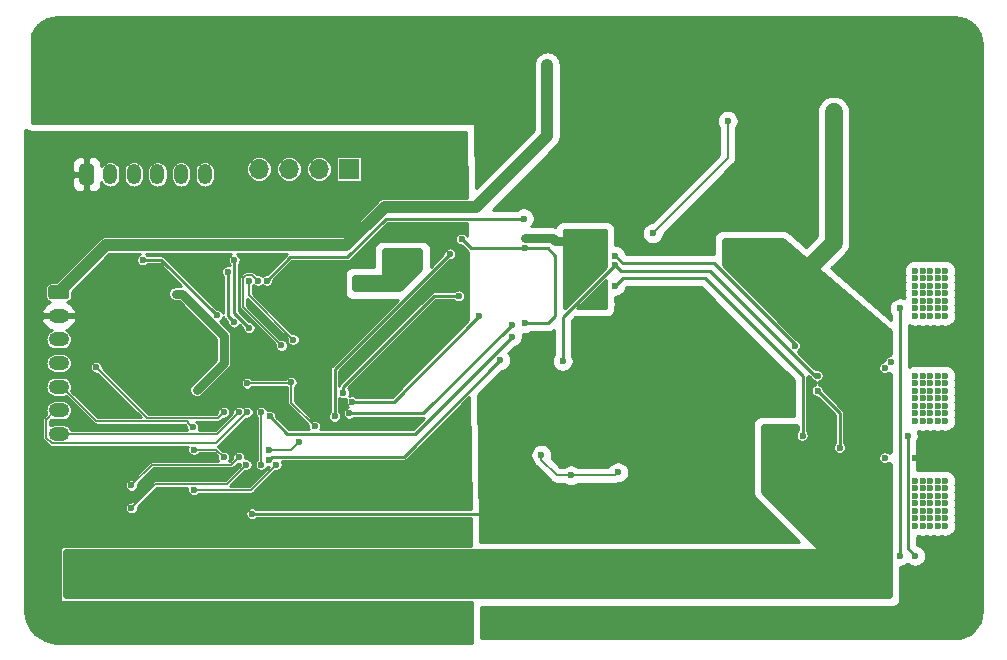
<source format=gbr>
G04 #@! TF.GenerationSoftware,KiCad,Pcbnew,(5.1.4)-1*
G04 #@! TF.CreationDate,2020-03-13T09:19:57+01:00*
G04 #@! TF.ProjectId,BLDC_4,424c4443-5f34-42e6-9b69-6361645f7063,rev?*
G04 #@! TF.SameCoordinates,Original*
G04 #@! TF.FileFunction,Copper,L2,Bot*
G04 #@! TF.FilePolarity,Positive*
%FSLAX46Y46*%
G04 Gerber Fmt 4.6, Leading zero omitted, Abs format (unit mm)*
G04 Created by KiCad (PCBNEW (5.1.4)-1) date 2020-03-13 09:19:57*
%MOMM*%
%LPD*%
G04 APERTURE LIST*
%ADD10O,1.200000X1.750000*%
%ADD11C,0.100000*%
%ADD12C,1.200000*%
%ADD13O,1.750000X1.200000*%
%ADD14R,1.700000X1.700000*%
%ADD15O,1.700000X1.700000*%
%ADD16C,0.600000*%
%ADD17C,0.127000*%
%ADD18C,0.762000*%
%ADD19C,0.254000*%
%ADD20C,1.016000*%
%ADD21C,1.270000*%
%ADD22C,1.524000*%
%ADD23C,0.508000*%
G04 APERTURE END LIST*
D10*
X147500000Y-66750000D03*
X145500000Y-66750000D03*
X143500000Y-66750000D03*
X141500000Y-66750000D03*
X139500000Y-66750000D03*
D11*
G36*
X137874505Y-65876204D02*
G01*
X137898773Y-65879804D01*
X137922572Y-65885765D01*
X137945671Y-65894030D01*
X137967850Y-65904520D01*
X137988893Y-65917132D01*
X138008599Y-65931747D01*
X138026777Y-65948223D01*
X138043253Y-65966401D01*
X138057868Y-65986107D01*
X138070480Y-66007150D01*
X138080970Y-66029329D01*
X138089235Y-66052428D01*
X138095196Y-66076227D01*
X138098796Y-66100495D01*
X138100000Y-66124999D01*
X138100000Y-67375001D01*
X138098796Y-67399505D01*
X138095196Y-67423773D01*
X138089235Y-67447572D01*
X138080970Y-67470671D01*
X138070480Y-67492850D01*
X138057868Y-67513893D01*
X138043253Y-67533599D01*
X138026777Y-67551777D01*
X138008599Y-67568253D01*
X137988893Y-67582868D01*
X137967850Y-67595480D01*
X137945671Y-67605970D01*
X137922572Y-67614235D01*
X137898773Y-67620196D01*
X137874505Y-67623796D01*
X137850001Y-67625000D01*
X137149999Y-67625000D01*
X137125495Y-67623796D01*
X137101227Y-67620196D01*
X137077428Y-67614235D01*
X137054329Y-67605970D01*
X137032150Y-67595480D01*
X137011107Y-67582868D01*
X136991401Y-67568253D01*
X136973223Y-67551777D01*
X136956747Y-67533599D01*
X136942132Y-67513893D01*
X136929520Y-67492850D01*
X136919030Y-67470671D01*
X136910765Y-67447572D01*
X136904804Y-67423773D01*
X136901204Y-67399505D01*
X136900000Y-67375001D01*
X136900000Y-66124999D01*
X136901204Y-66100495D01*
X136904804Y-66076227D01*
X136910765Y-66052428D01*
X136919030Y-66029329D01*
X136929520Y-66007150D01*
X136942132Y-65986107D01*
X136956747Y-65966401D01*
X136973223Y-65948223D01*
X136991401Y-65931747D01*
X137011107Y-65917132D01*
X137032150Y-65904520D01*
X137054329Y-65894030D01*
X137077428Y-65885765D01*
X137101227Y-65879804D01*
X137125495Y-65876204D01*
X137149999Y-65875000D01*
X137850001Y-65875000D01*
X137874505Y-65876204D01*
X137874505Y-65876204D01*
G37*
D12*
X137500000Y-66750000D03*
D13*
X135140000Y-88735000D03*
X135140000Y-86735000D03*
X135140000Y-84735000D03*
X135140000Y-82735000D03*
X135140000Y-80735000D03*
X135140000Y-78735000D03*
D11*
G36*
X135789505Y-76136204D02*
G01*
X135813773Y-76139804D01*
X135837572Y-76145765D01*
X135860671Y-76154030D01*
X135882850Y-76164520D01*
X135903893Y-76177132D01*
X135923599Y-76191747D01*
X135941777Y-76208223D01*
X135958253Y-76226401D01*
X135972868Y-76246107D01*
X135985480Y-76267150D01*
X135995970Y-76289329D01*
X136004235Y-76312428D01*
X136010196Y-76336227D01*
X136013796Y-76360495D01*
X136015000Y-76384999D01*
X136015000Y-77085001D01*
X136013796Y-77109505D01*
X136010196Y-77133773D01*
X136004235Y-77157572D01*
X135995970Y-77180671D01*
X135985480Y-77202850D01*
X135972868Y-77223893D01*
X135958253Y-77243599D01*
X135941777Y-77261777D01*
X135923599Y-77278253D01*
X135903893Y-77292868D01*
X135882850Y-77305480D01*
X135860671Y-77315970D01*
X135837572Y-77324235D01*
X135813773Y-77330196D01*
X135789505Y-77333796D01*
X135765001Y-77335000D01*
X134514999Y-77335000D01*
X134490495Y-77333796D01*
X134466227Y-77330196D01*
X134442428Y-77324235D01*
X134419329Y-77315970D01*
X134397150Y-77305480D01*
X134376107Y-77292868D01*
X134356401Y-77278253D01*
X134338223Y-77261777D01*
X134321747Y-77243599D01*
X134307132Y-77223893D01*
X134294520Y-77202850D01*
X134284030Y-77180671D01*
X134275765Y-77157572D01*
X134269804Y-77133773D01*
X134266204Y-77109505D01*
X134265000Y-77085001D01*
X134265000Y-76384999D01*
X134266204Y-76360495D01*
X134269804Y-76336227D01*
X134275765Y-76312428D01*
X134284030Y-76289329D01*
X134294520Y-76267150D01*
X134307132Y-76246107D01*
X134321747Y-76226401D01*
X134338223Y-76208223D01*
X134356401Y-76191747D01*
X134376107Y-76177132D01*
X134397150Y-76164520D01*
X134419329Y-76154030D01*
X134442428Y-76145765D01*
X134466227Y-76139804D01*
X134490495Y-76136204D01*
X134514999Y-76135000D01*
X135765001Y-76135000D01*
X135789505Y-76136204D01*
X135789505Y-76136204D01*
G37*
D12*
X135140000Y-76735000D03*
D14*
X159715000Y-66305000D03*
D15*
X157175000Y-66305000D03*
X154635000Y-66305000D03*
X152095000Y-66305000D03*
D16*
X152285000Y-86895000D03*
X152285000Y-91340000D03*
X181102000Y-73914000D03*
X178816000Y-74676000D03*
X179578000Y-74676000D03*
X179578000Y-73914000D03*
X178816000Y-73914000D03*
X178816000Y-73152000D03*
X179578000Y-73152000D03*
X180340000Y-73152000D03*
X181102000Y-73152000D03*
X181102000Y-72390000D03*
X180340000Y-72390000D03*
X179578000Y-72390000D03*
X178816000Y-72390000D03*
X178054000Y-72390000D03*
X178054000Y-73152000D03*
X178054000Y-73914000D03*
X178054000Y-74676000D03*
X180340000Y-73914000D03*
X181102000Y-74676000D03*
X180340000Y-74676000D03*
X180340000Y-75438000D03*
X179578000Y-75438000D03*
X178816000Y-75438000D03*
X178054000Y-75438000D03*
X178054000Y-76200000D03*
X179578000Y-76200000D03*
X178816000Y-76200000D03*
X178816000Y-76962000D03*
X178054000Y-76962000D03*
X178054000Y-77724000D03*
X180594000Y-76962000D03*
X181356000Y-76200000D03*
X181356000Y-76962000D03*
X181356000Y-77724000D03*
X180594000Y-77724000D03*
X179832000Y-77724000D03*
X140155000Y-99280000D03*
X140155000Y-99915000D03*
X140155000Y-100550000D03*
X140155000Y-101185000D03*
X140155000Y-101820000D03*
X139520000Y-101820000D03*
X139520000Y-101185000D03*
X139520000Y-100550000D03*
X139520000Y-99915000D03*
X139520000Y-99280000D03*
X138885000Y-99280000D03*
X138885000Y-99915000D03*
X138885000Y-100550000D03*
X138885000Y-101185000D03*
X138885000Y-101820000D03*
X138250000Y-101820000D03*
X138250000Y-101185000D03*
X138250000Y-100550000D03*
X138250000Y-99915000D03*
X138250000Y-99280000D03*
X137615000Y-99280000D03*
X137615000Y-99915000D03*
X137615000Y-100550000D03*
X137615000Y-101185000D03*
X137615000Y-101820000D03*
X136980000Y-101820000D03*
X136980000Y-101185000D03*
X136980000Y-100550000D03*
X136980000Y-99915000D03*
X136980000Y-99280000D03*
X136345000Y-99280000D03*
X136345000Y-99915000D03*
X136345000Y-100550000D03*
X136345000Y-101185000D03*
X136345000Y-101820000D03*
X174625000Y-72179264D03*
X146824000Y-84990000D03*
X145046000Y-76862000D03*
X149110000Y-80418000D03*
X178500000Y-92250000D03*
X182500000Y-92000000D03*
X176000000Y-90500000D03*
X163000000Y-73500000D03*
X163750000Y-73500000D03*
X164500000Y-73500000D03*
X165250000Y-73500000D03*
X165250000Y-74250000D03*
X164500000Y-74250000D03*
X163750000Y-74250000D03*
X163000000Y-74250000D03*
X162250000Y-75750000D03*
X163000000Y-75750000D03*
X163750000Y-75750000D03*
X164500000Y-75750000D03*
X161500000Y-75750000D03*
X161500000Y-76500000D03*
X162250000Y-76500000D03*
X163000000Y-76500000D03*
X179000000Y-99000000D03*
X179750000Y-99000000D03*
X180500000Y-99000000D03*
X181250000Y-99000000D03*
X179000000Y-99750000D03*
X179750000Y-99750000D03*
X180500000Y-99750000D03*
X181250000Y-99750000D03*
X182000000Y-99750000D03*
X179000000Y-100500000D03*
X179750000Y-100500000D03*
X180500000Y-100500000D03*
X181250000Y-100500000D03*
X182000000Y-100500000D03*
X182750000Y-100500000D03*
X179000000Y-101250000D03*
X179750000Y-101250000D03*
X180500000Y-101250000D03*
X181250000Y-101250000D03*
X182000000Y-101250000D03*
X182750000Y-101250000D03*
X183500000Y-101250000D03*
X179000000Y-102000000D03*
X179750000Y-102000000D03*
X180500000Y-102000000D03*
X181250000Y-102000000D03*
X182000000Y-102000000D03*
X182750000Y-102000000D03*
X183500000Y-102000000D03*
X184250000Y-102000000D03*
X172500000Y-99000000D03*
X172500000Y-99750000D03*
X172500000Y-100500000D03*
X172500000Y-101250000D03*
X172500000Y-102000000D03*
X171750000Y-102000000D03*
X171750000Y-101250000D03*
X171750000Y-100500000D03*
X171750000Y-99750000D03*
X171750000Y-99000000D03*
X139155000Y-58250000D03*
X139155000Y-58885000D03*
X139155000Y-59520000D03*
X139155000Y-60155000D03*
X139155000Y-60790000D03*
X138520000Y-60790000D03*
X138520000Y-60155000D03*
X138520000Y-59520000D03*
X138520000Y-58885000D03*
X138520000Y-58250000D03*
X137885000Y-58250000D03*
X137885000Y-58885000D03*
X137885000Y-59520000D03*
X137885000Y-60155000D03*
X137885000Y-60790000D03*
X137250000Y-60790000D03*
X137250000Y-60155000D03*
X137250000Y-58885000D03*
X137250000Y-58250000D03*
X136615000Y-58250000D03*
X136615000Y-58885000D03*
X136615000Y-59520000D03*
X136615000Y-60155000D03*
X136615000Y-60790000D03*
X135980000Y-60790000D03*
X135980000Y-60155000D03*
X135980000Y-59520000D03*
X135980000Y-58885000D03*
X135980000Y-58250000D03*
X135345000Y-58250000D03*
X135345000Y-58885000D03*
X135345000Y-59520000D03*
X135345000Y-60155000D03*
X135345000Y-60790000D03*
X186690000Y-90170000D03*
X187960000Y-90805000D03*
X186690000Y-85090000D03*
X203835000Y-72390000D03*
X205105000Y-90805000D03*
X205105000Y-83185000D03*
X185420000Y-68580000D03*
X186690000Y-68580000D03*
X186690000Y-87630000D03*
X206375000Y-69850000D03*
X206375000Y-66675000D03*
X207665000Y-64750000D03*
X187960000Y-87630000D03*
X191135000Y-95885000D03*
X204406500Y-71818500D03*
X205041500Y-71183500D03*
X205613000Y-82677000D03*
X208280000Y-81534000D03*
X207518000Y-81534000D03*
X207645000Y-90805000D03*
X208407000Y-90805000D03*
X209169000Y-90805000D03*
X137250000Y-59520000D03*
X151500000Y-95500000D03*
X174000000Y-97250000D03*
X174750000Y-97250000D03*
X175500000Y-97250000D03*
X176250000Y-97250000D03*
X177000000Y-97250000D03*
X174000000Y-96500000D03*
X174750000Y-96500000D03*
X175500000Y-96500000D03*
X176250000Y-96500000D03*
X177000000Y-96500000D03*
X174000000Y-103750000D03*
X174750000Y-103750000D03*
X175500000Y-103750000D03*
X176250000Y-103750000D03*
X177000000Y-103750000D03*
X174000000Y-104500000D03*
X174750000Y-104500000D03*
X175500000Y-104500000D03*
X176250000Y-104500000D03*
X177000000Y-104500000D03*
X210185000Y-78740000D03*
X209550000Y-78740000D03*
X208915000Y-78740000D03*
X208280000Y-78740000D03*
X207645000Y-78740000D03*
X207645000Y-78105000D03*
X208280000Y-78105000D03*
X208915000Y-78105000D03*
X209550000Y-78105000D03*
X210185000Y-78105000D03*
X210185000Y-77470000D03*
X209550000Y-77470000D03*
X208915000Y-77470000D03*
X208280000Y-77470000D03*
X207645000Y-77470000D03*
X207645000Y-76835000D03*
X208280000Y-76835000D03*
X208915000Y-76835000D03*
X209550000Y-76835000D03*
X210185000Y-76835000D03*
X210185000Y-76200000D03*
X209550000Y-76200000D03*
X208915000Y-76200000D03*
X208280000Y-76200000D03*
X207645000Y-76200000D03*
X207645000Y-75565000D03*
X208280000Y-75565000D03*
X208915000Y-75565000D03*
X209550000Y-75565000D03*
X210185000Y-75565000D03*
X210185000Y-74930000D03*
X209550000Y-74930000D03*
X208915000Y-74930000D03*
X208280000Y-74930000D03*
X207645000Y-74930000D03*
X206375000Y-99060000D03*
X206375000Y-78105000D03*
X210185000Y-86360000D03*
X210185000Y-86995000D03*
X210185000Y-87630000D03*
X209550000Y-87630000D03*
X209550000Y-86995000D03*
X209550000Y-86360000D03*
X208915000Y-86360000D03*
X208915000Y-86995000D03*
X208915000Y-87630000D03*
X208280000Y-87630000D03*
X208280000Y-86995000D03*
X207645000Y-86360000D03*
X207645000Y-85725000D03*
X208280000Y-85725000D03*
X209550000Y-85725000D03*
X210185000Y-85725000D03*
X210185000Y-85090000D03*
X209550000Y-85090000D03*
X208915000Y-85090000D03*
X208280000Y-85090000D03*
X207645000Y-85090000D03*
X207645000Y-84455000D03*
X208280000Y-84455000D03*
X208915000Y-84455000D03*
X209550000Y-84455000D03*
X210185000Y-84455000D03*
X210185000Y-83820000D03*
X209550000Y-83820000D03*
X208915000Y-83820000D03*
X208280000Y-83820000D03*
X207645000Y-83820000D03*
X207645000Y-99060000D03*
X207010000Y-88900000D03*
X208915000Y-85725000D03*
X207645000Y-87630000D03*
X207645000Y-86995000D03*
X208280000Y-86360000D03*
X207645000Y-96520000D03*
X207645000Y-95885000D03*
X207645000Y-95250000D03*
X207645000Y-94615000D03*
X207645000Y-93980000D03*
X207645000Y-93345000D03*
X207645000Y-92710000D03*
X210185000Y-93980000D03*
X209550000Y-93980000D03*
X208915000Y-93980000D03*
X209550000Y-94615000D03*
X210185000Y-94615000D03*
X210185000Y-95250000D03*
X208915000Y-95250000D03*
X208915000Y-95885000D03*
X210185000Y-95885000D03*
X210185000Y-96520000D03*
X208915000Y-96520000D03*
X208915000Y-96520000D03*
X208280000Y-95885000D03*
X208280000Y-96520000D03*
X208280000Y-95250000D03*
X208280000Y-94615000D03*
X208280000Y-93980000D03*
X208280000Y-93345000D03*
X209550000Y-93345000D03*
X208915000Y-93345000D03*
X210185000Y-93345000D03*
X210185000Y-92710000D03*
X209550000Y-92710000D03*
X208915000Y-92710000D03*
X208280000Y-92710000D03*
X209550000Y-96520000D03*
X209550000Y-95885000D03*
X209550000Y-95250000D03*
X208915000Y-94615000D03*
X141300000Y-96900000D03*
X148475000Y-74830000D03*
X143395000Y-88165000D03*
X159270000Y-78005000D03*
X147205000Y-91975000D03*
X158000000Y-88165000D03*
X165250000Y-63500000D03*
X166000000Y-63500000D03*
X166750000Y-63500000D03*
X167500000Y-63500000D03*
X168250000Y-63500000D03*
X168250000Y-64250000D03*
X167500000Y-64250000D03*
X166750000Y-64250000D03*
X166000000Y-64250000D03*
X165250000Y-64250000D03*
X165250000Y-65000000D03*
X166000000Y-65000000D03*
X166750000Y-65000000D03*
X167500000Y-65000000D03*
X168250000Y-65000000D03*
X168250000Y-65750000D03*
X167500000Y-65750000D03*
X166750000Y-65750000D03*
X166000000Y-65750000D03*
X165250000Y-65750000D03*
X144249875Y-77000021D03*
X176500000Y-59000000D03*
X176500000Y-59750000D03*
X176500000Y-58250000D03*
X176500000Y-57500000D03*
X159500000Y-72750000D03*
X170500000Y-69500000D03*
X148542343Y-78707657D03*
X142250000Y-74000000D03*
X149110000Y-86895000D03*
X138315000Y-83085000D03*
X153555000Y-91340000D03*
X149110000Y-90705000D03*
X146570000Y-90070000D03*
X146500000Y-88165000D03*
X146570000Y-93471988D03*
X155460000Y-89435000D03*
X154825000Y-84355000D03*
X152920000Y-90070000D03*
X151107003Y-84447003D03*
X156801060Y-88093940D03*
X151107003Y-86895000D03*
X150380000Y-86895000D03*
X151250026Y-79750000D03*
X150000000Y-74000000D03*
X149446000Y-75000000D03*
X149983275Y-79266725D03*
X152000000Y-75750000D03*
X154000000Y-81250000D03*
X151250000Y-75750000D03*
X155000000Y-80750000D03*
X141300000Y-94995000D03*
X151015000Y-91340000D03*
X141300000Y-93090000D03*
X150380000Y-90705000D03*
X182216764Y-74415239D03*
X199390000Y-83820000D03*
X177800000Y-82550000D03*
X182245000Y-73660000D03*
X197485000Y-81280000D03*
X182245000Y-76200000D03*
X191770000Y-62230000D03*
X185420000Y-71755000D03*
X168250000Y-73500000D03*
X158500000Y-87250000D03*
X159250000Y-85250000D03*
X169000000Y-77054000D03*
X160000000Y-86000000D03*
X170750000Y-78750000D03*
X159750000Y-87000000D03*
X173500000Y-79500000D03*
X174500000Y-70500000D03*
X152750000Y-75750000D03*
X153000000Y-87250000D03*
X173500000Y-80500000D03*
X152935077Y-90960227D03*
X172500000Y-82500000D03*
X201930000Y-80010000D03*
X201930000Y-97790000D03*
X196850000Y-94996000D03*
X197358000Y-95504000D03*
X197866000Y-96012000D03*
X196342000Y-94488000D03*
X195834000Y-93980000D03*
X195326000Y-93472000D03*
X192786000Y-74422000D03*
X193548000Y-74422000D03*
X194310000Y-74422000D03*
X195072000Y-74422000D03*
X195834000Y-74422000D03*
X196342000Y-74930000D03*
X196850000Y-75438000D03*
X197358000Y-75946000D03*
X197104000Y-89408000D03*
X197612000Y-89916000D03*
X198120000Y-90424000D03*
X198755000Y-91059000D03*
X200152000Y-91186000D03*
X200914000Y-91186000D03*
X200750000Y-61500000D03*
X200750000Y-66500000D03*
X200750000Y-69750000D03*
X200750000Y-62250000D03*
X200750000Y-63000000D03*
X200750000Y-67250000D03*
X200750000Y-68000000D03*
X200750000Y-70500000D03*
X200750000Y-71250000D03*
X198120000Y-88900000D03*
X199390000Y-85090000D03*
X201295000Y-89955000D03*
X174625000Y-73025000D03*
X174625000Y-79375000D03*
X169250000Y-72250000D03*
D17*
X152285000Y-91340000D02*
X152285000Y-86895000D01*
D18*
X174625000Y-72179264D02*
X176954264Y-72179264D01*
X177165000Y-72390000D02*
X178054000Y-72390000D01*
X176954264Y-72179264D02*
X177165000Y-72390000D01*
X145554000Y-76862000D02*
X149110000Y-80418000D01*
X149110000Y-82704000D02*
X146824000Y-84990000D01*
X149110000Y-80418000D02*
X149110000Y-82704000D01*
X145046000Y-76862000D02*
X145554000Y-76862000D01*
D17*
X178500000Y-92250000D02*
X182250000Y-92250000D01*
X182250000Y-92250000D02*
X182500000Y-92000000D01*
X178075736Y-92250000D02*
X178500000Y-92250000D01*
X177325736Y-92250000D02*
X178075736Y-92250000D01*
X176000000Y-90924264D02*
X177325736Y-92250000D01*
X176000000Y-90500000D02*
X176000000Y-90924264D01*
D19*
X151500000Y-95500000D02*
X171500000Y-95500000D01*
X206375000Y-99060000D02*
X206375000Y-78105000D01*
X207010000Y-98425000D02*
X207010000Y-88900000D01*
X207010000Y-98425000D02*
X207645000Y-99060000D01*
D20*
X176500000Y-57500000D02*
X176500000Y-59750000D01*
X139125000Y-72750000D02*
X135140000Y-76735000D01*
X159500000Y-72750000D02*
X139125000Y-72750000D01*
X176500000Y-63500000D02*
X170500000Y-69500000D01*
X176500000Y-62250000D02*
X176500000Y-63500000D01*
X176500000Y-62250000D02*
X176500000Y-59750000D01*
X162750000Y-69500000D02*
X159500000Y-72750000D01*
X170500000Y-69500000D02*
X162750000Y-69500000D01*
D19*
X143590038Y-74000000D02*
X142250000Y-74000000D01*
X148542343Y-78707657D02*
X143834686Y-74000000D01*
X143834686Y-74000000D02*
X143590038Y-74000000D01*
D17*
X142615501Y-87385501D02*
X148619499Y-87385501D01*
X148619499Y-87385501D02*
X149110000Y-86895000D01*
X138315000Y-83085000D02*
X142615501Y-87385501D01*
X148475000Y-90070000D02*
X149110000Y-90705000D01*
X146570000Y-90070000D02*
X148475000Y-90070000D01*
X146200001Y-87865001D02*
X146500000Y-88165000D01*
X145974511Y-87639511D02*
X146200001Y-87865001D01*
X135415000Y-84735000D02*
X138319511Y-87639511D01*
X135140000Y-84735000D02*
X135415000Y-84735000D01*
X138319511Y-87639511D02*
X145974511Y-87639511D01*
X151423012Y-93471988D02*
X146994264Y-93471988D01*
X146994264Y-93471988D02*
X146570000Y-93471988D01*
X153555000Y-91340000D02*
X151423012Y-93471988D01*
X154825000Y-90070000D02*
X155460000Y-89435000D01*
X154825000Y-86117880D02*
X154825000Y-84355000D01*
X151107003Y-84447003D02*
X154732997Y-84447003D01*
X154732997Y-84447003D02*
X154825000Y-84355000D01*
X156801060Y-88093940D02*
X154825000Y-86117880D01*
X152920000Y-90070000D02*
X154825000Y-90070000D01*
X134537561Y-89525510D02*
X148476493Y-89525510D01*
X134865000Y-86735000D02*
X134074490Y-87525510D01*
X135140000Y-86735000D02*
X134865000Y-86735000D01*
X148476493Y-89525510D02*
X151107003Y-86895000D01*
X134074490Y-89062439D02*
X134537561Y-89525510D01*
X134074490Y-87525510D02*
X134074490Y-89062439D01*
X148540000Y-88735000D02*
X135140000Y-88735000D01*
X150380000Y-86895000D02*
X148540000Y-88735000D01*
D19*
X150000000Y-74424264D02*
X150000000Y-74000000D01*
X151250026Y-79750000D02*
X150000000Y-78499974D01*
X150000000Y-78499974D02*
X150000000Y-74424264D01*
X149446000Y-75000000D02*
X149446000Y-78729450D01*
X149446000Y-78729450D02*
X149983275Y-79266725D01*
D17*
X150759499Y-78009499D02*
X154000000Y-81250000D01*
X150759499Y-75514559D02*
X150759499Y-78009499D01*
X151014559Y-75259499D02*
X150759499Y-75514559D01*
X152000000Y-75750000D02*
X151509499Y-75259499D01*
X151509499Y-75259499D02*
X151014559Y-75259499D01*
X151250000Y-77000000D02*
X155000000Y-80750000D01*
X151250000Y-75750000D02*
X151250000Y-77000000D01*
X143313513Y-92981487D02*
X141599999Y-94695001D01*
X141599999Y-94695001D02*
X141300000Y-94995000D01*
X149373513Y-92981487D02*
X143313513Y-92981487D01*
X151015000Y-91340000D02*
X149373513Y-92981487D01*
X143050000Y-91340000D02*
X141300000Y-93090000D01*
X150380000Y-90705000D02*
X149745000Y-91340000D01*
X149745000Y-91340000D02*
X143050000Y-91340000D01*
D19*
X199205078Y-83820000D02*
X199390000Y-83820000D01*
X190315078Y-74930000D02*
X199205078Y-83820000D01*
X182216764Y-74415239D02*
X182731525Y-74930000D01*
X182731525Y-74930000D02*
X190315078Y-74930000D01*
X177800000Y-82550000D02*
X177800000Y-78832003D01*
X177800000Y-78832003D02*
X182216764Y-74415239D01*
X197485000Y-81153000D02*
X197485000Y-81280000D01*
X190627000Y-74295000D02*
X197485000Y-81153000D01*
X182245000Y-73660000D02*
X182880000Y-74295000D01*
X182880000Y-74295000D02*
X190627000Y-74295000D01*
X198120000Y-83820000D02*
X198120000Y-88900000D01*
X189865000Y-75565000D02*
X198120000Y-83820000D01*
X182880000Y-75565000D02*
X189865000Y-75565000D01*
X182245000Y-76200000D02*
X182880000Y-75565000D01*
D17*
X191770000Y-65405000D02*
X185420000Y-71755000D01*
X191770000Y-62230000D02*
X191770000Y-65405000D01*
D19*
X158500000Y-83250000D02*
X158500000Y-86825736D01*
X168250000Y-73500000D02*
X158500000Y-83250000D01*
X158500000Y-86825736D02*
X158500000Y-87250000D01*
X159250000Y-84750000D02*
X159250000Y-85250000D01*
X169000000Y-77054000D02*
X166946000Y-77054000D01*
X166946000Y-77054000D02*
X159250000Y-84750000D01*
X163500000Y-86000000D02*
X170450001Y-79049999D01*
X170450001Y-79049999D02*
X170750000Y-78750000D01*
X160000000Y-86000000D02*
X163500000Y-86000000D01*
X159750000Y-87000000D02*
X166000000Y-87000000D01*
X166000000Y-87000000D02*
X173500000Y-79500000D01*
X154750000Y-73750000D02*
X152750000Y-75750000D01*
X159577644Y-73750000D02*
X154750000Y-73750000D01*
X174500000Y-70500000D02*
X162827644Y-70500000D01*
X162827644Y-70500000D02*
X159577644Y-73750000D01*
X165280999Y-88719001D02*
X173500000Y-80500000D01*
X153000000Y-87250000D02*
X154469001Y-88719001D01*
X154469001Y-88719001D02*
X165280999Y-88719001D01*
X164339772Y-90660228D02*
X172500000Y-82500000D01*
X152935077Y-90960227D02*
X153235076Y-90660228D01*
X153235076Y-90660228D02*
X164339772Y-90660228D01*
D21*
X202229999Y-80309999D02*
X201930000Y-80010000D01*
X203200000Y-81280000D02*
X202229999Y-80309999D01*
X201930000Y-97790000D02*
X203200000Y-96520000D01*
X201930000Y-97790000D02*
X199644000Y-97790000D01*
X199644000Y-97790000D02*
X197866000Y-96012000D01*
X196850000Y-94996000D02*
X196850000Y-94996000D01*
X197358000Y-95504000D02*
X196850000Y-94996000D01*
X197866000Y-96012000D02*
X197358000Y-95504000D01*
X196850000Y-94996000D02*
X196342000Y-94488000D01*
X196342000Y-94488000D02*
X195834000Y-93980000D01*
X195834000Y-93980000D02*
X195326000Y-93472000D01*
X195326000Y-93472000D02*
X195326000Y-93472000D01*
X201930000Y-80010000D02*
X201422000Y-80010000D01*
X201422000Y-80010000D02*
X197993000Y-76581000D01*
X195834000Y-74422000D02*
X195072000Y-74422000D01*
X192786000Y-74422000D02*
X192532000Y-74422000D01*
X193548000Y-74422000D02*
X192786000Y-74422000D01*
X194310000Y-74422000D02*
X193548000Y-74422000D01*
X195072000Y-74422000D02*
X194310000Y-74422000D01*
X195834000Y-74422000D02*
X195834000Y-74422000D01*
X196342000Y-74930000D02*
X195834000Y-74422000D01*
X196850000Y-75438000D02*
X196342000Y-74930000D01*
X197358000Y-75946000D02*
X196850000Y-75438000D01*
X197993000Y-76581000D02*
X197358000Y-75946000D01*
X203200000Y-91694000D02*
X203200000Y-81280000D01*
X203200000Y-96520000D02*
X203200000Y-91694000D01*
X197104000Y-89408000D02*
X197104000Y-89408000D01*
X197612000Y-89916000D02*
X197104000Y-89408000D01*
X198120000Y-90424000D02*
X197612000Y-89916000D01*
X198755000Y-91059000D02*
X198120000Y-90424000D01*
X198882000Y-91186000D02*
X198755000Y-91059000D01*
X203200000Y-91694000D02*
X202692000Y-91186000D01*
X202692000Y-91186000D02*
X200914000Y-91186000D01*
X199390000Y-91186000D02*
X198882000Y-91186000D01*
X200152000Y-91186000D02*
X199390000Y-91186000D01*
X200914000Y-91186000D02*
X200152000Y-91186000D01*
D22*
X192786000Y-74422000D02*
X195834000Y-74422000D01*
X200750000Y-61500000D02*
X200750000Y-62250000D01*
X200750000Y-69750000D02*
X200750000Y-68000000D01*
X200750000Y-72554000D02*
X197358000Y-75946000D01*
X200750000Y-69750000D02*
X200750000Y-70500000D01*
X200750000Y-62250000D02*
X200750000Y-63000000D01*
X200750000Y-63000000D02*
X200750000Y-66500000D01*
X200750000Y-67250000D02*
X200750000Y-66500000D01*
X200750000Y-68000000D02*
X200750000Y-67250000D01*
X200750000Y-70500000D02*
X200750000Y-71250000D01*
X200750000Y-71250000D02*
X200750000Y-72554000D01*
D19*
X201295000Y-86995000D02*
X201295000Y-89530736D01*
X199390000Y-85090000D02*
X201295000Y-86995000D01*
X201295000Y-89530736D02*
X201295000Y-89955000D01*
X174625000Y-73025000D02*
X176530000Y-73025000D01*
X176530000Y-73025000D02*
X177165000Y-73660000D01*
X177165000Y-73660000D02*
X177165000Y-78740000D01*
X177165000Y-78740000D02*
X176530000Y-79375000D01*
X176530000Y-79375000D02*
X174625000Y-79375000D01*
X174625000Y-73025000D02*
X170025000Y-73025000D01*
X170025000Y-73025000D02*
X169250000Y-72250000D01*
G36*
X211444134Y-53506953D02*
G01*
X211871355Y-53635938D01*
X212265384Y-53845446D01*
X212611214Y-54127499D01*
X212895673Y-54471351D01*
X213107929Y-54863910D01*
X213239892Y-55290213D01*
X213290000Y-55766964D01*
X213290001Y-103715269D01*
X213243048Y-104194133D01*
X213114063Y-104621353D01*
X212904554Y-105015384D01*
X212622501Y-105361214D01*
X212278651Y-105645672D01*
X211886093Y-105857927D01*
X211459788Y-105989891D01*
X210983036Y-106040000D01*
X170932945Y-106040000D01*
X170899045Y-103385000D01*
X205750000Y-103385000D01*
X205873882Y-103372799D01*
X205993004Y-103336664D01*
X206102787Y-103277983D01*
X206199013Y-103199013D01*
X206277983Y-103102787D01*
X206336664Y-102993004D01*
X206372799Y-102873882D01*
X206385000Y-102750000D01*
X206385000Y-99995000D01*
X206467089Y-99995000D01*
X206647729Y-99959068D01*
X206817889Y-99888586D01*
X206971028Y-99786262D01*
X207010000Y-99747290D01*
X207048972Y-99786262D01*
X207202111Y-99888586D01*
X207372271Y-99959068D01*
X207552911Y-99995000D01*
X207737089Y-99995000D01*
X207917729Y-99959068D01*
X208087889Y-99888586D01*
X208241028Y-99786262D01*
X208371262Y-99656028D01*
X208473586Y-99502889D01*
X208544068Y-99332729D01*
X208580000Y-99152089D01*
X208580000Y-98967911D01*
X208544068Y-98787271D01*
X208473586Y-98617111D01*
X208371262Y-98463972D01*
X208241028Y-98333738D01*
X208087889Y-98231414D01*
X207917729Y-98160932D01*
X207800180Y-98137550D01*
X207772000Y-98109370D01*
X207772000Y-97448056D01*
X207917729Y-97419068D01*
X207962500Y-97400523D01*
X208007271Y-97419068D01*
X208187911Y-97455000D01*
X208372089Y-97455000D01*
X208552729Y-97419068D01*
X208597500Y-97400523D01*
X208642271Y-97419068D01*
X208822911Y-97455000D01*
X209007089Y-97455000D01*
X209187729Y-97419068D01*
X209232500Y-97400523D01*
X209277271Y-97419068D01*
X209457911Y-97455000D01*
X209642089Y-97455000D01*
X209822729Y-97419068D01*
X209867500Y-97400523D01*
X209912271Y-97419068D01*
X210092911Y-97455000D01*
X210277089Y-97455000D01*
X210457729Y-97419068D01*
X210627889Y-97348586D01*
X210781028Y-97246262D01*
X210911262Y-97116028D01*
X211013586Y-96962889D01*
X211084068Y-96792729D01*
X211120000Y-96612089D01*
X211120000Y-96427911D01*
X211084068Y-96247271D01*
X211065523Y-96202500D01*
X211084068Y-96157729D01*
X211120000Y-95977089D01*
X211120000Y-95792911D01*
X211084068Y-95612271D01*
X211065523Y-95567500D01*
X211084068Y-95522729D01*
X211120000Y-95342089D01*
X211120000Y-95157911D01*
X211084068Y-94977271D01*
X211065523Y-94932500D01*
X211084068Y-94887729D01*
X211120000Y-94707089D01*
X211120000Y-94522911D01*
X211084068Y-94342271D01*
X211065523Y-94297500D01*
X211084068Y-94252729D01*
X211120000Y-94072089D01*
X211120000Y-93887911D01*
X211084068Y-93707271D01*
X211065523Y-93662500D01*
X211084068Y-93617729D01*
X211120000Y-93437089D01*
X211120000Y-93252911D01*
X211084068Y-93072271D01*
X211065523Y-93027500D01*
X211084068Y-92982729D01*
X211120000Y-92802089D01*
X211120000Y-92617911D01*
X211084068Y-92437271D01*
X211013586Y-92267111D01*
X210911262Y-92113972D01*
X210781028Y-91983738D01*
X210627889Y-91881414D01*
X210457729Y-91810932D01*
X210277089Y-91775000D01*
X210092911Y-91775000D01*
X209912271Y-91810932D01*
X209867500Y-91829477D01*
X209822729Y-91810932D01*
X209642089Y-91775000D01*
X209457911Y-91775000D01*
X209277271Y-91810932D01*
X209232500Y-91829477D01*
X209187729Y-91810932D01*
X209007089Y-91775000D01*
X208822911Y-91775000D01*
X208642271Y-91810932D01*
X208597500Y-91829477D01*
X208552729Y-91810932D01*
X208372089Y-91775000D01*
X208187911Y-91775000D01*
X208007271Y-91810932D01*
X207962500Y-91829477D01*
X207917729Y-91810932D01*
X207772000Y-91781944D01*
X207772000Y-89442542D01*
X207838586Y-89342889D01*
X207909068Y-89172729D01*
X207945000Y-88992089D01*
X207945000Y-88807911D01*
X207909068Y-88627271D01*
X207872147Y-88538135D01*
X207917729Y-88529068D01*
X207962500Y-88510523D01*
X208007271Y-88529068D01*
X208187911Y-88565000D01*
X208372089Y-88565000D01*
X208552729Y-88529068D01*
X208597500Y-88510523D01*
X208642271Y-88529068D01*
X208822911Y-88565000D01*
X209007089Y-88565000D01*
X209187729Y-88529068D01*
X209232500Y-88510523D01*
X209277271Y-88529068D01*
X209457911Y-88565000D01*
X209642089Y-88565000D01*
X209822729Y-88529068D01*
X209867500Y-88510523D01*
X209912271Y-88529068D01*
X210092911Y-88565000D01*
X210277089Y-88565000D01*
X210457729Y-88529068D01*
X210627889Y-88458586D01*
X210781028Y-88356262D01*
X210911262Y-88226028D01*
X211013586Y-88072889D01*
X211084068Y-87902729D01*
X211120000Y-87722089D01*
X211120000Y-87537911D01*
X211084068Y-87357271D01*
X211065523Y-87312500D01*
X211084068Y-87267729D01*
X211120000Y-87087089D01*
X211120000Y-86902911D01*
X211084068Y-86722271D01*
X211065523Y-86677500D01*
X211084068Y-86632729D01*
X211120000Y-86452089D01*
X211120000Y-86267911D01*
X211084068Y-86087271D01*
X211065523Y-86042500D01*
X211084068Y-85997729D01*
X211120000Y-85817089D01*
X211120000Y-85632911D01*
X211084068Y-85452271D01*
X211065523Y-85407500D01*
X211084068Y-85362729D01*
X211120000Y-85182089D01*
X211120000Y-84997911D01*
X211084068Y-84817271D01*
X211065523Y-84772500D01*
X211084068Y-84727729D01*
X211120000Y-84547089D01*
X211120000Y-84362911D01*
X211084068Y-84182271D01*
X211065523Y-84137500D01*
X211084068Y-84092729D01*
X211120000Y-83912089D01*
X211120000Y-83727911D01*
X211084068Y-83547271D01*
X211013586Y-83377111D01*
X210911262Y-83223972D01*
X210781028Y-83093738D01*
X210627889Y-82991414D01*
X210457729Y-82920932D01*
X210277089Y-82885000D01*
X210092911Y-82885000D01*
X209912271Y-82920932D01*
X209867500Y-82939477D01*
X209822729Y-82920932D01*
X209642089Y-82885000D01*
X209457911Y-82885000D01*
X209277271Y-82920932D01*
X209232500Y-82939477D01*
X209187729Y-82920932D01*
X209007089Y-82885000D01*
X208822911Y-82885000D01*
X208642271Y-82920932D01*
X208597500Y-82939477D01*
X208552729Y-82920932D01*
X208372089Y-82885000D01*
X208187911Y-82885000D01*
X208007271Y-82920932D01*
X207962500Y-82939477D01*
X207917729Y-82920932D01*
X207737089Y-82885000D01*
X207552911Y-82885000D01*
X207372271Y-82920932D01*
X207202111Y-82991414D01*
X207137000Y-83034920D01*
X207137000Y-79525080D01*
X207202111Y-79568586D01*
X207372271Y-79639068D01*
X207552911Y-79675000D01*
X207737089Y-79675000D01*
X207917729Y-79639068D01*
X207962500Y-79620523D01*
X208007271Y-79639068D01*
X208187911Y-79675000D01*
X208372089Y-79675000D01*
X208552729Y-79639068D01*
X208597500Y-79620523D01*
X208642271Y-79639068D01*
X208822911Y-79675000D01*
X209007089Y-79675000D01*
X209187729Y-79639068D01*
X209232500Y-79620523D01*
X209277271Y-79639068D01*
X209457911Y-79675000D01*
X209642089Y-79675000D01*
X209822729Y-79639068D01*
X209867500Y-79620523D01*
X209912271Y-79639068D01*
X210092911Y-79675000D01*
X210277089Y-79675000D01*
X210457729Y-79639068D01*
X210627889Y-79568586D01*
X210781028Y-79466262D01*
X210911262Y-79336028D01*
X211013586Y-79182889D01*
X211084068Y-79012729D01*
X211120000Y-78832089D01*
X211120000Y-78647911D01*
X211084068Y-78467271D01*
X211065523Y-78422500D01*
X211084068Y-78377729D01*
X211120000Y-78197089D01*
X211120000Y-78012911D01*
X211084068Y-77832271D01*
X211065523Y-77787500D01*
X211084068Y-77742729D01*
X211120000Y-77562089D01*
X211120000Y-77377911D01*
X211084068Y-77197271D01*
X211065523Y-77152500D01*
X211084068Y-77107729D01*
X211120000Y-76927089D01*
X211120000Y-76742911D01*
X211084068Y-76562271D01*
X211065523Y-76517500D01*
X211084068Y-76472729D01*
X211120000Y-76292089D01*
X211120000Y-76107911D01*
X211084068Y-75927271D01*
X211065523Y-75882500D01*
X211084068Y-75837729D01*
X211120000Y-75657089D01*
X211120000Y-75472911D01*
X211084068Y-75292271D01*
X211065523Y-75247500D01*
X211084068Y-75202729D01*
X211120000Y-75022089D01*
X211120000Y-74837911D01*
X211084068Y-74657271D01*
X211013586Y-74487111D01*
X210911262Y-74333972D01*
X210781028Y-74203738D01*
X210627889Y-74101414D01*
X210457729Y-74030932D01*
X210277089Y-73995000D01*
X210092911Y-73995000D01*
X209912271Y-74030932D01*
X209867500Y-74049477D01*
X209822729Y-74030932D01*
X209642089Y-73995000D01*
X209457911Y-73995000D01*
X209277271Y-74030932D01*
X209232500Y-74049477D01*
X209187729Y-74030932D01*
X209007089Y-73995000D01*
X208822911Y-73995000D01*
X208642271Y-74030932D01*
X208597500Y-74049477D01*
X208552729Y-74030932D01*
X208372089Y-73995000D01*
X208187911Y-73995000D01*
X208007271Y-74030932D01*
X207962500Y-74049477D01*
X207917729Y-74030932D01*
X207737089Y-73995000D01*
X207552911Y-73995000D01*
X207372271Y-74030932D01*
X207202111Y-74101414D01*
X207048972Y-74203738D01*
X206918738Y-74333972D01*
X206816414Y-74487111D01*
X206745932Y-74657271D01*
X206710000Y-74837911D01*
X206710000Y-75022089D01*
X206745932Y-75202729D01*
X206764477Y-75247500D01*
X206745932Y-75292271D01*
X206710000Y-75472911D01*
X206710000Y-75657089D01*
X206745932Y-75837729D01*
X206764477Y-75882500D01*
X206745932Y-75927271D01*
X206710000Y-76107911D01*
X206710000Y-76292089D01*
X206745932Y-76472729D01*
X206764477Y-76517500D01*
X206745932Y-76562271D01*
X206710000Y-76742911D01*
X206710000Y-76927089D01*
X206745932Y-77107729D01*
X206764477Y-77152500D01*
X206745932Y-77197271D01*
X206736865Y-77242853D01*
X206647729Y-77205932D01*
X206467089Y-77170000D01*
X206282911Y-77170000D01*
X206102271Y-77205932D01*
X205932111Y-77276414D01*
X205778972Y-77378738D01*
X205648738Y-77508972D01*
X205546414Y-77662111D01*
X205475932Y-77832271D01*
X205440000Y-78012911D01*
X205440000Y-78197089D01*
X205475932Y-78377729D01*
X205546414Y-78547889D01*
X205613001Y-78647544D01*
X205613001Y-79062654D01*
X200564405Y-74715251D01*
X201689302Y-73590355D01*
X201742608Y-73546608D01*
X201917183Y-73333887D01*
X202046904Y-73091195D01*
X202126786Y-72827860D01*
X202134231Y-72752271D01*
X202153759Y-72554001D01*
X202147000Y-72485376D01*
X202147000Y-61431375D01*
X202126786Y-61226140D01*
X202046904Y-60962805D01*
X201917183Y-60720113D01*
X201742607Y-60507392D01*
X201529886Y-60332817D01*
X201287194Y-60203096D01*
X201023859Y-60123214D01*
X200750000Y-60096241D01*
X200476140Y-60123214D01*
X200212805Y-60203096D01*
X199970113Y-60332817D01*
X199757392Y-60507393D01*
X199582817Y-60720114D01*
X199453096Y-60962806D01*
X199373214Y-61226141D01*
X199353000Y-61431376D01*
X199353000Y-62931376D01*
X199353001Y-66431365D01*
X199353000Y-66431375D01*
X199353000Y-71975343D01*
X198441312Y-72887032D01*
X197010352Y-71654817D01*
X196948787Y-71608017D01*
X196839004Y-71549336D01*
X196719882Y-71513201D01*
X196596000Y-71501000D01*
X191262000Y-71501000D01*
X191138118Y-71513201D01*
X191018996Y-71549336D01*
X190909213Y-71608017D01*
X190812987Y-71686987D01*
X190734017Y-71783213D01*
X190675336Y-71892996D01*
X190639201Y-72012118D01*
X190627000Y-72136000D01*
X190627000Y-73529314D01*
X190589577Y-73533000D01*
X183195630Y-73533000D01*
X183167450Y-73504820D01*
X183144068Y-73387271D01*
X183073586Y-73217111D01*
X182971262Y-73063972D01*
X182841028Y-72933738D01*
X182687889Y-72831414D01*
X182517729Y-72760932D01*
X182337089Y-72725000D01*
X182245000Y-72725000D01*
X182245000Y-71662911D01*
X184485000Y-71662911D01*
X184485000Y-71847089D01*
X184520932Y-72027729D01*
X184591414Y-72197889D01*
X184693738Y-72351028D01*
X184823972Y-72481262D01*
X184977111Y-72583586D01*
X185147271Y-72654068D01*
X185327911Y-72690000D01*
X185512089Y-72690000D01*
X185692729Y-72654068D01*
X185862889Y-72583586D01*
X186016028Y-72481262D01*
X186146262Y-72351028D01*
X186248586Y-72197889D01*
X186319068Y-72027729D01*
X186355000Y-71847089D01*
X186355000Y-71807827D01*
X192239663Y-65923166D01*
X192266303Y-65901303D01*
X192288166Y-65874663D01*
X192288174Y-65874655D01*
X192353591Y-65794944D01*
X192418451Y-65673599D01*
X192423210Y-65657911D01*
X192458393Y-65541930D01*
X192468500Y-65439309D01*
X192468500Y-65439299D01*
X192471878Y-65405001D01*
X192468500Y-65370703D01*
X192468500Y-62853790D01*
X192496262Y-62826028D01*
X192598586Y-62672889D01*
X192669068Y-62502729D01*
X192705000Y-62322089D01*
X192705000Y-62137911D01*
X192669068Y-61957271D01*
X192598586Y-61787111D01*
X192496262Y-61633972D01*
X192366028Y-61503738D01*
X192212889Y-61401414D01*
X192042729Y-61330932D01*
X191862089Y-61295000D01*
X191677911Y-61295000D01*
X191497271Y-61330932D01*
X191327111Y-61401414D01*
X191173972Y-61503738D01*
X191043738Y-61633972D01*
X190941414Y-61787111D01*
X190870932Y-61957271D01*
X190835000Y-62137911D01*
X190835000Y-62322089D01*
X190870932Y-62502729D01*
X190941414Y-62672889D01*
X191043738Y-62826028D01*
X191071500Y-62853790D01*
X191071501Y-65115670D01*
X185367173Y-70820000D01*
X185327911Y-70820000D01*
X185147271Y-70855932D01*
X184977111Y-70926414D01*
X184823972Y-71028738D01*
X184693738Y-71158972D01*
X184591414Y-71312111D01*
X184520932Y-71482271D01*
X184485000Y-71662911D01*
X182245000Y-71662911D01*
X182245000Y-71374000D01*
X182232799Y-71250118D01*
X182196664Y-71130996D01*
X182137983Y-71021213D01*
X182059013Y-70924987D01*
X181962787Y-70846017D01*
X181853004Y-70787336D01*
X181733882Y-70751201D01*
X181610000Y-70739000D01*
X177800000Y-70739000D01*
X177676118Y-70751201D01*
X177556996Y-70787336D01*
X177447213Y-70846017D01*
X177350987Y-70924987D01*
X177272017Y-71021213D01*
X177213336Y-71130996D01*
X177195241Y-71190648D01*
X177153435Y-71177966D01*
X177004166Y-71163264D01*
X176954264Y-71158349D01*
X176904362Y-71163264D01*
X175159026Y-71163264D01*
X175226262Y-71096028D01*
X175328586Y-70942889D01*
X175399068Y-70772729D01*
X175435000Y-70592089D01*
X175435000Y-70407911D01*
X175399068Y-70227271D01*
X175328586Y-70057111D01*
X175226262Y-69903972D01*
X175096028Y-69773738D01*
X174942889Y-69671414D01*
X174772729Y-69600932D01*
X174592089Y-69565000D01*
X174407911Y-69565000D01*
X174227271Y-69600932D01*
X174057111Y-69671414D01*
X173957458Y-69738000D01*
X171878445Y-69738000D01*
X177268528Y-64347919D01*
X177312133Y-64312133D01*
X177347918Y-64268529D01*
X177347924Y-64268523D01*
X177454967Y-64138090D01*
X177454968Y-64138089D01*
X177561103Y-63939523D01*
X177626461Y-63724067D01*
X177643000Y-63556146D01*
X177643000Y-63556140D01*
X177648529Y-63500001D01*
X177643000Y-63443862D01*
X177643000Y-57443854D01*
X177626461Y-57275933D01*
X177561103Y-57060477D01*
X177454968Y-56861911D01*
X177312133Y-56687867D01*
X177138088Y-56545032D01*
X176939522Y-56438897D01*
X176724066Y-56373539D01*
X176500000Y-56351470D01*
X176275933Y-56373539D01*
X176060477Y-56438897D01*
X175861911Y-56545032D01*
X175687867Y-56687867D01*
X175545032Y-56861912D01*
X175438897Y-57060478D01*
X175373539Y-57275934D01*
X175357000Y-57443855D01*
X175357001Y-59693854D01*
X175357000Y-62193854D01*
X175357000Y-63026553D01*
X170446434Y-67937121D01*
X170376990Y-62498379D01*
X170374233Y-62473635D01*
X170366703Y-62449905D01*
X170354687Y-62428100D01*
X170338649Y-62409058D01*
X170319203Y-62393511D01*
X170297099Y-62382056D01*
X170273184Y-62375134D01*
X170250000Y-62373000D01*
X132877000Y-62373000D01*
X132877000Y-54908249D01*
X132885938Y-54878645D01*
X133095446Y-54484616D01*
X133377499Y-54138786D01*
X133721351Y-53854327D01*
X134113910Y-53642071D01*
X134540213Y-53510108D01*
X135016964Y-53460000D01*
X210965279Y-53460000D01*
X211444134Y-53506953D01*
X211444134Y-53506953D01*
G37*
X211444134Y-53506953D02*
X211871355Y-53635938D01*
X212265384Y-53845446D01*
X212611214Y-54127499D01*
X212895673Y-54471351D01*
X213107929Y-54863910D01*
X213239892Y-55290213D01*
X213290000Y-55766964D01*
X213290001Y-103715269D01*
X213243048Y-104194133D01*
X213114063Y-104621353D01*
X212904554Y-105015384D01*
X212622501Y-105361214D01*
X212278651Y-105645672D01*
X211886093Y-105857927D01*
X211459788Y-105989891D01*
X210983036Y-106040000D01*
X170932945Y-106040000D01*
X170899045Y-103385000D01*
X205750000Y-103385000D01*
X205873882Y-103372799D01*
X205993004Y-103336664D01*
X206102787Y-103277983D01*
X206199013Y-103199013D01*
X206277983Y-103102787D01*
X206336664Y-102993004D01*
X206372799Y-102873882D01*
X206385000Y-102750000D01*
X206385000Y-99995000D01*
X206467089Y-99995000D01*
X206647729Y-99959068D01*
X206817889Y-99888586D01*
X206971028Y-99786262D01*
X207010000Y-99747290D01*
X207048972Y-99786262D01*
X207202111Y-99888586D01*
X207372271Y-99959068D01*
X207552911Y-99995000D01*
X207737089Y-99995000D01*
X207917729Y-99959068D01*
X208087889Y-99888586D01*
X208241028Y-99786262D01*
X208371262Y-99656028D01*
X208473586Y-99502889D01*
X208544068Y-99332729D01*
X208580000Y-99152089D01*
X208580000Y-98967911D01*
X208544068Y-98787271D01*
X208473586Y-98617111D01*
X208371262Y-98463972D01*
X208241028Y-98333738D01*
X208087889Y-98231414D01*
X207917729Y-98160932D01*
X207800180Y-98137550D01*
X207772000Y-98109370D01*
X207772000Y-97448056D01*
X207917729Y-97419068D01*
X207962500Y-97400523D01*
X208007271Y-97419068D01*
X208187911Y-97455000D01*
X208372089Y-97455000D01*
X208552729Y-97419068D01*
X208597500Y-97400523D01*
X208642271Y-97419068D01*
X208822911Y-97455000D01*
X209007089Y-97455000D01*
X209187729Y-97419068D01*
X209232500Y-97400523D01*
X209277271Y-97419068D01*
X209457911Y-97455000D01*
X209642089Y-97455000D01*
X209822729Y-97419068D01*
X209867500Y-97400523D01*
X209912271Y-97419068D01*
X210092911Y-97455000D01*
X210277089Y-97455000D01*
X210457729Y-97419068D01*
X210627889Y-97348586D01*
X210781028Y-97246262D01*
X210911262Y-97116028D01*
X211013586Y-96962889D01*
X211084068Y-96792729D01*
X211120000Y-96612089D01*
X211120000Y-96427911D01*
X211084068Y-96247271D01*
X211065523Y-96202500D01*
X211084068Y-96157729D01*
X211120000Y-95977089D01*
X211120000Y-95792911D01*
X211084068Y-95612271D01*
X211065523Y-95567500D01*
X211084068Y-95522729D01*
X211120000Y-95342089D01*
X211120000Y-95157911D01*
X211084068Y-94977271D01*
X211065523Y-94932500D01*
X211084068Y-94887729D01*
X211120000Y-94707089D01*
X211120000Y-94522911D01*
X211084068Y-94342271D01*
X211065523Y-94297500D01*
X211084068Y-94252729D01*
X211120000Y-94072089D01*
X211120000Y-93887911D01*
X211084068Y-93707271D01*
X211065523Y-93662500D01*
X211084068Y-93617729D01*
X211120000Y-93437089D01*
X211120000Y-93252911D01*
X211084068Y-93072271D01*
X211065523Y-93027500D01*
X211084068Y-92982729D01*
X211120000Y-92802089D01*
X211120000Y-92617911D01*
X211084068Y-92437271D01*
X211013586Y-92267111D01*
X210911262Y-92113972D01*
X210781028Y-91983738D01*
X210627889Y-91881414D01*
X210457729Y-91810932D01*
X210277089Y-91775000D01*
X210092911Y-91775000D01*
X209912271Y-91810932D01*
X209867500Y-91829477D01*
X209822729Y-91810932D01*
X209642089Y-91775000D01*
X209457911Y-91775000D01*
X209277271Y-91810932D01*
X209232500Y-91829477D01*
X209187729Y-91810932D01*
X209007089Y-91775000D01*
X208822911Y-91775000D01*
X208642271Y-91810932D01*
X208597500Y-91829477D01*
X208552729Y-91810932D01*
X208372089Y-91775000D01*
X208187911Y-91775000D01*
X208007271Y-91810932D01*
X207962500Y-91829477D01*
X207917729Y-91810932D01*
X207772000Y-91781944D01*
X207772000Y-89442542D01*
X207838586Y-89342889D01*
X207909068Y-89172729D01*
X207945000Y-88992089D01*
X207945000Y-88807911D01*
X207909068Y-88627271D01*
X207872147Y-88538135D01*
X207917729Y-88529068D01*
X207962500Y-88510523D01*
X208007271Y-88529068D01*
X208187911Y-88565000D01*
X208372089Y-88565000D01*
X208552729Y-88529068D01*
X208597500Y-88510523D01*
X208642271Y-88529068D01*
X208822911Y-88565000D01*
X209007089Y-88565000D01*
X209187729Y-88529068D01*
X209232500Y-88510523D01*
X209277271Y-88529068D01*
X209457911Y-88565000D01*
X209642089Y-88565000D01*
X209822729Y-88529068D01*
X209867500Y-88510523D01*
X209912271Y-88529068D01*
X210092911Y-88565000D01*
X210277089Y-88565000D01*
X210457729Y-88529068D01*
X210627889Y-88458586D01*
X210781028Y-88356262D01*
X210911262Y-88226028D01*
X211013586Y-88072889D01*
X211084068Y-87902729D01*
X211120000Y-87722089D01*
X211120000Y-87537911D01*
X211084068Y-87357271D01*
X211065523Y-87312500D01*
X211084068Y-87267729D01*
X211120000Y-87087089D01*
X211120000Y-86902911D01*
X211084068Y-86722271D01*
X211065523Y-86677500D01*
X211084068Y-86632729D01*
X211120000Y-86452089D01*
X211120000Y-86267911D01*
X211084068Y-86087271D01*
X211065523Y-86042500D01*
X211084068Y-85997729D01*
X211120000Y-85817089D01*
X211120000Y-85632911D01*
X211084068Y-85452271D01*
X211065523Y-85407500D01*
X211084068Y-85362729D01*
X211120000Y-85182089D01*
X211120000Y-84997911D01*
X211084068Y-84817271D01*
X211065523Y-84772500D01*
X211084068Y-84727729D01*
X211120000Y-84547089D01*
X211120000Y-84362911D01*
X211084068Y-84182271D01*
X211065523Y-84137500D01*
X211084068Y-84092729D01*
X211120000Y-83912089D01*
X211120000Y-83727911D01*
X211084068Y-83547271D01*
X211013586Y-83377111D01*
X210911262Y-83223972D01*
X210781028Y-83093738D01*
X210627889Y-82991414D01*
X210457729Y-82920932D01*
X210277089Y-82885000D01*
X210092911Y-82885000D01*
X209912271Y-82920932D01*
X209867500Y-82939477D01*
X209822729Y-82920932D01*
X209642089Y-82885000D01*
X209457911Y-82885000D01*
X209277271Y-82920932D01*
X209232500Y-82939477D01*
X209187729Y-82920932D01*
X209007089Y-82885000D01*
X208822911Y-82885000D01*
X208642271Y-82920932D01*
X208597500Y-82939477D01*
X208552729Y-82920932D01*
X208372089Y-82885000D01*
X208187911Y-82885000D01*
X208007271Y-82920932D01*
X207962500Y-82939477D01*
X207917729Y-82920932D01*
X207737089Y-82885000D01*
X207552911Y-82885000D01*
X207372271Y-82920932D01*
X207202111Y-82991414D01*
X207137000Y-83034920D01*
X207137000Y-79525080D01*
X207202111Y-79568586D01*
X207372271Y-79639068D01*
X207552911Y-79675000D01*
X207737089Y-79675000D01*
X207917729Y-79639068D01*
X207962500Y-79620523D01*
X208007271Y-79639068D01*
X208187911Y-79675000D01*
X208372089Y-79675000D01*
X208552729Y-79639068D01*
X208597500Y-79620523D01*
X208642271Y-79639068D01*
X208822911Y-79675000D01*
X209007089Y-79675000D01*
X209187729Y-79639068D01*
X209232500Y-79620523D01*
X209277271Y-79639068D01*
X209457911Y-79675000D01*
X209642089Y-79675000D01*
X209822729Y-79639068D01*
X209867500Y-79620523D01*
X209912271Y-79639068D01*
X210092911Y-79675000D01*
X210277089Y-79675000D01*
X210457729Y-79639068D01*
X210627889Y-79568586D01*
X210781028Y-79466262D01*
X210911262Y-79336028D01*
X211013586Y-79182889D01*
X211084068Y-79012729D01*
X211120000Y-78832089D01*
X211120000Y-78647911D01*
X211084068Y-78467271D01*
X211065523Y-78422500D01*
X211084068Y-78377729D01*
X211120000Y-78197089D01*
X211120000Y-78012911D01*
X211084068Y-77832271D01*
X211065523Y-77787500D01*
X211084068Y-77742729D01*
X211120000Y-77562089D01*
X211120000Y-77377911D01*
X211084068Y-77197271D01*
X211065523Y-77152500D01*
X211084068Y-77107729D01*
X211120000Y-76927089D01*
X211120000Y-76742911D01*
X211084068Y-76562271D01*
X211065523Y-76517500D01*
X211084068Y-76472729D01*
X211120000Y-76292089D01*
X211120000Y-76107911D01*
X211084068Y-75927271D01*
X211065523Y-75882500D01*
X211084068Y-75837729D01*
X211120000Y-75657089D01*
X211120000Y-75472911D01*
X211084068Y-75292271D01*
X211065523Y-75247500D01*
X211084068Y-75202729D01*
X211120000Y-75022089D01*
X211120000Y-74837911D01*
X211084068Y-74657271D01*
X211013586Y-74487111D01*
X210911262Y-74333972D01*
X210781028Y-74203738D01*
X210627889Y-74101414D01*
X210457729Y-74030932D01*
X210277089Y-73995000D01*
X210092911Y-73995000D01*
X209912271Y-74030932D01*
X209867500Y-74049477D01*
X209822729Y-74030932D01*
X209642089Y-73995000D01*
X209457911Y-73995000D01*
X209277271Y-74030932D01*
X209232500Y-74049477D01*
X209187729Y-74030932D01*
X209007089Y-73995000D01*
X208822911Y-73995000D01*
X208642271Y-74030932D01*
X208597500Y-74049477D01*
X208552729Y-74030932D01*
X208372089Y-73995000D01*
X208187911Y-73995000D01*
X208007271Y-74030932D01*
X207962500Y-74049477D01*
X207917729Y-74030932D01*
X207737089Y-73995000D01*
X207552911Y-73995000D01*
X207372271Y-74030932D01*
X207202111Y-74101414D01*
X207048972Y-74203738D01*
X206918738Y-74333972D01*
X206816414Y-74487111D01*
X206745932Y-74657271D01*
X206710000Y-74837911D01*
X206710000Y-75022089D01*
X206745932Y-75202729D01*
X206764477Y-75247500D01*
X206745932Y-75292271D01*
X206710000Y-75472911D01*
X206710000Y-75657089D01*
X206745932Y-75837729D01*
X206764477Y-75882500D01*
X206745932Y-75927271D01*
X206710000Y-76107911D01*
X206710000Y-76292089D01*
X206745932Y-76472729D01*
X206764477Y-76517500D01*
X206745932Y-76562271D01*
X206710000Y-76742911D01*
X206710000Y-76927089D01*
X206745932Y-77107729D01*
X206764477Y-77152500D01*
X206745932Y-77197271D01*
X206736865Y-77242853D01*
X206647729Y-77205932D01*
X206467089Y-77170000D01*
X206282911Y-77170000D01*
X206102271Y-77205932D01*
X205932111Y-77276414D01*
X205778972Y-77378738D01*
X205648738Y-77508972D01*
X205546414Y-77662111D01*
X205475932Y-77832271D01*
X205440000Y-78012911D01*
X205440000Y-78197089D01*
X205475932Y-78377729D01*
X205546414Y-78547889D01*
X205613001Y-78647544D01*
X205613001Y-79062654D01*
X200564405Y-74715251D01*
X201689302Y-73590355D01*
X201742608Y-73546608D01*
X201917183Y-73333887D01*
X202046904Y-73091195D01*
X202126786Y-72827860D01*
X202134231Y-72752271D01*
X202153759Y-72554001D01*
X202147000Y-72485376D01*
X202147000Y-61431375D01*
X202126786Y-61226140D01*
X202046904Y-60962805D01*
X201917183Y-60720113D01*
X201742607Y-60507392D01*
X201529886Y-60332817D01*
X201287194Y-60203096D01*
X201023859Y-60123214D01*
X200750000Y-60096241D01*
X200476140Y-60123214D01*
X200212805Y-60203096D01*
X199970113Y-60332817D01*
X199757392Y-60507393D01*
X199582817Y-60720114D01*
X199453096Y-60962806D01*
X199373214Y-61226141D01*
X199353000Y-61431376D01*
X199353000Y-62931376D01*
X199353001Y-66431365D01*
X199353000Y-66431375D01*
X199353000Y-71975343D01*
X198441312Y-72887032D01*
X197010352Y-71654817D01*
X196948787Y-71608017D01*
X196839004Y-71549336D01*
X196719882Y-71513201D01*
X196596000Y-71501000D01*
X191262000Y-71501000D01*
X191138118Y-71513201D01*
X191018996Y-71549336D01*
X190909213Y-71608017D01*
X190812987Y-71686987D01*
X190734017Y-71783213D01*
X190675336Y-71892996D01*
X190639201Y-72012118D01*
X190627000Y-72136000D01*
X190627000Y-73529314D01*
X190589577Y-73533000D01*
X183195630Y-73533000D01*
X183167450Y-73504820D01*
X183144068Y-73387271D01*
X183073586Y-73217111D01*
X182971262Y-73063972D01*
X182841028Y-72933738D01*
X182687889Y-72831414D01*
X182517729Y-72760932D01*
X182337089Y-72725000D01*
X182245000Y-72725000D01*
X182245000Y-71662911D01*
X184485000Y-71662911D01*
X184485000Y-71847089D01*
X184520932Y-72027729D01*
X184591414Y-72197889D01*
X184693738Y-72351028D01*
X184823972Y-72481262D01*
X184977111Y-72583586D01*
X185147271Y-72654068D01*
X185327911Y-72690000D01*
X185512089Y-72690000D01*
X185692729Y-72654068D01*
X185862889Y-72583586D01*
X186016028Y-72481262D01*
X186146262Y-72351028D01*
X186248586Y-72197889D01*
X186319068Y-72027729D01*
X186355000Y-71847089D01*
X186355000Y-71807827D01*
X192239663Y-65923166D01*
X192266303Y-65901303D01*
X192288166Y-65874663D01*
X192288174Y-65874655D01*
X192353591Y-65794944D01*
X192418451Y-65673599D01*
X192423210Y-65657911D01*
X192458393Y-65541930D01*
X192468500Y-65439309D01*
X192468500Y-65439299D01*
X192471878Y-65405001D01*
X192468500Y-65370703D01*
X192468500Y-62853790D01*
X192496262Y-62826028D01*
X192598586Y-62672889D01*
X192669068Y-62502729D01*
X192705000Y-62322089D01*
X192705000Y-62137911D01*
X192669068Y-61957271D01*
X192598586Y-61787111D01*
X192496262Y-61633972D01*
X192366028Y-61503738D01*
X192212889Y-61401414D01*
X192042729Y-61330932D01*
X191862089Y-61295000D01*
X191677911Y-61295000D01*
X191497271Y-61330932D01*
X191327111Y-61401414D01*
X191173972Y-61503738D01*
X191043738Y-61633972D01*
X190941414Y-61787111D01*
X190870932Y-61957271D01*
X190835000Y-62137911D01*
X190835000Y-62322089D01*
X190870932Y-62502729D01*
X190941414Y-62672889D01*
X191043738Y-62826028D01*
X191071500Y-62853790D01*
X191071501Y-65115670D01*
X185367173Y-70820000D01*
X185327911Y-70820000D01*
X185147271Y-70855932D01*
X184977111Y-70926414D01*
X184823972Y-71028738D01*
X184693738Y-71158972D01*
X184591414Y-71312111D01*
X184520932Y-71482271D01*
X184485000Y-71662911D01*
X182245000Y-71662911D01*
X182245000Y-71374000D01*
X182232799Y-71250118D01*
X182196664Y-71130996D01*
X182137983Y-71021213D01*
X182059013Y-70924987D01*
X181962787Y-70846017D01*
X181853004Y-70787336D01*
X181733882Y-70751201D01*
X181610000Y-70739000D01*
X177800000Y-70739000D01*
X177676118Y-70751201D01*
X177556996Y-70787336D01*
X177447213Y-70846017D01*
X177350987Y-70924987D01*
X177272017Y-71021213D01*
X177213336Y-71130996D01*
X177195241Y-71190648D01*
X177153435Y-71177966D01*
X177004166Y-71163264D01*
X176954264Y-71158349D01*
X176904362Y-71163264D01*
X175159026Y-71163264D01*
X175226262Y-71096028D01*
X175328586Y-70942889D01*
X175399068Y-70772729D01*
X175435000Y-70592089D01*
X175435000Y-70407911D01*
X175399068Y-70227271D01*
X175328586Y-70057111D01*
X175226262Y-69903972D01*
X175096028Y-69773738D01*
X174942889Y-69671414D01*
X174772729Y-69600932D01*
X174592089Y-69565000D01*
X174407911Y-69565000D01*
X174227271Y-69600932D01*
X174057111Y-69671414D01*
X173957458Y-69738000D01*
X171878445Y-69738000D01*
X177268528Y-64347919D01*
X177312133Y-64312133D01*
X177347918Y-64268529D01*
X177347924Y-64268523D01*
X177454967Y-64138090D01*
X177454968Y-64138089D01*
X177561103Y-63939523D01*
X177626461Y-63724067D01*
X177643000Y-63556146D01*
X177643000Y-63556140D01*
X177648529Y-63500001D01*
X177643000Y-63443862D01*
X177643000Y-57443854D01*
X177626461Y-57275933D01*
X177561103Y-57060477D01*
X177454968Y-56861911D01*
X177312133Y-56687867D01*
X177138088Y-56545032D01*
X176939522Y-56438897D01*
X176724066Y-56373539D01*
X176500000Y-56351470D01*
X176275933Y-56373539D01*
X176060477Y-56438897D01*
X175861911Y-56545032D01*
X175687867Y-56687867D01*
X175545032Y-56861912D01*
X175438897Y-57060478D01*
X175373539Y-57275934D01*
X175357000Y-57443855D01*
X175357001Y-59693854D01*
X175357000Y-62193854D01*
X175357000Y-63026553D01*
X170446434Y-67937121D01*
X170376990Y-62498379D01*
X170374233Y-62473635D01*
X170366703Y-62449905D01*
X170354687Y-62428100D01*
X170338649Y-62409058D01*
X170319203Y-62393511D01*
X170297099Y-62382056D01*
X170273184Y-62375134D01*
X170250000Y-62373000D01*
X132877000Y-62373000D01*
X132877000Y-54908249D01*
X132885938Y-54878645D01*
X133095446Y-54484616D01*
X133377499Y-54138786D01*
X133721351Y-53854327D01*
X134113910Y-53642071D01*
X134540213Y-53510108D01*
X135016964Y-53460000D01*
X210965279Y-53460000D01*
X211444134Y-53506953D01*
G36*
X190672707Y-77450337D02*
G01*
X190675336Y-77459004D01*
X190734017Y-77568787D01*
X190812987Y-77665013D01*
X197358000Y-84210026D01*
X197358001Y-87249000D01*
X194564000Y-87249000D01*
X194440118Y-87261201D01*
X194320996Y-87297336D01*
X194211213Y-87356017D01*
X194114987Y-87434987D01*
X194036017Y-87531213D01*
X193977336Y-87640996D01*
X193941201Y-87760118D01*
X193929000Y-87884000D01*
X193929000Y-93726000D01*
X193941201Y-93849882D01*
X193977336Y-93969004D01*
X194036017Y-94078787D01*
X194114987Y-94175013D01*
X197804974Y-97865000D01*
X170828564Y-97865000D01*
X170733350Y-90407911D01*
X175065000Y-90407911D01*
X175065000Y-90592089D01*
X175100932Y-90772729D01*
X175171414Y-90942889D01*
X175273738Y-91096028D01*
X175343265Y-91165555D01*
X175351548Y-91192861D01*
X175402717Y-91288591D01*
X175416409Y-91314207D01*
X175481826Y-91393917D01*
X175481829Y-91393920D01*
X175503698Y-91420567D01*
X175530344Y-91442435D01*
X176807565Y-92719657D01*
X176829433Y-92746303D01*
X176856079Y-92768171D01*
X176856082Y-92768174D01*
X176935792Y-92833591D01*
X177000653Y-92868260D01*
X177057139Y-92898452D01*
X177188806Y-92938393D01*
X177291427Y-92948500D01*
X177291438Y-92948500D01*
X177325736Y-92951878D01*
X177360034Y-92948500D01*
X177876210Y-92948500D01*
X177903972Y-92976262D01*
X178057111Y-93078586D01*
X178227271Y-93149068D01*
X178407911Y-93185000D01*
X178592089Y-93185000D01*
X178772729Y-93149068D01*
X178942889Y-93078586D01*
X179096028Y-92976262D01*
X179123790Y-92948500D01*
X182215702Y-92948500D01*
X182250000Y-92951878D01*
X182284298Y-92948500D01*
X182284309Y-92948500D01*
X182386930Y-92938393D01*
X182401995Y-92933823D01*
X182407911Y-92935000D01*
X182592089Y-92935000D01*
X182772729Y-92899068D01*
X182942889Y-92828586D01*
X183096028Y-92726262D01*
X183226262Y-92596028D01*
X183328586Y-92442889D01*
X183399068Y-92272729D01*
X183435000Y-92092089D01*
X183435000Y-91907911D01*
X183399068Y-91727271D01*
X183328586Y-91557111D01*
X183226262Y-91403972D01*
X183096028Y-91273738D01*
X182942889Y-91171414D01*
X182772729Y-91100932D01*
X182592089Y-91065000D01*
X182407911Y-91065000D01*
X182227271Y-91100932D01*
X182057111Y-91171414D01*
X181903972Y-91273738D01*
X181773738Y-91403972D01*
X181675163Y-91551500D01*
X179123790Y-91551500D01*
X179096028Y-91523738D01*
X178942889Y-91421414D01*
X178772729Y-91350932D01*
X178592089Y-91315000D01*
X178407911Y-91315000D01*
X178227271Y-91350932D01*
X178057111Y-91421414D01*
X177903972Y-91523738D01*
X177876210Y-91551500D01*
X177615064Y-91551500D01*
X176880682Y-90817118D01*
X176899068Y-90772729D01*
X176935000Y-90592089D01*
X176935000Y-90407911D01*
X176899068Y-90227271D01*
X176828586Y-90057111D01*
X176726262Y-89903972D01*
X176596028Y-89773738D01*
X176442889Y-89671414D01*
X176272729Y-89600932D01*
X176092089Y-89565000D01*
X175907911Y-89565000D01*
X175727271Y-89600932D01*
X175557111Y-89671414D01*
X175403972Y-89773738D01*
X175273738Y-89903972D01*
X175171414Y-90057111D01*
X175100932Y-90227271D01*
X175065000Y-90407911D01*
X170733350Y-90407911D01*
X170669510Y-85408121D01*
X172655181Y-83422450D01*
X172772729Y-83399068D01*
X172942889Y-83328586D01*
X173096028Y-83226262D01*
X173226262Y-83096028D01*
X173328586Y-82942889D01*
X173399068Y-82772729D01*
X173435000Y-82592089D01*
X173435000Y-82407911D01*
X173399068Y-82227271D01*
X173328586Y-82057111D01*
X173226262Y-81903972D01*
X173199960Y-81877670D01*
X173655180Y-81422450D01*
X173772729Y-81399068D01*
X173942889Y-81328586D01*
X174096028Y-81226262D01*
X174226262Y-81096028D01*
X174328586Y-80942889D01*
X174399068Y-80772729D01*
X174435000Y-80592089D01*
X174435000Y-80407911D01*
X174410688Y-80285688D01*
X174532911Y-80310000D01*
X174717089Y-80310000D01*
X174897729Y-80274068D01*
X175067889Y-80203586D01*
X175167542Y-80137000D01*
X176492577Y-80137000D01*
X176530000Y-80140686D01*
X176567423Y-80137000D01*
X176567426Y-80137000D01*
X176679378Y-80125974D01*
X176823015Y-80082402D01*
X176955392Y-80011645D01*
X177038001Y-79943850D01*
X177038000Y-82007458D01*
X176971414Y-82107111D01*
X176900932Y-82277271D01*
X176865000Y-82457911D01*
X176865000Y-82642089D01*
X176900932Y-82822729D01*
X176971414Y-82992889D01*
X177073738Y-83146028D01*
X177203972Y-83276262D01*
X177357111Y-83378586D01*
X177527271Y-83449068D01*
X177707911Y-83485000D01*
X177892089Y-83485000D01*
X178072729Y-83449068D01*
X178242889Y-83378586D01*
X178396028Y-83276262D01*
X178526262Y-83146028D01*
X178628586Y-82992889D01*
X178699068Y-82822729D01*
X178735000Y-82642089D01*
X178735000Y-82457911D01*
X178699068Y-82277271D01*
X178628586Y-82107111D01*
X178562000Y-82007458D01*
X178562000Y-79147633D01*
X178842633Y-78867000D01*
X181610000Y-78867000D01*
X181733882Y-78854799D01*
X181853004Y-78818664D01*
X181962787Y-78759983D01*
X182059013Y-78681013D01*
X182137983Y-78584787D01*
X182196664Y-78475004D01*
X182232799Y-78355882D01*
X182245000Y-78232000D01*
X182245000Y-78021036D01*
X182255068Y-77996729D01*
X182291000Y-77816089D01*
X182291000Y-77631911D01*
X182255068Y-77451271D01*
X182245000Y-77426964D01*
X182245000Y-77259036D01*
X182255068Y-77234729D01*
X182274906Y-77135000D01*
X182337089Y-77135000D01*
X182517729Y-77099068D01*
X182687889Y-77028586D01*
X182841028Y-76926262D01*
X182971262Y-76796028D01*
X183073586Y-76642889D01*
X183144068Y-76472729D01*
X183167450Y-76355180D01*
X183195630Y-76327000D01*
X189549370Y-76327000D01*
X190672707Y-77450337D01*
X190672707Y-77450337D01*
G37*
X190672707Y-77450337D02*
X190675336Y-77459004D01*
X190734017Y-77568787D01*
X190812987Y-77665013D01*
X197358000Y-84210026D01*
X197358001Y-87249000D01*
X194564000Y-87249000D01*
X194440118Y-87261201D01*
X194320996Y-87297336D01*
X194211213Y-87356017D01*
X194114987Y-87434987D01*
X194036017Y-87531213D01*
X193977336Y-87640996D01*
X193941201Y-87760118D01*
X193929000Y-87884000D01*
X193929000Y-93726000D01*
X193941201Y-93849882D01*
X193977336Y-93969004D01*
X194036017Y-94078787D01*
X194114987Y-94175013D01*
X197804974Y-97865000D01*
X170828564Y-97865000D01*
X170733350Y-90407911D01*
X175065000Y-90407911D01*
X175065000Y-90592089D01*
X175100932Y-90772729D01*
X175171414Y-90942889D01*
X175273738Y-91096028D01*
X175343265Y-91165555D01*
X175351548Y-91192861D01*
X175402717Y-91288591D01*
X175416409Y-91314207D01*
X175481826Y-91393917D01*
X175481829Y-91393920D01*
X175503698Y-91420567D01*
X175530344Y-91442435D01*
X176807565Y-92719657D01*
X176829433Y-92746303D01*
X176856079Y-92768171D01*
X176856082Y-92768174D01*
X176935792Y-92833591D01*
X177000653Y-92868260D01*
X177057139Y-92898452D01*
X177188806Y-92938393D01*
X177291427Y-92948500D01*
X177291438Y-92948500D01*
X177325736Y-92951878D01*
X177360034Y-92948500D01*
X177876210Y-92948500D01*
X177903972Y-92976262D01*
X178057111Y-93078586D01*
X178227271Y-93149068D01*
X178407911Y-93185000D01*
X178592089Y-93185000D01*
X178772729Y-93149068D01*
X178942889Y-93078586D01*
X179096028Y-92976262D01*
X179123790Y-92948500D01*
X182215702Y-92948500D01*
X182250000Y-92951878D01*
X182284298Y-92948500D01*
X182284309Y-92948500D01*
X182386930Y-92938393D01*
X182401995Y-92933823D01*
X182407911Y-92935000D01*
X182592089Y-92935000D01*
X182772729Y-92899068D01*
X182942889Y-92828586D01*
X183096028Y-92726262D01*
X183226262Y-92596028D01*
X183328586Y-92442889D01*
X183399068Y-92272729D01*
X183435000Y-92092089D01*
X183435000Y-91907911D01*
X183399068Y-91727271D01*
X183328586Y-91557111D01*
X183226262Y-91403972D01*
X183096028Y-91273738D01*
X182942889Y-91171414D01*
X182772729Y-91100932D01*
X182592089Y-91065000D01*
X182407911Y-91065000D01*
X182227271Y-91100932D01*
X182057111Y-91171414D01*
X181903972Y-91273738D01*
X181773738Y-91403972D01*
X181675163Y-91551500D01*
X179123790Y-91551500D01*
X179096028Y-91523738D01*
X178942889Y-91421414D01*
X178772729Y-91350932D01*
X178592089Y-91315000D01*
X178407911Y-91315000D01*
X178227271Y-91350932D01*
X178057111Y-91421414D01*
X177903972Y-91523738D01*
X177876210Y-91551500D01*
X177615064Y-91551500D01*
X176880682Y-90817118D01*
X176899068Y-90772729D01*
X176935000Y-90592089D01*
X176935000Y-90407911D01*
X176899068Y-90227271D01*
X176828586Y-90057111D01*
X176726262Y-89903972D01*
X176596028Y-89773738D01*
X176442889Y-89671414D01*
X176272729Y-89600932D01*
X176092089Y-89565000D01*
X175907911Y-89565000D01*
X175727271Y-89600932D01*
X175557111Y-89671414D01*
X175403972Y-89773738D01*
X175273738Y-89903972D01*
X175171414Y-90057111D01*
X175100932Y-90227271D01*
X175065000Y-90407911D01*
X170733350Y-90407911D01*
X170669510Y-85408121D01*
X172655181Y-83422450D01*
X172772729Y-83399068D01*
X172942889Y-83328586D01*
X173096028Y-83226262D01*
X173226262Y-83096028D01*
X173328586Y-82942889D01*
X173399068Y-82772729D01*
X173435000Y-82592089D01*
X173435000Y-82407911D01*
X173399068Y-82227271D01*
X173328586Y-82057111D01*
X173226262Y-81903972D01*
X173199960Y-81877670D01*
X173655180Y-81422450D01*
X173772729Y-81399068D01*
X173942889Y-81328586D01*
X174096028Y-81226262D01*
X174226262Y-81096028D01*
X174328586Y-80942889D01*
X174399068Y-80772729D01*
X174435000Y-80592089D01*
X174435000Y-80407911D01*
X174410688Y-80285688D01*
X174532911Y-80310000D01*
X174717089Y-80310000D01*
X174897729Y-80274068D01*
X175067889Y-80203586D01*
X175167542Y-80137000D01*
X176492577Y-80137000D01*
X176530000Y-80140686D01*
X176567423Y-80137000D01*
X176567426Y-80137000D01*
X176679378Y-80125974D01*
X176823015Y-80082402D01*
X176955392Y-80011645D01*
X177038001Y-79943850D01*
X177038000Y-82007458D01*
X176971414Y-82107111D01*
X176900932Y-82277271D01*
X176865000Y-82457911D01*
X176865000Y-82642089D01*
X176900932Y-82822729D01*
X176971414Y-82992889D01*
X177073738Y-83146028D01*
X177203972Y-83276262D01*
X177357111Y-83378586D01*
X177527271Y-83449068D01*
X177707911Y-83485000D01*
X177892089Y-83485000D01*
X178072729Y-83449068D01*
X178242889Y-83378586D01*
X178396028Y-83276262D01*
X178526262Y-83146028D01*
X178628586Y-82992889D01*
X178699068Y-82822729D01*
X178735000Y-82642089D01*
X178735000Y-82457911D01*
X178699068Y-82277271D01*
X178628586Y-82107111D01*
X178562000Y-82007458D01*
X178562000Y-79147633D01*
X178842633Y-78867000D01*
X181610000Y-78867000D01*
X181733882Y-78854799D01*
X181853004Y-78818664D01*
X181962787Y-78759983D01*
X182059013Y-78681013D01*
X182137983Y-78584787D01*
X182196664Y-78475004D01*
X182232799Y-78355882D01*
X182245000Y-78232000D01*
X182245000Y-78021036D01*
X182255068Y-77996729D01*
X182291000Y-77816089D01*
X182291000Y-77631911D01*
X182255068Y-77451271D01*
X182245000Y-77426964D01*
X182245000Y-77259036D01*
X182255068Y-77234729D01*
X182274906Y-77135000D01*
X182337089Y-77135000D01*
X182517729Y-77099068D01*
X182687889Y-77028586D01*
X182841028Y-76926262D01*
X182971262Y-76796028D01*
X183073586Y-76642889D01*
X183144068Y-76472729D01*
X183167450Y-76355180D01*
X183195630Y-76327000D01*
X189549370Y-76327000D01*
X190672707Y-77450337D01*
G36*
X181483000Y-74610187D02*
G01*
X177988189Y-78105000D01*
X177927000Y-78105000D01*
X177927000Y-71501000D01*
X181483000Y-71501000D01*
X181483000Y-74610187D01*
X181483000Y-74610187D01*
G37*
X181483000Y-74610187D02*
X177988189Y-78105000D01*
X177927000Y-78105000D01*
X177927000Y-71501000D01*
X181483000Y-71501000D01*
X181483000Y-74610187D01*
G36*
X181483000Y-78105000D02*
G01*
X179065817Y-78105000D01*
X181483000Y-75687819D01*
X181483000Y-78105000D01*
X181483000Y-78105000D01*
G37*
X181483000Y-78105000D02*
X179065817Y-78105000D01*
X181483000Y-75687819D01*
X181483000Y-78105000D01*
D23*
G36*
X205486000Y-80126472D02*
G01*
X205486000Y-82007921D01*
X205414360Y-82022171D01*
X205290426Y-82073506D01*
X205178888Y-82148033D01*
X205084033Y-82242888D01*
X205009506Y-82354426D01*
X204958171Y-82478360D01*
X204949575Y-82521575D01*
X204906360Y-82530171D01*
X204782426Y-82581506D01*
X204670888Y-82656033D01*
X204576033Y-82750888D01*
X204501506Y-82862426D01*
X204450171Y-82986360D01*
X204424000Y-83117927D01*
X204424000Y-83252073D01*
X204450171Y-83383640D01*
X204501506Y-83507574D01*
X204576033Y-83619112D01*
X204670888Y-83713967D01*
X204782426Y-83788494D01*
X204906360Y-83839829D01*
X205037927Y-83866000D01*
X205172073Y-83866000D01*
X205303640Y-83839829D01*
X205427574Y-83788494D01*
X205486000Y-83749455D01*
X205486000Y-90240545D01*
X205427574Y-90201506D01*
X205303640Y-90150171D01*
X205172073Y-90124000D01*
X205037927Y-90124000D01*
X204906360Y-90150171D01*
X204782426Y-90201506D01*
X204670888Y-90276033D01*
X204576033Y-90370888D01*
X204501506Y-90482426D01*
X204450171Y-90606360D01*
X204424000Y-90737927D01*
X204424000Y-90872073D01*
X204450171Y-91003640D01*
X204501506Y-91127574D01*
X204576033Y-91239112D01*
X204670888Y-91333967D01*
X204782426Y-91408494D01*
X204906360Y-91459829D01*
X205037927Y-91486000D01*
X205172073Y-91486000D01*
X205303640Y-91459829D01*
X205427574Y-91408494D01*
X205486000Y-91369455D01*
X205486000Y-98806000D01*
X200003210Y-98806000D01*
X194818000Y-93620790D01*
X194818000Y-88138000D01*
X197612001Y-88138000D01*
X197612001Y-88444920D01*
X197591033Y-88465888D01*
X197516506Y-88577426D01*
X197465171Y-88701360D01*
X197439000Y-88832927D01*
X197439000Y-88967073D01*
X197465171Y-89098640D01*
X197516506Y-89222574D01*
X197591033Y-89334112D01*
X197685888Y-89428967D01*
X197797426Y-89503494D01*
X197921360Y-89554829D01*
X198052927Y-89581000D01*
X198187073Y-89581000D01*
X198318640Y-89554829D01*
X198442574Y-89503494D01*
X198554112Y-89428967D01*
X198648967Y-89334112D01*
X198723494Y-89222574D01*
X198774829Y-89098640D01*
X198801000Y-88967073D01*
X198801000Y-88832927D01*
X198774829Y-88701360D01*
X198723494Y-88577426D01*
X198648967Y-88465888D01*
X198628000Y-88444921D01*
X198628000Y-83961342D01*
X198770436Y-84103778D01*
X198786506Y-84142574D01*
X198861033Y-84254112D01*
X198955888Y-84348967D01*
X199067426Y-84423494D01*
X199143488Y-84455000D01*
X199067426Y-84486506D01*
X198955888Y-84561033D01*
X198861033Y-84655888D01*
X198786506Y-84767426D01*
X198735171Y-84891360D01*
X198709000Y-85022927D01*
X198709000Y-85157073D01*
X198735171Y-85288640D01*
X198786506Y-85412574D01*
X198861033Y-85524112D01*
X198955888Y-85618967D01*
X199067426Y-85693494D01*
X199191360Y-85744829D01*
X199322927Y-85771000D01*
X199352580Y-85771000D01*
X200787000Y-87205420D01*
X200787001Y-89499920D01*
X200766033Y-89520888D01*
X200691506Y-89632426D01*
X200640171Y-89756360D01*
X200614000Y-89887927D01*
X200614000Y-90022073D01*
X200640171Y-90153640D01*
X200691506Y-90277574D01*
X200766033Y-90389112D01*
X200860888Y-90483967D01*
X200972426Y-90558494D01*
X201096360Y-90609829D01*
X201227927Y-90636000D01*
X201362073Y-90636000D01*
X201493640Y-90609829D01*
X201617574Y-90558494D01*
X201729112Y-90483967D01*
X201823967Y-90389112D01*
X201898494Y-90277574D01*
X201949829Y-90153640D01*
X201976000Y-90022073D01*
X201976000Y-89887927D01*
X201949829Y-89756360D01*
X201898494Y-89632426D01*
X201823967Y-89520888D01*
X201803000Y-89499921D01*
X201803000Y-87019944D01*
X201805457Y-86995000D01*
X201803000Y-86970053D01*
X201795649Y-86895415D01*
X201766601Y-86799657D01*
X201719429Y-86711405D01*
X201655948Y-86634052D01*
X201636565Y-86618145D01*
X200071000Y-85052580D01*
X200071000Y-85022927D01*
X200044829Y-84891360D01*
X199993494Y-84767426D01*
X199918967Y-84655888D01*
X199824112Y-84561033D01*
X199712574Y-84486506D01*
X199636512Y-84455000D01*
X199712574Y-84423494D01*
X199824112Y-84348967D01*
X199918967Y-84254112D01*
X199993494Y-84142574D01*
X200044829Y-84018640D01*
X200071000Y-83887073D01*
X200071000Y-83752927D01*
X200044829Y-83621360D01*
X199993494Y-83497426D01*
X199918967Y-83385888D01*
X199824112Y-83291033D01*
X199712574Y-83216506D01*
X199588640Y-83165171D01*
X199457073Y-83139000D01*
X199322927Y-83139000D01*
X199255842Y-83152344D01*
X197915127Y-81811629D01*
X197919112Y-81808967D01*
X198013967Y-81714112D01*
X198088494Y-81602574D01*
X198139829Y-81478640D01*
X198166000Y-81347073D01*
X198166000Y-81212927D01*
X198139829Y-81081360D01*
X198088494Y-80957426D01*
X198013967Y-80845888D01*
X197919112Y-80751033D01*
X197807574Y-80676506D01*
X197683640Y-80625171D01*
X197673592Y-80623172D01*
X191516000Y-74465580D01*
X191516000Y-72390000D01*
X196501710Y-72390000D01*
X205486000Y-80126472D01*
X205486000Y-80126472D01*
G37*
X205486000Y-80126472D02*
X205486000Y-82007921D01*
X205414360Y-82022171D01*
X205290426Y-82073506D01*
X205178888Y-82148033D01*
X205084033Y-82242888D01*
X205009506Y-82354426D01*
X204958171Y-82478360D01*
X204949575Y-82521575D01*
X204906360Y-82530171D01*
X204782426Y-82581506D01*
X204670888Y-82656033D01*
X204576033Y-82750888D01*
X204501506Y-82862426D01*
X204450171Y-82986360D01*
X204424000Y-83117927D01*
X204424000Y-83252073D01*
X204450171Y-83383640D01*
X204501506Y-83507574D01*
X204576033Y-83619112D01*
X204670888Y-83713967D01*
X204782426Y-83788494D01*
X204906360Y-83839829D01*
X205037927Y-83866000D01*
X205172073Y-83866000D01*
X205303640Y-83839829D01*
X205427574Y-83788494D01*
X205486000Y-83749455D01*
X205486000Y-90240545D01*
X205427574Y-90201506D01*
X205303640Y-90150171D01*
X205172073Y-90124000D01*
X205037927Y-90124000D01*
X204906360Y-90150171D01*
X204782426Y-90201506D01*
X204670888Y-90276033D01*
X204576033Y-90370888D01*
X204501506Y-90482426D01*
X204450171Y-90606360D01*
X204424000Y-90737927D01*
X204424000Y-90872073D01*
X204450171Y-91003640D01*
X204501506Y-91127574D01*
X204576033Y-91239112D01*
X204670888Y-91333967D01*
X204782426Y-91408494D01*
X204906360Y-91459829D01*
X205037927Y-91486000D01*
X205172073Y-91486000D01*
X205303640Y-91459829D01*
X205427574Y-91408494D01*
X205486000Y-91369455D01*
X205486000Y-98806000D01*
X200003210Y-98806000D01*
X194818000Y-93620790D01*
X194818000Y-88138000D01*
X197612001Y-88138000D01*
X197612001Y-88444920D01*
X197591033Y-88465888D01*
X197516506Y-88577426D01*
X197465171Y-88701360D01*
X197439000Y-88832927D01*
X197439000Y-88967073D01*
X197465171Y-89098640D01*
X197516506Y-89222574D01*
X197591033Y-89334112D01*
X197685888Y-89428967D01*
X197797426Y-89503494D01*
X197921360Y-89554829D01*
X198052927Y-89581000D01*
X198187073Y-89581000D01*
X198318640Y-89554829D01*
X198442574Y-89503494D01*
X198554112Y-89428967D01*
X198648967Y-89334112D01*
X198723494Y-89222574D01*
X198774829Y-89098640D01*
X198801000Y-88967073D01*
X198801000Y-88832927D01*
X198774829Y-88701360D01*
X198723494Y-88577426D01*
X198648967Y-88465888D01*
X198628000Y-88444921D01*
X198628000Y-83961342D01*
X198770436Y-84103778D01*
X198786506Y-84142574D01*
X198861033Y-84254112D01*
X198955888Y-84348967D01*
X199067426Y-84423494D01*
X199143488Y-84455000D01*
X199067426Y-84486506D01*
X198955888Y-84561033D01*
X198861033Y-84655888D01*
X198786506Y-84767426D01*
X198735171Y-84891360D01*
X198709000Y-85022927D01*
X198709000Y-85157073D01*
X198735171Y-85288640D01*
X198786506Y-85412574D01*
X198861033Y-85524112D01*
X198955888Y-85618967D01*
X199067426Y-85693494D01*
X199191360Y-85744829D01*
X199322927Y-85771000D01*
X199352580Y-85771000D01*
X200787000Y-87205420D01*
X200787001Y-89499920D01*
X200766033Y-89520888D01*
X200691506Y-89632426D01*
X200640171Y-89756360D01*
X200614000Y-89887927D01*
X200614000Y-90022073D01*
X200640171Y-90153640D01*
X200691506Y-90277574D01*
X200766033Y-90389112D01*
X200860888Y-90483967D01*
X200972426Y-90558494D01*
X201096360Y-90609829D01*
X201227927Y-90636000D01*
X201362073Y-90636000D01*
X201493640Y-90609829D01*
X201617574Y-90558494D01*
X201729112Y-90483967D01*
X201823967Y-90389112D01*
X201898494Y-90277574D01*
X201949829Y-90153640D01*
X201976000Y-90022073D01*
X201976000Y-89887927D01*
X201949829Y-89756360D01*
X201898494Y-89632426D01*
X201823967Y-89520888D01*
X201803000Y-89499921D01*
X201803000Y-87019944D01*
X201805457Y-86995000D01*
X201803000Y-86970053D01*
X201795649Y-86895415D01*
X201766601Y-86799657D01*
X201719429Y-86711405D01*
X201655948Y-86634052D01*
X201636565Y-86618145D01*
X200071000Y-85052580D01*
X200071000Y-85022927D01*
X200044829Y-84891360D01*
X199993494Y-84767426D01*
X199918967Y-84655888D01*
X199824112Y-84561033D01*
X199712574Y-84486506D01*
X199636512Y-84455000D01*
X199712574Y-84423494D01*
X199824112Y-84348967D01*
X199918967Y-84254112D01*
X199993494Y-84142574D01*
X200044829Y-84018640D01*
X200071000Y-83887073D01*
X200071000Y-83752927D01*
X200044829Y-83621360D01*
X199993494Y-83497426D01*
X199918967Y-83385888D01*
X199824112Y-83291033D01*
X199712574Y-83216506D01*
X199588640Y-83165171D01*
X199457073Y-83139000D01*
X199322927Y-83139000D01*
X199255842Y-83152344D01*
X197915127Y-81811629D01*
X197919112Y-81808967D01*
X198013967Y-81714112D01*
X198088494Y-81602574D01*
X198139829Y-81478640D01*
X198166000Y-81347073D01*
X198166000Y-81212927D01*
X198139829Y-81081360D01*
X198088494Y-80957426D01*
X198013967Y-80845888D01*
X197919112Y-80751033D01*
X197807574Y-80676506D01*
X197683640Y-80625171D01*
X197673592Y-80623172D01*
X191516000Y-74465580D01*
X191516000Y-72390000D01*
X196501710Y-72390000D01*
X205486000Y-80126472D01*
D19*
G36*
X132397213Y-63027983D02*
G01*
X132506996Y-63086664D01*
X132626118Y-63122799D01*
X132750000Y-63135000D01*
X169623056Y-63135000D01*
X169694597Y-68738000D01*
X162787422Y-68738000D01*
X162749999Y-68734314D01*
X162712576Y-68738000D01*
X162712574Y-68738000D01*
X162600622Y-68749026D01*
X162456985Y-68792598D01*
X162324608Y-68863355D01*
X162208578Y-68958578D01*
X162184721Y-68987648D01*
X159184370Y-71988000D01*
X139162422Y-71988000D01*
X139124999Y-71984314D01*
X139087576Y-71988000D01*
X139087574Y-71988000D01*
X138975622Y-71999026D01*
X138831985Y-72042598D01*
X138699608Y-72113355D01*
X138583578Y-72208578D01*
X138559721Y-72237648D01*
X134917598Y-75879772D01*
X134514999Y-75879772D01*
X134416434Y-75889480D01*
X134321657Y-75918230D01*
X134234310Y-75964918D01*
X134157750Y-76027750D01*
X134094918Y-76104310D01*
X134048230Y-76191657D01*
X134019480Y-76286434D01*
X134009772Y-76384999D01*
X134009772Y-77085001D01*
X134019480Y-77183566D01*
X134048230Y-77278343D01*
X134094918Y-77365690D01*
X134157750Y-77442250D01*
X134234310Y-77505082D01*
X134321657Y-77551770D01*
X134416434Y-77580520D01*
X134421871Y-77581055D01*
X134275054Y-77642610D01*
X134073275Y-77778693D01*
X133901922Y-77951526D01*
X133767579Y-78154467D01*
X133675409Y-78379718D01*
X133671538Y-78417391D01*
X133796269Y-78608000D01*
X135013000Y-78608000D01*
X135013000Y-78588000D01*
X135267000Y-78588000D01*
X135267000Y-78608000D01*
X136483731Y-78608000D01*
X136608462Y-78417391D01*
X136604591Y-78379718D01*
X136512421Y-78154467D01*
X136378078Y-77951526D01*
X136206725Y-77778693D01*
X136004946Y-77642610D01*
X135858129Y-77581055D01*
X135863566Y-77580520D01*
X135958343Y-77551770D01*
X136045690Y-77505082D01*
X136122250Y-77442250D01*
X136185082Y-77365690D01*
X136231770Y-77278343D01*
X136260520Y-77183566D01*
X136270228Y-77085001D01*
X136270228Y-76682402D01*
X139440631Y-73512000D01*
X141983169Y-73512000D01*
X141896845Y-73569680D01*
X141819680Y-73646845D01*
X141759051Y-73737582D01*
X141717289Y-73838404D01*
X141696000Y-73945436D01*
X141696000Y-74054564D01*
X141717289Y-74161596D01*
X141759051Y-74262418D01*
X141819680Y-74353155D01*
X141896845Y-74430320D01*
X141987582Y-74490949D01*
X142088404Y-74532711D01*
X142195436Y-74554000D01*
X142304564Y-74554000D01*
X142411596Y-74532711D01*
X142512418Y-74490949D01*
X142603155Y-74430320D01*
X142652475Y-74381000D01*
X143676872Y-74381000D01*
X145522867Y-76226995D01*
X145522819Y-76227000D01*
X145014808Y-76227000D01*
X144921518Y-76236188D01*
X144801820Y-76272498D01*
X144691506Y-76331463D01*
X144594815Y-76410815D01*
X144515463Y-76507506D01*
X144456498Y-76617820D01*
X144420188Y-76737518D01*
X144407928Y-76862000D01*
X144420188Y-76986482D01*
X144456498Y-77106180D01*
X144515463Y-77216494D01*
X144594815Y-77313185D01*
X144691506Y-77392537D01*
X144801820Y-77451502D01*
X144921518Y-77487812D01*
X145014808Y-77497000D01*
X145290976Y-77497000D01*
X148475000Y-80681026D01*
X148475001Y-82440974D01*
X146352932Y-84563044D01*
X146293463Y-84635507D01*
X146234498Y-84745821D01*
X146198189Y-84865519D01*
X146185929Y-84990000D01*
X146198189Y-85114481D01*
X146234498Y-85234179D01*
X146293463Y-85344493D01*
X146372815Y-85441185D01*
X146469507Y-85520537D01*
X146579821Y-85579502D01*
X146699519Y-85615811D01*
X146824000Y-85628071D01*
X146948481Y-85615811D01*
X147068179Y-85579502D01*
X147178493Y-85520537D01*
X147250956Y-85461068D01*
X149536955Y-83175070D01*
X149561185Y-83155185D01*
X149640537Y-83058494D01*
X149699502Y-82948180D01*
X149735812Y-82828482D01*
X149745000Y-82735192D01*
X149745000Y-82735182D01*
X149748071Y-82704001D01*
X149745000Y-82672820D01*
X149745000Y-80449180D01*
X149748071Y-80417999D01*
X149745000Y-80386818D01*
X149745000Y-80386808D01*
X149735812Y-80293518D01*
X149699502Y-80173820D01*
X149661076Y-80101931D01*
X149640537Y-80063505D01*
X149581068Y-79991042D01*
X149581065Y-79991039D01*
X149561185Y-79966815D01*
X149536962Y-79946936D01*
X148793356Y-79203330D01*
X148804761Y-79198606D01*
X148895498Y-79137977D01*
X148972663Y-79060812D01*
X149033292Y-78970075D01*
X149075054Y-78869253D01*
X149081078Y-78838965D01*
X149092299Y-78875957D01*
X149127678Y-78942146D01*
X149150599Y-78970075D01*
X149175290Y-79000161D01*
X149189827Y-79012091D01*
X149429275Y-79251540D01*
X149429275Y-79321289D01*
X149450564Y-79428321D01*
X149492326Y-79529143D01*
X149552955Y-79619880D01*
X149630120Y-79697045D01*
X149720857Y-79757674D01*
X149821679Y-79799436D01*
X149928711Y-79820725D01*
X150037839Y-79820725D01*
X150144871Y-79799436D01*
X150245693Y-79757674D01*
X150336430Y-79697045D01*
X150413595Y-79619880D01*
X150474224Y-79529143D01*
X150478948Y-79517737D01*
X150696026Y-79734815D01*
X150696026Y-79804564D01*
X150717315Y-79911596D01*
X150759077Y-80012418D01*
X150819706Y-80103155D01*
X150896871Y-80180320D01*
X150987608Y-80240949D01*
X151088430Y-80282711D01*
X151195462Y-80304000D01*
X151304590Y-80304000D01*
X151411622Y-80282711D01*
X151512444Y-80240949D01*
X151603181Y-80180320D01*
X151680346Y-80103155D01*
X151740975Y-80012418D01*
X151782737Y-79911596D01*
X151804026Y-79804564D01*
X151804026Y-79695436D01*
X151782737Y-79588404D01*
X151740975Y-79487582D01*
X151680346Y-79396845D01*
X151603181Y-79319680D01*
X151512444Y-79259051D01*
X151411622Y-79217289D01*
X151304590Y-79196000D01*
X151234841Y-79196000D01*
X150381000Y-78342160D01*
X150381000Y-74402475D01*
X150430320Y-74353155D01*
X150490949Y-74262418D01*
X150532711Y-74161596D01*
X150554000Y-74054564D01*
X150554000Y-73945436D01*
X150532711Y-73838404D01*
X150490949Y-73737582D01*
X150430320Y-73646845D01*
X150353155Y-73569680D01*
X150266831Y-73512000D01*
X154449185Y-73512000D01*
X152765186Y-75196000D01*
X152695436Y-75196000D01*
X152588404Y-75217289D01*
X152487582Y-75259051D01*
X152396845Y-75319680D01*
X152375000Y-75341525D01*
X152353155Y-75319680D01*
X152262418Y-75259051D01*
X152161596Y-75217289D01*
X152054564Y-75196000D01*
X151945436Y-75196000D01*
X151903378Y-75204365D01*
X151745041Y-75046029D01*
X151735092Y-75033906D01*
X151686746Y-74994230D01*
X151631589Y-74964748D01*
X151571740Y-74946593D01*
X151525095Y-74941999D01*
X151509499Y-74940463D01*
X151493903Y-74941999D01*
X151030151Y-74941999D01*
X151014558Y-74940463D01*
X150998965Y-74941999D01*
X150998963Y-74941999D01*
X150952318Y-74946593D01*
X150892469Y-74964748D01*
X150837312Y-74994230D01*
X150788966Y-75033906D01*
X150779021Y-75046024D01*
X150546028Y-75279018D01*
X150533906Y-75288966D01*
X150494230Y-75337313D01*
X150470565Y-75381588D01*
X150464748Y-75392470D01*
X150446593Y-75452319D01*
X150440463Y-75514559D01*
X150441999Y-75530155D01*
X150442000Y-77993893D01*
X150440463Y-78009499D01*
X150446593Y-78071739D01*
X150464748Y-78131588D01*
X150478472Y-78157263D01*
X150494231Y-78186746D01*
X150533907Y-78235092D01*
X150546024Y-78245036D01*
X153454365Y-81153378D01*
X153446000Y-81195436D01*
X153446000Y-81304564D01*
X153467289Y-81411596D01*
X153509051Y-81512418D01*
X153569680Y-81603155D01*
X153646845Y-81680320D01*
X153737582Y-81740949D01*
X153838404Y-81782711D01*
X153945436Y-81804000D01*
X154054564Y-81804000D01*
X154161596Y-81782711D01*
X154262418Y-81740949D01*
X154353155Y-81680320D01*
X154430320Y-81603155D01*
X154490949Y-81512418D01*
X154532711Y-81411596D01*
X154554000Y-81304564D01*
X154554000Y-81195436D01*
X154532711Y-81088404D01*
X154490949Y-80987582D01*
X154430320Y-80896845D01*
X154353155Y-80819680D01*
X154262418Y-80759051D01*
X154161596Y-80717289D01*
X154054564Y-80696000D01*
X153945436Y-80696000D01*
X153903378Y-80704365D01*
X151076999Y-77877987D01*
X151076999Y-77276011D01*
X154454365Y-80653378D01*
X154446000Y-80695436D01*
X154446000Y-80804564D01*
X154467289Y-80911596D01*
X154509051Y-81012418D01*
X154569680Y-81103155D01*
X154646845Y-81180320D01*
X154737582Y-81240949D01*
X154838404Y-81282711D01*
X154945436Y-81304000D01*
X155054564Y-81304000D01*
X155161596Y-81282711D01*
X155262418Y-81240949D01*
X155353155Y-81180320D01*
X155430320Y-81103155D01*
X155490949Y-81012418D01*
X155532711Y-80911596D01*
X155554000Y-80804564D01*
X155554000Y-80695436D01*
X155532711Y-80588404D01*
X155490949Y-80487582D01*
X155430320Y-80396845D01*
X155353155Y-80319680D01*
X155262418Y-80259051D01*
X155161596Y-80217289D01*
X155054564Y-80196000D01*
X154945436Y-80196000D01*
X154903378Y-80204365D01*
X151567500Y-76868488D01*
X151567500Y-76204144D01*
X151603155Y-76180320D01*
X151625000Y-76158475D01*
X151646845Y-76180320D01*
X151737582Y-76240949D01*
X151838404Y-76282711D01*
X151945436Y-76304000D01*
X152054564Y-76304000D01*
X152161596Y-76282711D01*
X152262418Y-76240949D01*
X152353155Y-76180320D01*
X152375000Y-76158475D01*
X152396845Y-76180320D01*
X152487582Y-76240949D01*
X152588404Y-76282711D01*
X152695436Y-76304000D01*
X152804564Y-76304000D01*
X152911596Y-76282711D01*
X153012418Y-76240949D01*
X153103155Y-76180320D01*
X153180320Y-76103155D01*
X153240949Y-76012418D01*
X153282711Y-75911596D01*
X153304000Y-75804564D01*
X153304000Y-75734814D01*
X154907815Y-74131000D01*
X159558934Y-74131000D01*
X159577644Y-74132843D01*
X159596354Y-74131000D01*
X159596357Y-74131000D01*
X159652333Y-74125487D01*
X159724152Y-74103701D01*
X159790340Y-74068322D01*
X159848355Y-74020711D01*
X159860290Y-74006168D01*
X162985459Y-70881000D01*
X169721960Y-70881000D01*
X169735994Y-71980167D01*
X169680320Y-71896845D01*
X169603155Y-71819680D01*
X169512418Y-71759051D01*
X169411596Y-71717289D01*
X169304564Y-71696000D01*
X169195436Y-71696000D01*
X169088404Y-71717289D01*
X168987582Y-71759051D01*
X168896845Y-71819680D01*
X168819680Y-71896845D01*
X168759051Y-71987582D01*
X168717289Y-72088404D01*
X168696000Y-72195436D01*
X168696000Y-72304564D01*
X168717289Y-72411596D01*
X168759051Y-72512418D01*
X168819680Y-72603155D01*
X168896845Y-72680320D01*
X168987582Y-72740949D01*
X169088404Y-72782711D01*
X169195436Y-72804000D01*
X169265185Y-72804000D01*
X169742363Y-73281179D01*
X169752768Y-73293858D01*
X169827335Y-79133849D01*
X163342186Y-85619000D01*
X160402475Y-85619000D01*
X160353155Y-85569680D01*
X160262418Y-85509051D01*
X160161596Y-85467289D01*
X160054564Y-85446000D01*
X159945436Y-85446000D01*
X159838404Y-85467289D01*
X159743330Y-85506670D01*
X159782711Y-85411596D01*
X159804000Y-85304564D01*
X159804000Y-85195436D01*
X159782711Y-85088404D01*
X159740949Y-84987582D01*
X159680320Y-84896845D01*
X159661145Y-84877670D01*
X167103816Y-77435000D01*
X168597525Y-77435000D01*
X168646845Y-77484320D01*
X168737582Y-77544949D01*
X168838404Y-77586711D01*
X168945436Y-77608000D01*
X169054564Y-77608000D01*
X169161596Y-77586711D01*
X169262418Y-77544949D01*
X169353155Y-77484320D01*
X169430320Y-77407155D01*
X169490949Y-77316418D01*
X169532711Y-77215596D01*
X169554000Y-77108564D01*
X169554000Y-76999436D01*
X169532711Y-76892404D01*
X169490949Y-76791582D01*
X169430320Y-76700845D01*
X169353155Y-76623680D01*
X169262418Y-76563051D01*
X169161596Y-76521289D01*
X169054564Y-76500000D01*
X168945436Y-76500000D01*
X168838404Y-76521289D01*
X168737582Y-76563051D01*
X168646845Y-76623680D01*
X168597525Y-76673000D01*
X166964710Y-76673000D01*
X166946000Y-76671157D01*
X166927290Y-76673000D01*
X166927287Y-76673000D01*
X166871311Y-76678513D01*
X166799492Y-76700299D01*
X166733303Y-76735678D01*
X166689824Y-76771360D01*
X166689821Y-76771363D01*
X166675289Y-76783289D01*
X166663363Y-76797821D01*
X158993832Y-84467354D01*
X158979289Y-84479289D01*
X158954573Y-84509407D01*
X158931678Y-84537304D01*
X158896300Y-84603492D01*
X158896299Y-84603493D01*
X158881000Y-84653927D01*
X158881000Y-83407814D01*
X168234815Y-74054000D01*
X168304564Y-74054000D01*
X168411596Y-74032711D01*
X168512418Y-73990949D01*
X168603155Y-73930320D01*
X168680320Y-73853155D01*
X168740949Y-73762418D01*
X168782711Y-73661596D01*
X168804000Y-73554564D01*
X168804000Y-73445436D01*
X168782711Y-73338404D01*
X168740949Y-73237582D01*
X168680320Y-73146845D01*
X168603155Y-73069680D01*
X168512418Y-73009051D01*
X168411596Y-72967289D01*
X168304564Y-72946000D01*
X168195436Y-72946000D01*
X168088404Y-72967289D01*
X167987582Y-73009051D01*
X167896845Y-73069680D01*
X167819680Y-73146845D01*
X167759051Y-73237582D01*
X167717289Y-73338404D01*
X167696000Y-73445436D01*
X167696000Y-73515185D01*
X166635000Y-74576185D01*
X166635000Y-73000000D01*
X166622799Y-72876118D01*
X166586664Y-72756996D01*
X166527983Y-72647213D01*
X166449013Y-72550987D01*
X166352787Y-72472017D01*
X166243004Y-72413336D01*
X166123882Y-72377201D01*
X166000000Y-72365000D01*
X162500000Y-72365000D01*
X162376118Y-72377201D01*
X162256996Y-72413336D01*
X162147213Y-72472017D01*
X162050987Y-72550987D01*
X161972017Y-72647213D01*
X161913336Y-72756996D01*
X161877201Y-72876118D01*
X161865000Y-73000000D01*
X161865000Y-74615000D01*
X160000000Y-74615000D01*
X159876118Y-74627201D01*
X159756996Y-74663336D01*
X159647213Y-74722017D01*
X159550987Y-74800987D01*
X159472017Y-74897213D01*
X159413336Y-75006996D01*
X159377201Y-75126118D01*
X159365000Y-75250000D01*
X159365000Y-76750000D01*
X159377201Y-76873882D01*
X159413336Y-76993004D01*
X159472017Y-77102787D01*
X159550987Y-77199013D01*
X159647213Y-77277983D01*
X159756996Y-77336664D01*
X159876118Y-77372799D01*
X160000000Y-77385000D01*
X163826185Y-77385000D01*
X158243832Y-82967354D01*
X158229289Y-82979289D01*
X158197666Y-83017823D01*
X158181678Y-83037304D01*
X158170352Y-83058494D01*
X158146299Y-83103493D01*
X158124513Y-83175312D01*
X158120924Y-83211753D01*
X158117157Y-83250000D01*
X158119000Y-83268710D01*
X158119001Y-86807014D01*
X158119000Y-86807024D01*
X158119000Y-86847525D01*
X158069680Y-86896845D01*
X158009051Y-86987582D01*
X157967289Y-87088404D01*
X157946000Y-87195436D01*
X157946000Y-87304564D01*
X157967289Y-87411596D01*
X158009051Y-87512418D01*
X158069680Y-87603155D01*
X158146845Y-87680320D01*
X158237582Y-87740949D01*
X158338404Y-87782711D01*
X158445436Y-87804000D01*
X158554564Y-87804000D01*
X158661596Y-87782711D01*
X158762418Y-87740949D01*
X158853155Y-87680320D01*
X158930320Y-87603155D01*
X158990949Y-87512418D01*
X159032711Y-87411596D01*
X159054000Y-87304564D01*
X159054000Y-87195436D01*
X159032711Y-87088404D01*
X158990949Y-86987582D01*
X158930320Y-86896845D01*
X158881000Y-86847525D01*
X158881000Y-85664475D01*
X158896845Y-85680320D01*
X158987582Y-85740949D01*
X159088404Y-85782711D01*
X159195436Y-85804000D01*
X159304564Y-85804000D01*
X159411596Y-85782711D01*
X159506670Y-85743330D01*
X159467289Y-85838404D01*
X159446000Y-85945436D01*
X159446000Y-86054564D01*
X159467289Y-86161596D01*
X159509051Y-86262418D01*
X159569680Y-86353155D01*
X159646845Y-86430320D01*
X159676075Y-86449851D01*
X159588404Y-86467289D01*
X159487582Y-86509051D01*
X159396845Y-86569680D01*
X159319680Y-86646845D01*
X159259051Y-86737582D01*
X159217289Y-86838404D01*
X159196000Y-86945436D01*
X159196000Y-87054564D01*
X159217289Y-87161596D01*
X159259051Y-87262418D01*
X159319680Y-87353155D01*
X159396845Y-87430320D01*
X159487582Y-87490949D01*
X159588404Y-87532711D01*
X159695436Y-87554000D01*
X159804564Y-87554000D01*
X159911596Y-87532711D01*
X160012418Y-87490949D01*
X160103155Y-87430320D01*
X160152475Y-87381000D01*
X165981290Y-87381000D01*
X166000000Y-87382843D01*
X166018710Y-87381000D01*
X166018713Y-87381000D01*
X166074689Y-87375487D01*
X166090493Y-87370693D01*
X165123185Y-88338001D01*
X157299613Y-88338001D01*
X157333771Y-88255536D01*
X157355060Y-88148504D01*
X157355060Y-88039376D01*
X157333771Y-87932344D01*
X157292009Y-87831522D01*
X157231380Y-87740785D01*
X157154215Y-87663620D01*
X157063478Y-87602991D01*
X156962656Y-87561229D01*
X156855624Y-87539940D01*
X156746496Y-87539940D01*
X156704438Y-87548305D01*
X155142500Y-85986368D01*
X155142500Y-84809144D01*
X155178155Y-84785320D01*
X155255320Y-84708155D01*
X155315949Y-84617418D01*
X155357711Y-84516596D01*
X155379000Y-84409564D01*
X155379000Y-84300436D01*
X155357711Y-84193404D01*
X155315949Y-84092582D01*
X155255320Y-84001845D01*
X155178155Y-83924680D01*
X155087418Y-83864051D01*
X154986596Y-83822289D01*
X154879564Y-83801000D01*
X154770436Y-83801000D01*
X154663404Y-83822289D01*
X154562582Y-83864051D01*
X154471845Y-83924680D01*
X154394680Y-84001845D01*
X154334051Y-84092582D01*
X154318758Y-84129503D01*
X151561147Y-84129503D01*
X151537323Y-84093848D01*
X151460158Y-84016683D01*
X151369421Y-83956054D01*
X151268599Y-83914292D01*
X151161567Y-83893003D01*
X151052439Y-83893003D01*
X150945407Y-83914292D01*
X150844585Y-83956054D01*
X150753848Y-84016683D01*
X150676683Y-84093848D01*
X150616054Y-84184585D01*
X150574292Y-84285407D01*
X150553003Y-84392439D01*
X150553003Y-84501567D01*
X150574292Y-84608599D01*
X150616054Y-84709421D01*
X150676683Y-84800158D01*
X150753848Y-84877323D01*
X150844585Y-84937952D01*
X150945407Y-84979714D01*
X151052439Y-85001003D01*
X151161567Y-85001003D01*
X151268599Y-84979714D01*
X151369421Y-84937952D01*
X151460158Y-84877323D01*
X151537323Y-84800158D01*
X151561147Y-84764503D01*
X154451028Y-84764503D01*
X154471845Y-84785320D01*
X154507501Y-84809145D01*
X154507500Y-86102284D01*
X154505964Y-86117880D01*
X154508784Y-86146508D01*
X154512094Y-86180120D01*
X154530249Y-86239969D01*
X154559731Y-86295126D01*
X154599407Y-86343473D01*
X154611530Y-86353422D01*
X156255425Y-87997318D01*
X156247060Y-88039376D01*
X156247060Y-88148504D01*
X156268349Y-88255536D01*
X156302507Y-88338001D01*
X154626816Y-88338001D01*
X153554000Y-87265186D01*
X153554000Y-87195436D01*
X153532711Y-87088404D01*
X153490949Y-86987582D01*
X153430320Y-86896845D01*
X153353155Y-86819680D01*
X153262418Y-86759051D01*
X153161596Y-86717289D01*
X153054564Y-86696000D01*
X152945436Y-86696000D01*
X152838404Y-86717289D01*
X152815044Y-86726965D01*
X152775949Y-86632582D01*
X152715320Y-86541845D01*
X152638155Y-86464680D01*
X152547418Y-86404051D01*
X152446596Y-86362289D01*
X152339564Y-86341000D01*
X152230436Y-86341000D01*
X152123404Y-86362289D01*
X152022582Y-86404051D01*
X151931845Y-86464680D01*
X151854680Y-86541845D01*
X151794051Y-86632582D01*
X151752289Y-86733404D01*
X151731000Y-86840436D01*
X151731000Y-86949564D01*
X151752289Y-87056596D01*
X151794051Y-87157418D01*
X151854680Y-87248155D01*
X151931845Y-87325320D01*
X151967501Y-87349145D01*
X151967500Y-90885856D01*
X151931845Y-90909680D01*
X151854680Y-90986845D01*
X151794051Y-91077582D01*
X151752289Y-91178404D01*
X151731000Y-91285436D01*
X151731000Y-91394564D01*
X151752289Y-91501596D01*
X151794051Y-91602418D01*
X151854680Y-91693155D01*
X151931845Y-91770320D01*
X152022582Y-91830949D01*
X152123404Y-91872711D01*
X152230436Y-91894000D01*
X152339564Y-91894000D01*
X152446596Y-91872711D01*
X152547418Y-91830949D01*
X152638155Y-91770320D01*
X152715320Y-91693155D01*
X152775949Y-91602418D01*
X152817658Y-91501725D01*
X152880513Y-91514227D01*
X152931760Y-91514227D01*
X151291500Y-93154488D01*
X149649524Y-93154488D01*
X150918378Y-91885635D01*
X150960436Y-91894000D01*
X151069564Y-91894000D01*
X151176596Y-91872711D01*
X151277418Y-91830949D01*
X151368155Y-91770320D01*
X151445320Y-91693155D01*
X151505949Y-91602418D01*
X151547711Y-91501596D01*
X151569000Y-91394564D01*
X151569000Y-91285436D01*
X151547711Y-91178404D01*
X151505949Y-91077582D01*
X151445320Y-90986845D01*
X151368155Y-90909680D01*
X151277418Y-90849051D01*
X151176596Y-90807289D01*
X151069564Y-90786000D01*
X150960436Y-90786000D01*
X150927436Y-90792564D01*
X150934000Y-90759564D01*
X150934000Y-90650436D01*
X150912711Y-90543404D01*
X150870949Y-90442582D01*
X150810320Y-90351845D01*
X150733155Y-90274680D01*
X150642418Y-90214051D01*
X150541596Y-90172289D01*
X150434564Y-90151000D01*
X150325436Y-90151000D01*
X150218404Y-90172289D01*
X150117582Y-90214051D01*
X150026845Y-90274680D01*
X149949680Y-90351845D01*
X149889051Y-90442582D01*
X149847289Y-90543404D01*
X149826000Y-90650436D01*
X149826000Y-90759564D01*
X149834365Y-90801622D01*
X149613488Y-91022500D01*
X149564144Y-91022500D01*
X149600949Y-90967418D01*
X149642711Y-90866596D01*
X149664000Y-90759564D01*
X149664000Y-90650436D01*
X149642711Y-90543404D01*
X149600949Y-90442582D01*
X149540320Y-90351845D01*
X149463155Y-90274680D01*
X149372418Y-90214051D01*
X149271596Y-90172289D01*
X149164564Y-90151000D01*
X149055436Y-90151000D01*
X149013378Y-90159365D01*
X148710542Y-89856530D01*
X148700593Y-89844407D01*
X148652247Y-89804731D01*
X148639942Y-89798154D01*
X148653740Y-89790779D01*
X148702086Y-89751103D01*
X148712035Y-89738980D01*
X151010381Y-87440635D01*
X151052439Y-87449000D01*
X151161567Y-87449000D01*
X151268599Y-87427711D01*
X151369421Y-87385949D01*
X151460158Y-87325320D01*
X151537323Y-87248155D01*
X151597952Y-87157418D01*
X151639714Y-87056596D01*
X151661003Y-86949564D01*
X151661003Y-86840436D01*
X151639714Y-86733404D01*
X151597952Y-86632582D01*
X151537323Y-86541845D01*
X151460158Y-86464680D01*
X151369421Y-86404051D01*
X151268599Y-86362289D01*
X151161567Y-86341000D01*
X151052439Y-86341000D01*
X150945407Y-86362289D01*
X150844585Y-86404051D01*
X150753848Y-86464680D01*
X150743502Y-86475027D01*
X150733155Y-86464680D01*
X150642418Y-86404051D01*
X150541596Y-86362289D01*
X150434564Y-86341000D01*
X150325436Y-86341000D01*
X150218404Y-86362289D01*
X150117582Y-86404051D01*
X150026845Y-86464680D01*
X149949680Y-86541845D01*
X149889051Y-86632582D01*
X149847289Y-86733404D01*
X149826000Y-86840436D01*
X149826000Y-86949564D01*
X149834365Y-86991622D01*
X148408488Y-88417500D01*
X146995057Y-88417500D01*
X147032711Y-88326596D01*
X147054000Y-88219564D01*
X147054000Y-88110436D01*
X147032711Y-88003404D01*
X146990949Y-87902582D01*
X146930320Y-87811845D01*
X146853155Y-87734680D01*
X146805744Y-87703001D01*
X148603903Y-87703001D01*
X148619499Y-87704537D01*
X148635095Y-87703001D01*
X148681740Y-87698407D01*
X148741589Y-87680252D01*
X148796746Y-87650770D01*
X148845092Y-87611094D01*
X148855041Y-87598971D01*
X149013378Y-87440635D01*
X149055436Y-87449000D01*
X149164564Y-87449000D01*
X149271596Y-87427711D01*
X149372418Y-87385949D01*
X149463155Y-87325320D01*
X149540320Y-87248155D01*
X149600949Y-87157418D01*
X149642711Y-87056596D01*
X149664000Y-86949564D01*
X149664000Y-86840436D01*
X149642711Y-86733404D01*
X149600949Y-86632582D01*
X149540320Y-86541845D01*
X149463155Y-86464680D01*
X149372418Y-86404051D01*
X149271596Y-86362289D01*
X149164564Y-86341000D01*
X149055436Y-86341000D01*
X148948404Y-86362289D01*
X148847582Y-86404051D01*
X148756845Y-86464680D01*
X148679680Y-86541845D01*
X148619051Y-86632582D01*
X148577289Y-86733404D01*
X148556000Y-86840436D01*
X148556000Y-86949564D01*
X148564365Y-86991622D01*
X148487987Y-87068001D01*
X142747014Y-87068001D01*
X138860634Y-83181622D01*
X138869000Y-83139564D01*
X138869000Y-83030436D01*
X138847711Y-82923404D01*
X138805949Y-82822582D01*
X138745320Y-82731845D01*
X138668155Y-82654680D01*
X138577418Y-82594051D01*
X138476596Y-82552289D01*
X138369564Y-82531000D01*
X138260436Y-82531000D01*
X138153404Y-82552289D01*
X138052582Y-82594051D01*
X137961845Y-82654680D01*
X137884680Y-82731845D01*
X137824051Y-82822582D01*
X137782289Y-82923404D01*
X137761000Y-83030436D01*
X137761000Y-83139564D01*
X137782289Y-83246596D01*
X137824051Y-83347418D01*
X137884680Y-83438155D01*
X137961845Y-83515320D01*
X138052582Y-83575949D01*
X138153404Y-83617711D01*
X138260436Y-83639000D01*
X138369564Y-83639000D01*
X138411622Y-83630634D01*
X142102998Y-87322011D01*
X138451024Y-87322011D01*
X136202445Y-85073433D01*
X136207811Y-85063393D01*
X136256643Y-84902413D01*
X136273132Y-84735000D01*
X136256643Y-84567587D01*
X136207811Y-84406607D01*
X136128511Y-84258247D01*
X136021791Y-84128209D01*
X135891753Y-84021489D01*
X135743393Y-83942189D01*
X135582413Y-83893357D01*
X135456952Y-83881000D01*
X134823048Y-83881000D01*
X134697587Y-83893357D01*
X134536607Y-83942189D01*
X134388247Y-84021489D01*
X134258209Y-84128209D01*
X134151489Y-84258247D01*
X134072189Y-84406607D01*
X134023357Y-84567587D01*
X134006868Y-84735000D01*
X134023357Y-84902413D01*
X134072189Y-85063393D01*
X134151489Y-85211753D01*
X134258209Y-85341791D01*
X134388247Y-85448511D01*
X134536607Y-85527811D01*
X134697587Y-85576643D01*
X134823048Y-85589000D01*
X135456952Y-85589000D01*
X135582413Y-85576643D01*
X135743393Y-85527811D01*
X135753433Y-85522445D01*
X138083974Y-87852987D01*
X138093918Y-87865104D01*
X138112631Y-87880461D01*
X138142264Y-87904780D01*
X138197421Y-87934262D01*
X138257270Y-87952417D01*
X138319511Y-87958547D01*
X138335107Y-87957011D01*
X145842999Y-87957011D01*
X145954365Y-88068378D01*
X145946000Y-88110436D01*
X145946000Y-88219564D01*
X145967289Y-88326596D01*
X146004943Y-88417500D01*
X136211115Y-88417500D01*
X136207811Y-88406607D01*
X136128511Y-88258247D01*
X136021791Y-88128209D01*
X135891753Y-88021489D01*
X135743393Y-87942189D01*
X135582413Y-87893357D01*
X135456952Y-87881000D01*
X134823048Y-87881000D01*
X134697587Y-87893357D01*
X134536607Y-87942189D01*
X134391990Y-88019488D01*
X134391990Y-87657022D01*
X134526568Y-87522445D01*
X134536607Y-87527811D01*
X134697587Y-87576643D01*
X134823048Y-87589000D01*
X135456952Y-87589000D01*
X135582413Y-87576643D01*
X135743393Y-87527811D01*
X135891753Y-87448511D01*
X136021791Y-87341791D01*
X136128511Y-87211753D01*
X136207811Y-87063393D01*
X136256643Y-86902413D01*
X136273132Y-86735000D01*
X136256643Y-86567587D01*
X136207811Y-86406607D01*
X136128511Y-86258247D01*
X136021791Y-86128209D01*
X135891753Y-86021489D01*
X135743393Y-85942189D01*
X135582413Y-85893357D01*
X135456952Y-85881000D01*
X134823048Y-85881000D01*
X134697587Y-85893357D01*
X134536607Y-85942189D01*
X134388247Y-86021489D01*
X134258209Y-86128209D01*
X134151489Y-86258247D01*
X134072189Y-86406607D01*
X134023357Y-86567587D01*
X134006868Y-86735000D01*
X134023357Y-86902413D01*
X134072189Y-87063393D01*
X134077555Y-87073432D01*
X133861020Y-87289968D01*
X133848897Y-87299917D01*
X133809221Y-87348264D01*
X133789078Y-87385949D01*
X133779739Y-87403421D01*
X133761584Y-87463270D01*
X133755454Y-87525510D01*
X133756990Y-87541106D01*
X133756991Y-89046834D01*
X133755454Y-89062439D01*
X133761584Y-89124679D01*
X133779739Y-89184528D01*
X133779740Y-89184529D01*
X133809222Y-89239686D01*
X133848898Y-89288032D01*
X133861015Y-89297976D01*
X134302024Y-89738986D01*
X134311968Y-89751103D01*
X134360314Y-89790779D01*
X134415471Y-89820261D01*
X134475320Y-89838416D01*
X134521965Y-89843010D01*
X134521967Y-89843010D01*
X134537560Y-89844546D01*
X134553153Y-89843010D01*
X146064376Y-89843010D01*
X146037289Y-89908404D01*
X146016000Y-90015436D01*
X146016000Y-90124564D01*
X146037289Y-90231596D01*
X146079051Y-90332418D01*
X146139680Y-90423155D01*
X146216845Y-90500320D01*
X146307582Y-90560949D01*
X146408404Y-90602711D01*
X146515436Y-90624000D01*
X146624564Y-90624000D01*
X146731596Y-90602711D01*
X146832418Y-90560949D01*
X146923155Y-90500320D01*
X147000320Y-90423155D01*
X147024144Y-90387500D01*
X148343488Y-90387500D01*
X148564365Y-90608378D01*
X148556000Y-90650436D01*
X148556000Y-90759564D01*
X148577289Y-90866596D01*
X148619051Y-90967418D01*
X148655856Y-91022500D01*
X143065596Y-91022500D01*
X143050000Y-91020964D01*
X143034404Y-91022500D01*
X142987759Y-91027094D01*
X142927910Y-91045249D01*
X142872753Y-91074731D01*
X142824407Y-91114407D01*
X142814465Y-91126522D01*
X141396622Y-92544366D01*
X141354564Y-92536000D01*
X141245436Y-92536000D01*
X141138404Y-92557289D01*
X141037582Y-92599051D01*
X140946845Y-92659680D01*
X140869680Y-92736845D01*
X140809051Y-92827582D01*
X140767289Y-92928404D01*
X140746000Y-93035436D01*
X140746000Y-93144564D01*
X140767289Y-93251596D01*
X140809051Y-93352418D01*
X140869680Y-93443155D01*
X140946845Y-93520320D01*
X141037582Y-93580949D01*
X141138404Y-93622711D01*
X141245436Y-93644000D01*
X141354564Y-93644000D01*
X141461596Y-93622711D01*
X141562418Y-93580949D01*
X141653155Y-93520320D01*
X141730320Y-93443155D01*
X141790949Y-93352418D01*
X141832711Y-93251596D01*
X141854000Y-93144564D01*
X141854000Y-93035436D01*
X141845634Y-92993378D01*
X143181513Y-91657500D01*
X149729404Y-91657500D01*
X149745000Y-91659036D01*
X149760596Y-91657500D01*
X149807241Y-91652906D01*
X149867090Y-91634751D01*
X149922247Y-91605269D01*
X149970593Y-91565593D01*
X149980542Y-91553470D01*
X150283378Y-91250635D01*
X150325436Y-91259000D01*
X150434564Y-91259000D01*
X150467564Y-91252436D01*
X150461000Y-91285436D01*
X150461000Y-91394564D01*
X150469365Y-91436622D01*
X149242001Y-92663987D01*
X143329109Y-92663987D01*
X143313513Y-92662451D01*
X143297917Y-92663987D01*
X143251272Y-92668581D01*
X143191423Y-92686736D01*
X143136266Y-92716218D01*
X143087920Y-92755894D01*
X143077978Y-92768009D01*
X141396622Y-94449366D01*
X141354564Y-94441000D01*
X141245436Y-94441000D01*
X141138404Y-94462289D01*
X141037582Y-94504051D01*
X140946845Y-94564680D01*
X140869680Y-94641845D01*
X140809051Y-94732582D01*
X140767289Y-94833404D01*
X140746000Y-94940436D01*
X140746000Y-95049564D01*
X140767289Y-95156596D01*
X140809051Y-95257418D01*
X140869680Y-95348155D01*
X140946845Y-95425320D01*
X141037582Y-95485949D01*
X141138404Y-95527711D01*
X141245436Y-95549000D01*
X141354564Y-95549000D01*
X141461596Y-95527711D01*
X141562418Y-95485949D01*
X141653155Y-95425320D01*
X141730320Y-95348155D01*
X141790949Y-95257418D01*
X141832711Y-95156596D01*
X141854000Y-95049564D01*
X141854000Y-94940436D01*
X141845634Y-94898378D01*
X143445026Y-93298987D01*
X146042013Y-93298987D01*
X146037289Y-93310392D01*
X146016000Y-93417424D01*
X146016000Y-93526552D01*
X146037289Y-93633584D01*
X146079051Y-93734406D01*
X146139680Y-93825143D01*
X146216845Y-93902308D01*
X146307582Y-93962937D01*
X146408404Y-94004699D01*
X146515436Y-94025988D01*
X146624564Y-94025988D01*
X146731596Y-94004699D01*
X146832418Y-93962937D01*
X146923155Y-93902308D01*
X147000320Y-93825143D01*
X147024144Y-93789488D01*
X151407416Y-93789488D01*
X151423012Y-93791024D01*
X151438608Y-93789488D01*
X151485253Y-93784894D01*
X151545102Y-93766739D01*
X151600259Y-93737257D01*
X151648605Y-93697581D01*
X151658554Y-93685458D01*
X153458378Y-91885635D01*
X153500436Y-91894000D01*
X153609564Y-91894000D01*
X153716596Y-91872711D01*
X153817418Y-91830949D01*
X153908155Y-91770320D01*
X153985320Y-91693155D01*
X154045949Y-91602418D01*
X154087711Y-91501596D01*
X154109000Y-91394564D01*
X154109000Y-91285436D01*
X154087711Y-91178404D01*
X154045949Y-91077582D01*
X154021658Y-91041228D01*
X164321062Y-91041228D01*
X164339772Y-91043071D01*
X164358482Y-91041228D01*
X164358485Y-91041228D01*
X164414461Y-91035715D01*
X164486280Y-91013929D01*
X164552468Y-90978550D01*
X164610483Y-90930939D01*
X164622418Y-90916396D01*
X169910262Y-85628553D01*
X170031440Y-95119000D01*
X151902475Y-95119000D01*
X151853155Y-95069680D01*
X151762418Y-95009051D01*
X151661596Y-94967289D01*
X151554564Y-94946000D01*
X151445436Y-94946000D01*
X151338404Y-94967289D01*
X151237582Y-95009051D01*
X151146845Y-95069680D01*
X151069680Y-95146845D01*
X151009051Y-95237582D01*
X150967289Y-95338404D01*
X150946000Y-95445436D01*
X150946000Y-95554564D01*
X150967289Y-95661596D01*
X151009051Y-95762418D01*
X151069680Y-95853155D01*
X151146845Y-95930320D01*
X151237582Y-95990949D01*
X151338404Y-96032711D01*
X151445436Y-96054000D01*
X151554564Y-96054000D01*
X151661596Y-96032711D01*
X151762418Y-95990949D01*
X151853155Y-95930320D01*
X151902475Y-95881000D01*
X170041169Y-95881000D01*
X170071366Y-98246000D01*
X135500000Y-98246000D01*
X135450447Y-98250881D01*
X135402798Y-98265335D01*
X135358885Y-98288807D01*
X135320395Y-98320395D01*
X135288807Y-98358885D01*
X135265335Y-98402798D01*
X135250881Y-98450447D01*
X135246000Y-98500000D01*
X135246000Y-102750000D01*
X135250881Y-102799553D01*
X135265335Y-102847202D01*
X135288807Y-102891115D01*
X135320395Y-102929605D01*
X135358885Y-102961193D01*
X135402798Y-102984665D01*
X135450447Y-102999119D01*
X135500000Y-103004000D01*
X170123043Y-103004000D01*
X170124235Y-106421000D01*
X135016093Y-106421000D01*
X134481504Y-106368583D01*
X133982764Y-106218004D01*
X133522762Y-105973418D01*
X133119034Y-105644144D01*
X132786949Y-105242722D01*
X132539159Y-104784443D01*
X132385100Y-104286766D01*
X132329013Y-103753127D01*
X132329000Y-103749427D01*
X132329000Y-82735000D01*
X134006868Y-82735000D01*
X134023357Y-82902413D01*
X134072189Y-83063393D01*
X134151489Y-83211753D01*
X134258209Y-83341791D01*
X134388247Y-83448511D01*
X134536607Y-83527811D01*
X134697587Y-83576643D01*
X134823048Y-83589000D01*
X135456952Y-83589000D01*
X135582413Y-83576643D01*
X135743393Y-83527811D01*
X135891753Y-83448511D01*
X136021791Y-83341791D01*
X136128511Y-83211753D01*
X136207811Y-83063393D01*
X136256643Y-82902413D01*
X136273132Y-82735000D01*
X136256643Y-82567587D01*
X136207811Y-82406607D01*
X136128511Y-82258247D01*
X136021791Y-82128209D01*
X135891753Y-82021489D01*
X135743393Y-81942189D01*
X135582413Y-81893357D01*
X135456952Y-81881000D01*
X134823048Y-81881000D01*
X134697587Y-81893357D01*
X134536607Y-81942189D01*
X134388247Y-82021489D01*
X134258209Y-82128209D01*
X134151489Y-82258247D01*
X134072189Y-82406607D01*
X134023357Y-82567587D01*
X134006868Y-82735000D01*
X132329000Y-82735000D01*
X132329000Y-79052609D01*
X133671538Y-79052609D01*
X133675409Y-79090282D01*
X133767579Y-79315533D01*
X133901922Y-79518474D01*
X134073275Y-79691307D01*
X134275054Y-79827390D01*
X134499504Y-79921493D01*
X134562557Y-79934317D01*
X134536607Y-79942189D01*
X134388247Y-80021489D01*
X134258209Y-80128209D01*
X134151489Y-80258247D01*
X134072189Y-80406607D01*
X134023357Y-80567587D01*
X134006868Y-80735000D01*
X134023357Y-80902413D01*
X134072189Y-81063393D01*
X134151489Y-81211753D01*
X134258209Y-81341791D01*
X134388247Y-81448511D01*
X134536607Y-81527811D01*
X134697587Y-81576643D01*
X134823048Y-81589000D01*
X135456952Y-81589000D01*
X135582413Y-81576643D01*
X135743393Y-81527811D01*
X135891753Y-81448511D01*
X136021791Y-81341791D01*
X136128511Y-81211753D01*
X136207811Y-81063393D01*
X136256643Y-80902413D01*
X136273132Y-80735000D01*
X136256643Y-80567587D01*
X136207811Y-80406607D01*
X136128511Y-80258247D01*
X136021791Y-80128209D01*
X135891753Y-80021489D01*
X135743393Y-79942189D01*
X135717443Y-79934317D01*
X135780496Y-79921493D01*
X136004946Y-79827390D01*
X136206725Y-79691307D01*
X136378078Y-79518474D01*
X136512421Y-79315533D01*
X136604591Y-79090282D01*
X136608462Y-79052609D01*
X136483731Y-78862000D01*
X135267000Y-78862000D01*
X135267000Y-78882000D01*
X135013000Y-78882000D01*
X135013000Y-78862000D01*
X133796269Y-78862000D01*
X133671538Y-79052609D01*
X132329000Y-79052609D01*
X132329000Y-67625000D01*
X136261928Y-67625000D01*
X136274188Y-67749482D01*
X136310498Y-67869180D01*
X136369463Y-67979494D01*
X136448815Y-68076185D01*
X136545506Y-68155537D01*
X136655820Y-68214502D01*
X136775518Y-68250812D01*
X136900000Y-68263072D01*
X137214250Y-68260000D01*
X137373000Y-68101250D01*
X137373000Y-66877000D01*
X136423750Y-66877000D01*
X136265000Y-67035750D01*
X136261928Y-67625000D01*
X132329000Y-67625000D01*
X132329000Y-65875000D01*
X136261928Y-65875000D01*
X136265000Y-66464250D01*
X136423750Y-66623000D01*
X137373000Y-66623000D01*
X137373000Y-65398750D01*
X137627000Y-65398750D01*
X137627000Y-66623000D01*
X137647000Y-66623000D01*
X137647000Y-66877000D01*
X137627000Y-66877000D01*
X137627000Y-68101250D01*
X137785750Y-68260000D01*
X138100000Y-68263072D01*
X138224482Y-68250812D01*
X138344180Y-68214502D01*
X138454494Y-68155537D01*
X138551185Y-68076185D01*
X138630537Y-67979494D01*
X138689502Y-67869180D01*
X138725812Y-67749482D01*
X138738072Y-67625000D01*
X138736946Y-67409064D01*
X138786490Y-67501753D01*
X138893210Y-67631791D01*
X139023248Y-67738511D01*
X139171608Y-67817811D01*
X139332588Y-67866643D01*
X139500000Y-67883132D01*
X139667413Y-67866643D01*
X139828393Y-67817811D01*
X139976753Y-67738511D01*
X140106791Y-67631791D01*
X140213511Y-67501753D01*
X140292811Y-67353393D01*
X140341643Y-67192413D01*
X140354000Y-67066952D01*
X140354000Y-66433049D01*
X140646000Y-66433049D01*
X140646000Y-67066952D01*
X140658357Y-67192413D01*
X140707189Y-67353393D01*
X140786490Y-67501753D01*
X140893210Y-67631791D01*
X141023248Y-67738511D01*
X141171608Y-67817811D01*
X141332588Y-67866643D01*
X141500000Y-67883132D01*
X141667413Y-67866643D01*
X141828393Y-67817811D01*
X141976753Y-67738511D01*
X142106791Y-67631791D01*
X142213511Y-67501753D01*
X142292811Y-67353393D01*
X142341643Y-67192413D01*
X142354000Y-67066952D01*
X142354000Y-66433049D01*
X142646000Y-66433049D01*
X142646000Y-67066952D01*
X142658357Y-67192413D01*
X142707189Y-67353393D01*
X142786490Y-67501753D01*
X142893210Y-67631791D01*
X143023248Y-67738511D01*
X143171608Y-67817811D01*
X143332588Y-67866643D01*
X143500000Y-67883132D01*
X143667413Y-67866643D01*
X143828393Y-67817811D01*
X143976753Y-67738511D01*
X144106791Y-67631791D01*
X144213511Y-67501753D01*
X144292811Y-67353393D01*
X144341643Y-67192413D01*
X144354000Y-67066952D01*
X144354000Y-66433049D01*
X144646000Y-66433049D01*
X144646000Y-67066952D01*
X144658357Y-67192413D01*
X144707189Y-67353393D01*
X144786490Y-67501753D01*
X144893210Y-67631791D01*
X145023248Y-67738511D01*
X145171608Y-67817811D01*
X145332588Y-67866643D01*
X145500000Y-67883132D01*
X145667413Y-67866643D01*
X145828393Y-67817811D01*
X145976753Y-67738511D01*
X146106791Y-67631791D01*
X146213511Y-67501753D01*
X146292811Y-67353393D01*
X146341643Y-67192413D01*
X146354000Y-67066952D01*
X146354000Y-66433049D01*
X146646000Y-66433049D01*
X146646000Y-67066952D01*
X146658357Y-67192413D01*
X146707189Y-67353393D01*
X146786490Y-67501753D01*
X146893210Y-67631791D01*
X147023248Y-67738511D01*
X147171608Y-67817811D01*
X147332588Y-67866643D01*
X147500000Y-67883132D01*
X147667413Y-67866643D01*
X147828393Y-67817811D01*
X147976753Y-67738511D01*
X148106791Y-67631791D01*
X148213511Y-67501753D01*
X148292811Y-67353393D01*
X148341643Y-67192413D01*
X148354000Y-67066952D01*
X148354000Y-66433048D01*
X148341643Y-66307587D01*
X148340859Y-66305000D01*
X150985659Y-66305000D01*
X151006975Y-66521422D01*
X151070103Y-66729526D01*
X151172617Y-66921317D01*
X151310577Y-67089423D01*
X151478683Y-67227383D01*
X151670474Y-67329897D01*
X151878578Y-67393025D01*
X152040773Y-67409000D01*
X152149227Y-67409000D01*
X152311422Y-67393025D01*
X152519526Y-67329897D01*
X152711317Y-67227383D01*
X152879423Y-67089423D01*
X153017383Y-66921317D01*
X153119897Y-66729526D01*
X153183025Y-66521422D01*
X153204341Y-66305000D01*
X153525659Y-66305000D01*
X153546975Y-66521422D01*
X153610103Y-66729526D01*
X153712617Y-66921317D01*
X153850577Y-67089423D01*
X154018683Y-67227383D01*
X154210474Y-67329897D01*
X154418578Y-67393025D01*
X154580773Y-67409000D01*
X154689227Y-67409000D01*
X154851422Y-67393025D01*
X155059526Y-67329897D01*
X155251317Y-67227383D01*
X155419423Y-67089423D01*
X155557383Y-66921317D01*
X155659897Y-66729526D01*
X155723025Y-66521422D01*
X155744341Y-66305000D01*
X156065659Y-66305000D01*
X156086975Y-66521422D01*
X156150103Y-66729526D01*
X156252617Y-66921317D01*
X156390577Y-67089423D01*
X156558683Y-67227383D01*
X156750474Y-67329897D01*
X156958578Y-67393025D01*
X157120773Y-67409000D01*
X157229227Y-67409000D01*
X157391422Y-67393025D01*
X157599526Y-67329897D01*
X157791317Y-67227383D01*
X157959423Y-67089423D01*
X158097383Y-66921317D01*
X158199897Y-66729526D01*
X158263025Y-66521422D01*
X158284341Y-66305000D01*
X158263025Y-66088578D01*
X158199897Y-65880474D01*
X158097383Y-65688683D01*
X157959423Y-65520577D01*
X157879517Y-65455000D01*
X158609772Y-65455000D01*
X158609772Y-67155000D01*
X158614676Y-67204793D01*
X158629200Y-67252672D01*
X158652786Y-67296797D01*
X158684527Y-67335473D01*
X158723203Y-67367214D01*
X158767328Y-67390800D01*
X158815207Y-67405324D01*
X158865000Y-67410228D01*
X160565000Y-67410228D01*
X160614793Y-67405324D01*
X160662672Y-67390800D01*
X160706797Y-67367214D01*
X160745473Y-67335473D01*
X160777214Y-67296797D01*
X160800800Y-67252672D01*
X160815324Y-67204793D01*
X160820228Y-67155000D01*
X160820228Y-65455000D01*
X160815324Y-65405207D01*
X160800800Y-65357328D01*
X160777214Y-65313203D01*
X160745473Y-65274527D01*
X160706797Y-65242786D01*
X160662672Y-65219200D01*
X160614793Y-65204676D01*
X160565000Y-65199772D01*
X158865000Y-65199772D01*
X158815207Y-65204676D01*
X158767328Y-65219200D01*
X158723203Y-65242786D01*
X158684527Y-65274527D01*
X158652786Y-65313203D01*
X158629200Y-65357328D01*
X158614676Y-65405207D01*
X158609772Y-65455000D01*
X157879517Y-65455000D01*
X157791317Y-65382617D01*
X157599526Y-65280103D01*
X157391422Y-65216975D01*
X157229227Y-65201000D01*
X157120773Y-65201000D01*
X156958578Y-65216975D01*
X156750474Y-65280103D01*
X156558683Y-65382617D01*
X156390577Y-65520577D01*
X156252617Y-65688683D01*
X156150103Y-65880474D01*
X156086975Y-66088578D01*
X156065659Y-66305000D01*
X155744341Y-66305000D01*
X155723025Y-66088578D01*
X155659897Y-65880474D01*
X155557383Y-65688683D01*
X155419423Y-65520577D01*
X155251317Y-65382617D01*
X155059526Y-65280103D01*
X154851422Y-65216975D01*
X154689227Y-65201000D01*
X154580773Y-65201000D01*
X154418578Y-65216975D01*
X154210474Y-65280103D01*
X154018683Y-65382617D01*
X153850577Y-65520577D01*
X153712617Y-65688683D01*
X153610103Y-65880474D01*
X153546975Y-66088578D01*
X153525659Y-66305000D01*
X153204341Y-66305000D01*
X153183025Y-66088578D01*
X153119897Y-65880474D01*
X153017383Y-65688683D01*
X152879423Y-65520577D01*
X152711317Y-65382617D01*
X152519526Y-65280103D01*
X152311422Y-65216975D01*
X152149227Y-65201000D01*
X152040773Y-65201000D01*
X151878578Y-65216975D01*
X151670474Y-65280103D01*
X151478683Y-65382617D01*
X151310577Y-65520577D01*
X151172617Y-65688683D01*
X151070103Y-65880474D01*
X151006975Y-66088578D01*
X150985659Y-66305000D01*
X148340859Y-66305000D01*
X148292811Y-66146607D01*
X148213511Y-65998247D01*
X148106791Y-65868209D01*
X147976752Y-65761489D01*
X147828392Y-65682189D01*
X147667412Y-65633357D01*
X147500000Y-65616868D01*
X147332587Y-65633357D01*
X147171607Y-65682189D01*
X147023247Y-65761489D01*
X146893209Y-65868209D01*
X146786489Y-65998248D01*
X146707189Y-66146608D01*
X146658357Y-66307588D01*
X146646000Y-66433049D01*
X146354000Y-66433049D01*
X146354000Y-66433048D01*
X146341643Y-66307587D01*
X146292811Y-66146607D01*
X146213511Y-65998247D01*
X146106791Y-65868209D01*
X145976752Y-65761489D01*
X145828392Y-65682189D01*
X145667412Y-65633357D01*
X145500000Y-65616868D01*
X145332587Y-65633357D01*
X145171607Y-65682189D01*
X145023247Y-65761489D01*
X144893209Y-65868209D01*
X144786489Y-65998248D01*
X144707189Y-66146608D01*
X144658357Y-66307588D01*
X144646000Y-66433049D01*
X144354000Y-66433049D01*
X144354000Y-66433048D01*
X144341643Y-66307587D01*
X144292811Y-66146607D01*
X144213511Y-65998247D01*
X144106791Y-65868209D01*
X143976752Y-65761489D01*
X143828392Y-65682189D01*
X143667412Y-65633357D01*
X143500000Y-65616868D01*
X143332587Y-65633357D01*
X143171607Y-65682189D01*
X143023247Y-65761489D01*
X142893209Y-65868209D01*
X142786489Y-65998248D01*
X142707189Y-66146608D01*
X142658357Y-66307588D01*
X142646000Y-66433049D01*
X142354000Y-66433049D01*
X142354000Y-66433048D01*
X142341643Y-66307587D01*
X142292811Y-66146607D01*
X142213511Y-65998247D01*
X142106791Y-65868209D01*
X141976752Y-65761489D01*
X141828392Y-65682189D01*
X141667412Y-65633357D01*
X141500000Y-65616868D01*
X141332587Y-65633357D01*
X141171607Y-65682189D01*
X141023247Y-65761489D01*
X140893209Y-65868209D01*
X140786489Y-65998248D01*
X140707189Y-66146608D01*
X140658357Y-66307588D01*
X140646000Y-66433049D01*
X140354000Y-66433049D01*
X140354000Y-66433048D01*
X140341643Y-66307587D01*
X140292811Y-66146607D01*
X140213511Y-65998247D01*
X140106791Y-65868209D01*
X139976752Y-65761489D01*
X139828392Y-65682189D01*
X139667412Y-65633357D01*
X139500000Y-65616868D01*
X139332587Y-65633357D01*
X139171607Y-65682189D01*
X139023247Y-65761489D01*
X138893209Y-65868209D01*
X138786489Y-65998248D01*
X138736946Y-66090936D01*
X138738072Y-65875000D01*
X138725812Y-65750518D01*
X138689502Y-65630820D01*
X138630537Y-65520506D01*
X138551185Y-65423815D01*
X138454494Y-65344463D01*
X138344180Y-65285498D01*
X138224482Y-65249188D01*
X138100000Y-65236928D01*
X137785750Y-65240000D01*
X137627000Y-65398750D01*
X137373000Y-65398750D01*
X137214250Y-65240000D01*
X136900000Y-65236928D01*
X136775518Y-65249188D01*
X136655820Y-65285498D01*
X136545506Y-65344463D01*
X136448815Y-65423815D01*
X136369463Y-65520506D01*
X136310498Y-65630820D01*
X136274188Y-65750518D01*
X136261928Y-65875000D01*
X132329000Y-65875000D01*
X132329000Y-62972002D01*
X132397213Y-63027983D01*
X132397213Y-63027983D01*
G37*
X132397213Y-63027983D02*
X132506996Y-63086664D01*
X132626118Y-63122799D01*
X132750000Y-63135000D01*
X169623056Y-63135000D01*
X169694597Y-68738000D01*
X162787422Y-68738000D01*
X162749999Y-68734314D01*
X162712576Y-68738000D01*
X162712574Y-68738000D01*
X162600622Y-68749026D01*
X162456985Y-68792598D01*
X162324608Y-68863355D01*
X162208578Y-68958578D01*
X162184721Y-68987648D01*
X159184370Y-71988000D01*
X139162422Y-71988000D01*
X139124999Y-71984314D01*
X139087576Y-71988000D01*
X139087574Y-71988000D01*
X138975622Y-71999026D01*
X138831985Y-72042598D01*
X138699608Y-72113355D01*
X138583578Y-72208578D01*
X138559721Y-72237648D01*
X134917598Y-75879772D01*
X134514999Y-75879772D01*
X134416434Y-75889480D01*
X134321657Y-75918230D01*
X134234310Y-75964918D01*
X134157750Y-76027750D01*
X134094918Y-76104310D01*
X134048230Y-76191657D01*
X134019480Y-76286434D01*
X134009772Y-76384999D01*
X134009772Y-77085001D01*
X134019480Y-77183566D01*
X134048230Y-77278343D01*
X134094918Y-77365690D01*
X134157750Y-77442250D01*
X134234310Y-77505082D01*
X134321657Y-77551770D01*
X134416434Y-77580520D01*
X134421871Y-77581055D01*
X134275054Y-77642610D01*
X134073275Y-77778693D01*
X133901922Y-77951526D01*
X133767579Y-78154467D01*
X133675409Y-78379718D01*
X133671538Y-78417391D01*
X133796269Y-78608000D01*
X135013000Y-78608000D01*
X135013000Y-78588000D01*
X135267000Y-78588000D01*
X135267000Y-78608000D01*
X136483731Y-78608000D01*
X136608462Y-78417391D01*
X136604591Y-78379718D01*
X136512421Y-78154467D01*
X136378078Y-77951526D01*
X136206725Y-77778693D01*
X136004946Y-77642610D01*
X135858129Y-77581055D01*
X135863566Y-77580520D01*
X135958343Y-77551770D01*
X136045690Y-77505082D01*
X136122250Y-77442250D01*
X136185082Y-77365690D01*
X136231770Y-77278343D01*
X136260520Y-77183566D01*
X136270228Y-77085001D01*
X136270228Y-76682402D01*
X139440631Y-73512000D01*
X141983169Y-73512000D01*
X141896845Y-73569680D01*
X141819680Y-73646845D01*
X141759051Y-73737582D01*
X141717289Y-73838404D01*
X141696000Y-73945436D01*
X141696000Y-74054564D01*
X141717289Y-74161596D01*
X141759051Y-74262418D01*
X141819680Y-74353155D01*
X141896845Y-74430320D01*
X141987582Y-74490949D01*
X142088404Y-74532711D01*
X142195436Y-74554000D01*
X142304564Y-74554000D01*
X142411596Y-74532711D01*
X142512418Y-74490949D01*
X142603155Y-74430320D01*
X142652475Y-74381000D01*
X143676872Y-74381000D01*
X145522867Y-76226995D01*
X145522819Y-76227000D01*
X145014808Y-76227000D01*
X144921518Y-76236188D01*
X144801820Y-76272498D01*
X144691506Y-76331463D01*
X144594815Y-76410815D01*
X144515463Y-76507506D01*
X144456498Y-76617820D01*
X144420188Y-76737518D01*
X144407928Y-76862000D01*
X144420188Y-76986482D01*
X144456498Y-77106180D01*
X144515463Y-77216494D01*
X144594815Y-77313185D01*
X144691506Y-77392537D01*
X144801820Y-77451502D01*
X144921518Y-77487812D01*
X145014808Y-77497000D01*
X145290976Y-77497000D01*
X148475000Y-80681026D01*
X148475001Y-82440974D01*
X146352932Y-84563044D01*
X146293463Y-84635507D01*
X146234498Y-84745821D01*
X146198189Y-84865519D01*
X146185929Y-84990000D01*
X146198189Y-85114481D01*
X146234498Y-85234179D01*
X146293463Y-85344493D01*
X146372815Y-85441185D01*
X146469507Y-85520537D01*
X146579821Y-85579502D01*
X146699519Y-85615811D01*
X146824000Y-85628071D01*
X146948481Y-85615811D01*
X147068179Y-85579502D01*
X147178493Y-85520537D01*
X147250956Y-85461068D01*
X149536955Y-83175070D01*
X149561185Y-83155185D01*
X149640537Y-83058494D01*
X149699502Y-82948180D01*
X149735812Y-82828482D01*
X149745000Y-82735192D01*
X149745000Y-82735182D01*
X149748071Y-82704001D01*
X149745000Y-82672820D01*
X149745000Y-80449180D01*
X149748071Y-80417999D01*
X149745000Y-80386818D01*
X149745000Y-80386808D01*
X149735812Y-80293518D01*
X149699502Y-80173820D01*
X149661076Y-80101931D01*
X149640537Y-80063505D01*
X149581068Y-79991042D01*
X149581065Y-79991039D01*
X149561185Y-79966815D01*
X149536962Y-79946936D01*
X148793356Y-79203330D01*
X148804761Y-79198606D01*
X148895498Y-79137977D01*
X148972663Y-79060812D01*
X149033292Y-78970075D01*
X149075054Y-78869253D01*
X149081078Y-78838965D01*
X149092299Y-78875957D01*
X149127678Y-78942146D01*
X149150599Y-78970075D01*
X149175290Y-79000161D01*
X149189827Y-79012091D01*
X149429275Y-79251540D01*
X149429275Y-79321289D01*
X149450564Y-79428321D01*
X149492326Y-79529143D01*
X149552955Y-79619880D01*
X149630120Y-79697045D01*
X149720857Y-79757674D01*
X149821679Y-79799436D01*
X149928711Y-79820725D01*
X150037839Y-79820725D01*
X150144871Y-79799436D01*
X150245693Y-79757674D01*
X150336430Y-79697045D01*
X150413595Y-79619880D01*
X150474224Y-79529143D01*
X150478948Y-79517737D01*
X150696026Y-79734815D01*
X150696026Y-79804564D01*
X150717315Y-79911596D01*
X150759077Y-80012418D01*
X150819706Y-80103155D01*
X150896871Y-80180320D01*
X150987608Y-80240949D01*
X151088430Y-80282711D01*
X151195462Y-80304000D01*
X151304590Y-80304000D01*
X151411622Y-80282711D01*
X151512444Y-80240949D01*
X151603181Y-80180320D01*
X151680346Y-80103155D01*
X151740975Y-80012418D01*
X151782737Y-79911596D01*
X151804026Y-79804564D01*
X151804026Y-79695436D01*
X151782737Y-79588404D01*
X151740975Y-79487582D01*
X151680346Y-79396845D01*
X151603181Y-79319680D01*
X151512444Y-79259051D01*
X151411622Y-79217289D01*
X151304590Y-79196000D01*
X151234841Y-79196000D01*
X150381000Y-78342160D01*
X150381000Y-74402475D01*
X150430320Y-74353155D01*
X150490949Y-74262418D01*
X150532711Y-74161596D01*
X150554000Y-74054564D01*
X150554000Y-73945436D01*
X150532711Y-73838404D01*
X150490949Y-73737582D01*
X150430320Y-73646845D01*
X150353155Y-73569680D01*
X150266831Y-73512000D01*
X154449185Y-73512000D01*
X152765186Y-75196000D01*
X152695436Y-75196000D01*
X152588404Y-75217289D01*
X152487582Y-75259051D01*
X152396845Y-75319680D01*
X152375000Y-75341525D01*
X152353155Y-75319680D01*
X152262418Y-75259051D01*
X152161596Y-75217289D01*
X152054564Y-75196000D01*
X151945436Y-75196000D01*
X151903378Y-75204365D01*
X151745041Y-75046029D01*
X151735092Y-75033906D01*
X151686746Y-74994230D01*
X151631589Y-74964748D01*
X151571740Y-74946593D01*
X151525095Y-74941999D01*
X151509499Y-74940463D01*
X151493903Y-74941999D01*
X151030151Y-74941999D01*
X151014558Y-74940463D01*
X150998965Y-74941999D01*
X150998963Y-74941999D01*
X150952318Y-74946593D01*
X150892469Y-74964748D01*
X150837312Y-74994230D01*
X150788966Y-75033906D01*
X150779021Y-75046024D01*
X150546028Y-75279018D01*
X150533906Y-75288966D01*
X150494230Y-75337313D01*
X150470565Y-75381588D01*
X150464748Y-75392470D01*
X150446593Y-75452319D01*
X150440463Y-75514559D01*
X150441999Y-75530155D01*
X150442000Y-77993893D01*
X150440463Y-78009499D01*
X150446593Y-78071739D01*
X150464748Y-78131588D01*
X150478472Y-78157263D01*
X150494231Y-78186746D01*
X150533907Y-78235092D01*
X150546024Y-78245036D01*
X153454365Y-81153378D01*
X153446000Y-81195436D01*
X153446000Y-81304564D01*
X153467289Y-81411596D01*
X153509051Y-81512418D01*
X153569680Y-81603155D01*
X153646845Y-81680320D01*
X153737582Y-81740949D01*
X153838404Y-81782711D01*
X153945436Y-81804000D01*
X154054564Y-81804000D01*
X154161596Y-81782711D01*
X154262418Y-81740949D01*
X154353155Y-81680320D01*
X154430320Y-81603155D01*
X154490949Y-81512418D01*
X154532711Y-81411596D01*
X154554000Y-81304564D01*
X154554000Y-81195436D01*
X154532711Y-81088404D01*
X154490949Y-80987582D01*
X154430320Y-80896845D01*
X154353155Y-80819680D01*
X154262418Y-80759051D01*
X154161596Y-80717289D01*
X154054564Y-80696000D01*
X153945436Y-80696000D01*
X153903378Y-80704365D01*
X151076999Y-77877987D01*
X151076999Y-77276011D01*
X154454365Y-80653378D01*
X154446000Y-80695436D01*
X154446000Y-80804564D01*
X154467289Y-80911596D01*
X154509051Y-81012418D01*
X154569680Y-81103155D01*
X154646845Y-81180320D01*
X154737582Y-81240949D01*
X154838404Y-81282711D01*
X154945436Y-81304000D01*
X155054564Y-81304000D01*
X155161596Y-81282711D01*
X155262418Y-81240949D01*
X155353155Y-81180320D01*
X155430320Y-81103155D01*
X155490949Y-81012418D01*
X155532711Y-80911596D01*
X155554000Y-80804564D01*
X155554000Y-80695436D01*
X155532711Y-80588404D01*
X155490949Y-80487582D01*
X155430320Y-80396845D01*
X155353155Y-80319680D01*
X155262418Y-80259051D01*
X155161596Y-80217289D01*
X155054564Y-80196000D01*
X154945436Y-80196000D01*
X154903378Y-80204365D01*
X151567500Y-76868488D01*
X151567500Y-76204144D01*
X151603155Y-76180320D01*
X151625000Y-76158475D01*
X151646845Y-76180320D01*
X151737582Y-76240949D01*
X151838404Y-76282711D01*
X151945436Y-76304000D01*
X152054564Y-76304000D01*
X152161596Y-76282711D01*
X152262418Y-76240949D01*
X152353155Y-76180320D01*
X152375000Y-76158475D01*
X152396845Y-76180320D01*
X152487582Y-76240949D01*
X152588404Y-76282711D01*
X152695436Y-76304000D01*
X152804564Y-76304000D01*
X152911596Y-76282711D01*
X153012418Y-76240949D01*
X153103155Y-76180320D01*
X153180320Y-76103155D01*
X153240949Y-76012418D01*
X153282711Y-75911596D01*
X153304000Y-75804564D01*
X153304000Y-75734814D01*
X154907815Y-74131000D01*
X159558934Y-74131000D01*
X159577644Y-74132843D01*
X159596354Y-74131000D01*
X159596357Y-74131000D01*
X159652333Y-74125487D01*
X159724152Y-74103701D01*
X159790340Y-74068322D01*
X159848355Y-74020711D01*
X159860290Y-74006168D01*
X162985459Y-70881000D01*
X169721960Y-70881000D01*
X169735994Y-71980167D01*
X169680320Y-71896845D01*
X169603155Y-71819680D01*
X169512418Y-71759051D01*
X169411596Y-71717289D01*
X169304564Y-71696000D01*
X169195436Y-71696000D01*
X169088404Y-71717289D01*
X168987582Y-71759051D01*
X168896845Y-71819680D01*
X168819680Y-71896845D01*
X168759051Y-71987582D01*
X168717289Y-72088404D01*
X168696000Y-72195436D01*
X168696000Y-72304564D01*
X168717289Y-72411596D01*
X168759051Y-72512418D01*
X168819680Y-72603155D01*
X168896845Y-72680320D01*
X168987582Y-72740949D01*
X169088404Y-72782711D01*
X169195436Y-72804000D01*
X169265185Y-72804000D01*
X169742363Y-73281179D01*
X169752768Y-73293858D01*
X169827335Y-79133849D01*
X163342186Y-85619000D01*
X160402475Y-85619000D01*
X160353155Y-85569680D01*
X160262418Y-85509051D01*
X160161596Y-85467289D01*
X160054564Y-85446000D01*
X159945436Y-85446000D01*
X159838404Y-85467289D01*
X159743330Y-85506670D01*
X159782711Y-85411596D01*
X159804000Y-85304564D01*
X159804000Y-85195436D01*
X159782711Y-85088404D01*
X159740949Y-84987582D01*
X159680320Y-84896845D01*
X159661145Y-84877670D01*
X167103816Y-77435000D01*
X168597525Y-77435000D01*
X168646845Y-77484320D01*
X168737582Y-77544949D01*
X168838404Y-77586711D01*
X168945436Y-77608000D01*
X169054564Y-77608000D01*
X169161596Y-77586711D01*
X169262418Y-77544949D01*
X169353155Y-77484320D01*
X169430320Y-77407155D01*
X169490949Y-77316418D01*
X169532711Y-77215596D01*
X169554000Y-77108564D01*
X169554000Y-76999436D01*
X169532711Y-76892404D01*
X169490949Y-76791582D01*
X169430320Y-76700845D01*
X169353155Y-76623680D01*
X169262418Y-76563051D01*
X169161596Y-76521289D01*
X169054564Y-76500000D01*
X168945436Y-76500000D01*
X168838404Y-76521289D01*
X168737582Y-76563051D01*
X168646845Y-76623680D01*
X168597525Y-76673000D01*
X166964710Y-76673000D01*
X166946000Y-76671157D01*
X166927290Y-76673000D01*
X166927287Y-76673000D01*
X166871311Y-76678513D01*
X166799492Y-76700299D01*
X166733303Y-76735678D01*
X166689824Y-76771360D01*
X166689821Y-76771363D01*
X166675289Y-76783289D01*
X166663363Y-76797821D01*
X158993832Y-84467354D01*
X158979289Y-84479289D01*
X158954573Y-84509407D01*
X158931678Y-84537304D01*
X158896300Y-84603492D01*
X158896299Y-84603493D01*
X158881000Y-84653927D01*
X158881000Y-83407814D01*
X168234815Y-74054000D01*
X168304564Y-74054000D01*
X168411596Y-74032711D01*
X168512418Y-73990949D01*
X168603155Y-73930320D01*
X168680320Y-73853155D01*
X168740949Y-73762418D01*
X168782711Y-73661596D01*
X168804000Y-73554564D01*
X168804000Y-73445436D01*
X168782711Y-73338404D01*
X168740949Y-73237582D01*
X168680320Y-73146845D01*
X168603155Y-73069680D01*
X168512418Y-73009051D01*
X168411596Y-72967289D01*
X168304564Y-72946000D01*
X168195436Y-72946000D01*
X168088404Y-72967289D01*
X167987582Y-73009051D01*
X167896845Y-73069680D01*
X167819680Y-73146845D01*
X167759051Y-73237582D01*
X167717289Y-73338404D01*
X167696000Y-73445436D01*
X167696000Y-73515185D01*
X166635000Y-74576185D01*
X166635000Y-73000000D01*
X166622799Y-72876118D01*
X166586664Y-72756996D01*
X166527983Y-72647213D01*
X166449013Y-72550987D01*
X166352787Y-72472017D01*
X166243004Y-72413336D01*
X166123882Y-72377201D01*
X166000000Y-72365000D01*
X162500000Y-72365000D01*
X162376118Y-72377201D01*
X162256996Y-72413336D01*
X162147213Y-72472017D01*
X162050987Y-72550987D01*
X161972017Y-72647213D01*
X161913336Y-72756996D01*
X161877201Y-72876118D01*
X161865000Y-73000000D01*
X161865000Y-74615000D01*
X160000000Y-74615000D01*
X159876118Y-74627201D01*
X159756996Y-74663336D01*
X159647213Y-74722017D01*
X159550987Y-74800987D01*
X159472017Y-74897213D01*
X159413336Y-75006996D01*
X159377201Y-75126118D01*
X159365000Y-75250000D01*
X159365000Y-76750000D01*
X159377201Y-76873882D01*
X159413336Y-76993004D01*
X159472017Y-77102787D01*
X159550987Y-77199013D01*
X159647213Y-77277983D01*
X159756996Y-77336664D01*
X159876118Y-77372799D01*
X160000000Y-77385000D01*
X163826185Y-77385000D01*
X158243832Y-82967354D01*
X158229289Y-82979289D01*
X158197666Y-83017823D01*
X158181678Y-83037304D01*
X158170352Y-83058494D01*
X158146299Y-83103493D01*
X158124513Y-83175312D01*
X158120924Y-83211753D01*
X158117157Y-83250000D01*
X158119000Y-83268710D01*
X158119001Y-86807014D01*
X158119000Y-86807024D01*
X158119000Y-86847525D01*
X158069680Y-86896845D01*
X158009051Y-86987582D01*
X157967289Y-87088404D01*
X157946000Y-87195436D01*
X157946000Y-87304564D01*
X157967289Y-87411596D01*
X158009051Y-87512418D01*
X158069680Y-87603155D01*
X158146845Y-87680320D01*
X158237582Y-87740949D01*
X158338404Y-87782711D01*
X158445436Y-87804000D01*
X158554564Y-87804000D01*
X158661596Y-87782711D01*
X158762418Y-87740949D01*
X158853155Y-87680320D01*
X158930320Y-87603155D01*
X158990949Y-87512418D01*
X159032711Y-87411596D01*
X159054000Y-87304564D01*
X159054000Y-87195436D01*
X159032711Y-87088404D01*
X158990949Y-86987582D01*
X158930320Y-86896845D01*
X158881000Y-86847525D01*
X158881000Y-85664475D01*
X158896845Y-85680320D01*
X158987582Y-85740949D01*
X159088404Y-85782711D01*
X159195436Y-85804000D01*
X159304564Y-85804000D01*
X159411596Y-85782711D01*
X159506670Y-85743330D01*
X159467289Y-85838404D01*
X159446000Y-85945436D01*
X159446000Y-86054564D01*
X159467289Y-86161596D01*
X159509051Y-86262418D01*
X159569680Y-86353155D01*
X159646845Y-86430320D01*
X159676075Y-86449851D01*
X159588404Y-86467289D01*
X159487582Y-86509051D01*
X159396845Y-86569680D01*
X159319680Y-86646845D01*
X159259051Y-86737582D01*
X159217289Y-86838404D01*
X159196000Y-86945436D01*
X159196000Y-87054564D01*
X159217289Y-87161596D01*
X159259051Y-87262418D01*
X159319680Y-87353155D01*
X159396845Y-87430320D01*
X159487582Y-87490949D01*
X159588404Y-87532711D01*
X159695436Y-87554000D01*
X159804564Y-87554000D01*
X159911596Y-87532711D01*
X160012418Y-87490949D01*
X160103155Y-87430320D01*
X160152475Y-87381000D01*
X165981290Y-87381000D01*
X166000000Y-87382843D01*
X166018710Y-87381000D01*
X166018713Y-87381000D01*
X166074689Y-87375487D01*
X166090493Y-87370693D01*
X165123185Y-88338001D01*
X157299613Y-88338001D01*
X157333771Y-88255536D01*
X157355060Y-88148504D01*
X157355060Y-88039376D01*
X157333771Y-87932344D01*
X157292009Y-87831522D01*
X157231380Y-87740785D01*
X157154215Y-87663620D01*
X157063478Y-87602991D01*
X156962656Y-87561229D01*
X156855624Y-87539940D01*
X156746496Y-87539940D01*
X156704438Y-87548305D01*
X155142500Y-85986368D01*
X155142500Y-84809144D01*
X155178155Y-84785320D01*
X155255320Y-84708155D01*
X155315949Y-84617418D01*
X155357711Y-84516596D01*
X155379000Y-84409564D01*
X155379000Y-84300436D01*
X155357711Y-84193404D01*
X155315949Y-84092582D01*
X155255320Y-84001845D01*
X155178155Y-83924680D01*
X155087418Y-83864051D01*
X154986596Y-83822289D01*
X154879564Y-83801000D01*
X154770436Y-83801000D01*
X154663404Y-83822289D01*
X154562582Y-83864051D01*
X154471845Y-83924680D01*
X154394680Y-84001845D01*
X154334051Y-84092582D01*
X154318758Y-84129503D01*
X151561147Y-84129503D01*
X151537323Y-84093848D01*
X151460158Y-84016683D01*
X151369421Y-83956054D01*
X151268599Y-83914292D01*
X151161567Y-83893003D01*
X151052439Y-83893003D01*
X150945407Y-83914292D01*
X150844585Y-83956054D01*
X150753848Y-84016683D01*
X150676683Y-84093848D01*
X150616054Y-84184585D01*
X150574292Y-84285407D01*
X150553003Y-84392439D01*
X150553003Y-84501567D01*
X150574292Y-84608599D01*
X150616054Y-84709421D01*
X150676683Y-84800158D01*
X150753848Y-84877323D01*
X150844585Y-84937952D01*
X150945407Y-84979714D01*
X151052439Y-85001003D01*
X151161567Y-85001003D01*
X151268599Y-84979714D01*
X151369421Y-84937952D01*
X151460158Y-84877323D01*
X151537323Y-84800158D01*
X151561147Y-84764503D01*
X154451028Y-84764503D01*
X154471845Y-84785320D01*
X154507501Y-84809145D01*
X154507500Y-86102284D01*
X154505964Y-86117880D01*
X154508784Y-86146508D01*
X154512094Y-86180120D01*
X154530249Y-86239969D01*
X154559731Y-86295126D01*
X154599407Y-86343473D01*
X154611530Y-86353422D01*
X156255425Y-87997318D01*
X156247060Y-88039376D01*
X156247060Y-88148504D01*
X156268349Y-88255536D01*
X156302507Y-88338001D01*
X154626816Y-88338001D01*
X153554000Y-87265186D01*
X153554000Y-87195436D01*
X153532711Y-87088404D01*
X153490949Y-86987582D01*
X153430320Y-86896845D01*
X153353155Y-86819680D01*
X153262418Y-86759051D01*
X153161596Y-86717289D01*
X153054564Y-86696000D01*
X152945436Y-86696000D01*
X152838404Y-86717289D01*
X152815044Y-86726965D01*
X152775949Y-86632582D01*
X152715320Y-86541845D01*
X152638155Y-86464680D01*
X152547418Y-86404051D01*
X152446596Y-86362289D01*
X152339564Y-86341000D01*
X152230436Y-86341000D01*
X152123404Y-86362289D01*
X152022582Y-86404051D01*
X151931845Y-86464680D01*
X151854680Y-86541845D01*
X151794051Y-86632582D01*
X151752289Y-86733404D01*
X151731000Y-86840436D01*
X151731000Y-86949564D01*
X151752289Y-87056596D01*
X151794051Y-87157418D01*
X151854680Y-87248155D01*
X151931845Y-87325320D01*
X151967501Y-87349145D01*
X151967500Y-90885856D01*
X151931845Y-90909680D01*
X151854680Y-90986845D01*
X151794051Y-91077582D01*
X151752289Y-91178404D01*
X151731000Y-91285436D01*
X151731000Y-91394564D01*
X151752289Y-91501596D01*
X151794051Y-91602418D01*
X151854680Y-91693155D01*
X151931845Y-91770320D01*
X152022582Y-91830949D01*
X152123404Y-91872711D01*
X152230436Y-91894000D01*
X152339564Y-91894000D01*
X152446596Y-91872711D01*
X152547418Y-91830949D01*
X152638155Y-91770320D01*
X152715320Y-91693155D01*
X152775949Y-91602418D01*
X152817658Y-91501725D01*
X152880513Y-91514227D01*
X152931760Y-91514227D01*
X151291500Y-93154488D01*
X149649524Y-93154488D01*
X150918378Y-91885635D01*
X150960436Y-91894000D01*
X151069564Y-91894000D01*
X151176596Y-91872711D01*
X151277418Y-91830949D01*
X151368155Y-91770320D01*
X151445320Y-91693155D01*
X151505949Y-91602418D01*
X151547711Y-91501596D01*
X151569000Y-91394564D01*
X151569000Y-91285436D01*
X151547711Y-91178404D01*
X151505949Y-91077582D01*
X151445320Y-90986845D01*
X151368155Y-90909680D01*
X151277418Y-90849051D01*
X151176596Y-90807289D01*
X151069564Y-90786000D01*
X150960436Y-90786000D01*
X150927436Y-90792564D01*
X150934000Y-90759564D01*
X150934000Y-90650436D01*
X150912711Y-90543404D01*
X150870949Y-90442582D01*
X150810320Y-90351845D01*
X150733155Y-90274680D01*
X150642418Y-90214051D01*
X150541596Y-90172289D01*
X150434564Y-90151000D01*
X150325436Y-90151000D01*
X150218404Y-90172289D01*
X150117582Y-90214051D01*
X150026845Y-90274680D01*
X149949680Y-90351845D01*
X149889051Y-90442582D01*
X149847289Y-90543404D01*
X149826000Y-90650436D01*
X149826000Y-90759564D01*
X149834365Y-90801622D01*
X149613488Y-91022500D01*
X149564144Y-91022500D01*
X149600949Y-90967418D01*
X149642711Y-90866596D01*
X149664000Y-90759564D01*
X149664000Y-90650436D01*
X149642711Y-90543404D01*
X149600949Y-90442582D01*
X149540320Y-90351845D01*
X149463155Y-90274680D01*
X149372418Y-90214051D01*
X149271596Y-90172289D01*
X149164564Y-90151000D01*
X149055436Y-90151000D01*
X149013378Y-90159365D01*
X148710542Y-89856530D01*
X148700593Y-89844407D01*
X148652247Y-89804731D01*
X148639942Y-89798154D01*
X148653740Y-89790779D01*
X148702086Y-89751103D01*
X148712035Y-89738980D01*
X151010381Y-87440635D01*
X151052439Y-87449000D01*
X151161567Y-87449000D01*
X151268599Y-87427711D01*
X151369421Y-87385949D01*
X151460158Y-87325320D01*
X151537323Y-87248155D01*
X151597952Y-87157418D01*
X151639714Y-87056596D01*
X151661003Y-86949564D01*
X151661003Y-86840436D01*
X151639714Y-86733404D01*
X151597952Y-86632582D01*
X151537323Y-86541845D01*
X151460158Y-86464680D01*
X151369421Y-86404051D01*
X151268599Y-86362289D01*
X151161567Y-86341000D01*
X151052439Y-86341000D01*
X150945407Y-86362289D01*
X150844585Y-86404051D01*
X150753848Y-86464680D01*
X150743502Y-86475027D01*
X150733155Y-86464680D01*
X150642418Y-86404051D01*
X150541596Y-86362289D01*
X150434564Y-86341000D01*
X150325436Y-86341000D01*
X150218404Y-86362289D01*
X150117582Y-86404051D01*
X150026845Y-86464680D01*
X149949680Y-86541845D01*
X149889051Y-86632582D01*
X149847289Y-86733404D01*
X149826000Y-86840436D01*
X149826000Y-86949564D01*
X149834365Y-86991622D01*
X148408488Y-88417500D01*
X146995057Y-88417500D01*
X147032711Y-88326596D01*
X147054000Y-88219564D01*
X147054000Y-88110436D01*
X147032711Y-88003404D01*
X146990949Y-87902582D01*
X146930320Y-87811845D01*
X146853155Y-87734680D01*
X146805744Y-87703001D01*
X148603903Y-87703001D01*
X148619499Y-87704537D01*
X148635095Y-87703001D01*
X148681740Y-87698407D01*
X148741589Y-87680252D01*
X148796746Y-87650770D01*
X148845092Y-87611094D01*
X148855041Y-87598971D01*
X149013378Y-87440635D01*
X149055436Y-87449000D01*
X149164564Y-87449000D01*
X149271596Y-87427711D01*
X149372418Y-87385949D01*
X149463155Y-87325320D01*
X149540320Y-87248155D01*
X149600949Y-87157418D01*
X149642711Y-87056596D01*
X149664000Y-86949564D01*
X149664000Y-86840436D01*
X149642711Y-86733404D01*
X149600949Y-86632582D01*
X149540320Y-86541845D01*
X149463155Y-86464680D01*
X149372418Y-86404051D01*
X149271596Y-86362289D01*
X149164564Y-86341000D01*
X149055436Y-86341000D01*
X148948404Y-86362289D01*
X148847582Y-86404051D01*
X148756845Y-86464680D01*
X148679680Y-86541845D01*
X148619051Y-86632582D01*
X148577289Y-86733404D01*
X148556000Y-86840436D01*
X148556000Y-86949564D01*
X148564365Y-86991622D01*
X148487987Y-87068001D01*
X142747014Y-87068001D01*
X138860634Y-83181622D01*
X138869000Y-83139564D01*
X138869000Y-83030436D01*
X138847711Y-82923404D01*
X138805949Y-82822582D01*
X138745320Y-82731845D01*
X138668155Y-82654680D01*
X138577418Y-82594051D01*
X138476596Y-82552289D01*
X138369564Y-82531000D01*
X138260436Y-82531000D01*
X138153404Y-82552289D01*
X138052582Y-82594051D01*
X137961845Y-82654680D01*
X137884680Y-82731845D01*
X137824051Y-82822582D01*
X137782289Y-82923404D01*
X137761000Y-83030436D01*
X137761000Y-83139564D01*
X137782289Y-83246596D01*
X137824051Y-83347418D01*
X137884680Y-83438155D01*
X137961845Y-83515320D01*
X138052582Y-83575949D01*
X138153404Y-83617711D01*
X138260436Y-83639000D01*
X138369564Y-83639000D01*
X138411622Y-83630634D01*
X142102998Y-87322011D01*
X138451024Y-87322011D01*
X136202445Y-85073433D01*
X136207811Y-85063393D01*
X136256643Y-84902413D01*
X136273132Y-84735000D01*
X136256643Y-84567587D01*
X136207811Y-84406607D01*
X136128511Y-84258247D01*
X136021791Y-84128209D01*
X135891753Y-84021489D01*
X135743393Y-83942189D01*
X135582413Y-83893357D01*
X135456952Y-83881000D01*
X134823048Y-83881000D01*
X134697587Y-83893357D01*
X134536607Y-83942189D01*
X134388247Y-84021489D01*
X134258209Y-84128209D01*
X134151489Y-84258247D01*
X134072189Y-84406607D01*
X134023357Y-84567587D01*
X134006868Y-84735000D01*
X134023357Y-84902413D01*
X134072189Y-85063393D01*
X134151489Y-85211753D01*
X134258209Y-85341791D01*
X134388247Y-85448511D01*
X134536607Y-85527811D01*
X134697587Y-85576643D01*
X134823048Y-85589000D01*
X135456952Y-85589000D01*
X135582413Y-85576643D01*
X135743393Y-85527811D01*
X135753433Y-85522445D01*
X138083974Y-87852987D01*
X138093918Y-87865104D01*
X138112631Y-87880461D01*
X138142264Y-87904780D01*
X138197421Y-87934262D01*
X138257270Y-87952417D01*
X138319511Y-87958547D01*
X138335107Y-87957011D01*
X145842999Y-87957011D01*
X145954365Y-88068378D01*
X145946000Y-88110436D01*
X145946000Y-88219564D01*
X145967289Y-88326596D01*
X146004943Y-88417500D01*
X136211115Y-88417500D01*
X136207811Y-88406607D01*
X136128511Y-88258247D01*
X136021791Y-88128209D01*
X135891753Y-88021489D01*
X135743393Y-87942189D01*
X135582413Y-87893357D01*
X135456952Y-87881000D01*
X134823048Y-87881000D01*
X134697587Y-87893357D01*
X134536607Y-87942189D01*
X134391990Y-88019488D01*
X134391990Y-87657022D01*
X134526568Y-87522445D01*
X134536607Y-87527811D01*
X134697587Y-87576643D01*
X134823048Y-87589000D01*
X135456952Y-87589000D01*
X135582413Y-87576643D01*
X135743393Y-87527811D01*
X135891753Y-87448511D01*
X136021791Y-87341791D01*
X136128511Y-87211753D01*
X136207811Y-87063393D01*
X136256643Y-86902413D01*
X136273132Y-86735000D01*
X136256643Y-86567587D01*
X136207811Y-86406607D01*
X136128511Y-86258247D01*
X136021791Y-86128209D01*
X135891753Y-86021489D01*
X135743393Y-85942189D01*
X135582413Y-85893357D01*
X135456952Y-85881000D01*
X134823048Y-85881000D01*
X134697587Y-85893357D01*
X134536607Y-85942189D01*
X134388247Y-86021489D01*
X134258209Y-86128209D01*
X134151489Y-86258247D01*
X134072189Y-86406607D01*
X134023357Y-86567587D01*
X134006868Y-86735000D01*
X134023357Y-86902413D01*
X134072189Y-87063393D01*
X134077555Y-87073432D01*
X133861020Y-87289968D01*
X133848897Y-87299917D01*
X133809221Y-87348264D01*
X133789078Y-87385949D01*
X133779739Y-87403421D01*
X133761584Y-87463270D01*
X133755454Y-87525510D01*
X133756990Y-87541106D01*
X133756991Y-89046834D01*
X133755454Y-89062439D01*
X133761584Y-89124679D01*
X133779739Y-89184528D01*
X133779740Y-89184529D01*
X133809222Y-89239686D01*
X133848898Y-89288032D01*
X133861015Y-89297976D01*
X134302024Y-89738986D01*
X134311968Y-89751103D01*
X134360314Y-89790779D01*
X134415471Y-89820261D01*
X134475320Y-89838416D01*
X134521965Y-89843010D01*
X134521967Y-89843010D01*
X134537560Y-89844546D01*
X134553153Y-89843010D01*
X146064376Y-89843010D01*
X146037289Y-89908404D01*
X146016000Y-90015436D01*
X146016000Y-90124564D01*
X146037289Y-90231596D01*
X146079051Y-90332418D01*
X146139680Y-90423155D01*
X146216845Y-90500320D01*
X146307582Y-90560949D01*
X146408404Y-90602711D01*
X146515436Y-90624000D01*
X146624564Y-90624000D01*
X146731596Y-90602711D01*
X146832418Y-90560949D01*
X146923155Y-90500320D01*
X147000320Y-90423155D01*
X147024144Y-90387500D01*
X148343488Y-90387500D01*
X148564365Y-90608378D01*
X148556000Y-90650436D01*
X148556000Y-90759564D01*
X148577289Y-90866596D01*
X148619051Y-90967418D01*
X148655856Y-91022500D01*
X143065596Y-91022500D01*
X143050000Y-91020964D01*
X143034404Y-91022500D01*
X142987759Y-91027094D01*
X142927910Y-91045249D01*
X142872753Y-91074731D01*
X142824407Y-91114407D01*
X142814465Y-91126522D01*
X141396622Y-92544366D01*
X141354564Y-92536000D01*
X141245436Y-92536000D01*
X141138404Y-92557289D01*
X141037582Y-92599051D01*
X140946845Y-92659680D01*
X140869680Y-92736845D01*
X140809051Y-92827582D01*
X140767289Y-92928404D01*
X140746000Y-93035436D01*
X140746000Y-93144564D01*
X140767289Y-93251596D01*
X140809051Y-93352418D01*
X140869680Y-93443155D01*
X140946845Y-93520320D01*
X141037582Y-93580949D01*
X141138404Y-93622711D01*
X141245436Y-93644000D01*
X141354564Y-93644000D01*
X141461596Y-93622711D01*
X141562418Y-93580949D01*
X141653155Y-93520320D01*
X141730320Y-93443155D01*
X141790949Y-93352418D01*
X141832711Y-93251596D01*
X141854000Y-93144564D01*
X141854000Y-93035436D01*
X141845634Y-92993378D01*
X143181513Y-91657500D01*
X149729404Y-91657500D01*
X149745000Y-91659036D01*
X149760596Y-91657500D01*
X149807241Y-91652906D01*
X149867090Y-91634751D01*
X149922247Y-91605269D01*
X149970593Y-91565593D01*
X149980542Y-91553470D01*
X150283378Y-91250635D01*
X150325436Y-91259000D01*
X150434564Y-91259000D01*
X150467564Y-91252436D01*
X150461000Y-91285436D01*
X150461000Y-91394564D01*
X150469365Y-91436622D01*
X149242001Y-92663987D01*
X143329109Y-92663987D01*
X143313513Y-92662451D01*
X143297917Y-92663987D01*
X143251272Y-92668581D01*
X143191423Y-92686736D01*
X143136266Y-92716218D01*
X143087920Y-92755894D01*
X143077978Y-92768009D01*
X141396622Y-94449366D01*
X141354564Y-94441000D01*
X141245436Y-94441000D01*
X141138404Y-94462289D01*
X141037582Y-94504051D01*
X140946845Y-94564680D01*
X140869680Y-94641845D01*
X140809051Y-94732582D01*
X140767289Y-94833404D01*
X140746000Y-94940436D01*
X140746000Y-95049564D01*
X140767289Y-95156596D01*
X140809051Y-95257418D01*
X140869680Y-95348155D01*
X140946845Y-95425320D01*
X141037582Y-95485949D01*
X141138404Y-95527711D01*
X141245436Y-95549000D01*
X141354564Y-95549000D01*
X141461596Y-95527711D01*
X141562418Y-95485949D01*
X141653155Y-95425320D01*
X141730320Y-95348155D01*
X141790949Y-95257418D01*
X141832711Y-95156596D01*
X141854000Y-95049564D01*
X141854000Y-94940436D01*
X141845634Y-94898378D01*
X143445026Y-93298987D01*
X146042013Y-93298987D01*
X146037289Y-93310392D01*
X146016000Y-93417424D01*
X146016000Y-93526552D01*
X146037289Y-93633584D01*
X146079051Y-93734406D01*
X146139680Y-93825143D01*
X146216845Y-93902308D01*
X146307582Y-93962937D01*
X146408404Y-94004699D01*
X146515436Y-94025988D01*
X146624564Y-94025988D01*
X146731596Y-94004699D01*
X146832418Y-93962937D01*
X146923155Y-93902308D01*
X147000320Y-93825143D01*
X147024144Y-93789488D01*
X151407416Y-93789488D01*
X151423012Y-93791024D01*
X151438608Y-93789488D01*
X151485253Y-93784894D01*
X151545102Y-93766739D01*
X151600259Y-93737257D01*
X151648605Y-93697581D01*
X151658554Y-93685458D01*
X153458378Y-91885635D01*
X153500436Y-91894000D01*
X153609564Y-91894000D01*
X153716596Y-91872711D01*
X153817418Y-91830949D01*
X153908155Y-91770320D01*
X153985320Y-91693155D01*
X154045949Y-91602418D01*
X154087711Y-91501596D01*
X154109000Y-91394564D01*
X154109000Y-91285436D01*
X154087711Y-91178404D01*
X154045949Y-91077582D01*
X154021658Y-91041228D01*
X164321062Y-91041228D01*
X164339772Y-91043071D01*
X164358482Y-91041228D01*
X164358485Y-91041228D01*
X164414461Y-91035715D01*
X164486280Y-91013929D01*
X164552468Y-90978550D01*
X164610483Y-90930939D01*
X164622418Y-90916396D01*
X169910262Y-85628553D01*
X170031440Y-95119000D01*
X151902475Y-95119000D01*
X151853155Y-95069680D01*
X151762418Y-95009051D01*
X151661596Y-94967289D01*
X151554564Y-94946000D01*
X151445436Y-94946000D01*
X151338404Y-94967289D01*
X151237582Y-95009051D01*
X151146845Y-95069680D01*
X151069680Y-95146845D01*
X151009051Y-95237582D01*
X150967289Y-95338404D01*
X150946000Y-95445436D01*
X150946000Y-95554564D01*
X150967289Y-95661596D01*
X151009051Y-95762418D01*
X151069680Y-95853155D01*
X151146845Y-95930320D01*
X151237582Y-95990949D01*
X151338404Y-96032711D01*
X151445436Y-96054000D01*
X151554564Y-96054000D01*
X151661596Y-96032711D01*
X151762418Y-95990949D01*
X151853155Y-95930320D01*
X151902475Y-95881000D01*
X170041169Y-95881000D01*
X170071366Y-98246000D01*
X135500000Y-98246000D01*
X135450447Y-98250881D01*
X135402798Y-98265335D01*
X135358885Y-98288807D01*
X135320395Y-98320395D01*
X135288807Y-98358885D01*
X135265335Y-98402798D01*
X135250881Y-98450447D01*
X135246000Y-98500000D01*
X135246000Y-102750000D01*
X135250881Y-102799553D01*
X135265335Y-102847202D01*
X135288807Y-102891115D01*
X135320395Y-102929605D01*
X135358885Y-102961193D01*
X135402798Y-102984665D01*
X135450447Y-102999119D01*
X135500000Y-103004000D01*
X170123043Y-103004000D01*
X170124235Y-106421000D01*
X135016093Y-106421000D01*
X134481504Y-106368583D01*
X133982764Y-106218004D01*
X133522762Y-105973418D01*
X133119034Y-105644144D01*
X132786949Y-105242722D01*
X132539159Y-104784443D01*
X132385100Y-104286766D01*
X132329013Y-103753127D01*
X132329000Y-103749427D01*
X132329000Y-82735000D01*
X134006868Y-82735000D01*
X134023357Y-82902413D01*
X134072189Y-83063393D01*
X134151489Y-83211753D01*
X134258209Y-83341791D01*
X134388247Y-83448511D01*
X134536607Y-83527811D01*
X134697587Y-83576643D01*
X134823048Y-83589000D01*
X135456952Y-83589000D01*
X135582413Y-83576643D01*
X135743393Y-83527811D01*
X135891753Y-83448511D01*
X136021791Y-83341791D01*
X136128511Y-83211753D01*
X136207811Y-83063393D01*
X136256643Y-82902413D01*
X136273132Y-82735000D01*
X136256643Y-82567587D01*
X136207811Y-82406607D01*
X136128511Y-82258247D01*
X136021791Y-82128209D01*
X135891753Y-82021489D01*
X135743393Y-81942189D01*
X135582413Y-81893357D01*
X135456952Y-81881000D01*
X134823048Y-81881000D01*
X134697587Y-81893357D01*
X134536607Y-81942189D01*
X134388247Y-82021489D01*
X134258209Y-82128209D01*
X134151489Y-82258247D01*
X134072189Y-82406607D01*
X134023357Y-82567587D01*
X134006868Y-82735000D01*
X132329000Y-82735000D01*
X132329000Y-79052609D01*
X133671538Y-79052609D01*
X133675409Y-79090282D01*
X133767579Y-79315533D01*
X133901922Y-79518474D01*
X134073275Y-79691307D01*
X134275054Y-79827390D01*
X134499504Y-79921493D01*
X134562557Y-79934317D01*
X134536607Y-79942189D01*
X134388247Y-80021489D01*
X134258209Y-80128209D01*
X134151489Y-80258247D01*
X134072189Y-80406607D01*
X134023357Y-80567587D01*
X134006868Y-80735000D01*
X134023357Y-80902413D01*
X134072189Y-81063393D01*
X134151489Y-81211753D01*
X134258209Y-81341791D01*
X134388247Y-81448511D01*
X134536607Y-81527811D01*
X134697587Y-81576643D01*
X134823048Y-81589000D01*
X135456952Y-81589000D01*
X135582413Y-81576643D01*
X135743393Y-81527811D01*
X135891753Y-81448511D01*
X136021791Y-81341791D01*
X136128511Y-81211753D01*
X136207811Y-81063393D01*
X136256643Y-80902413D01*
X136273132Y-80735000D01*
X136256643Y-80567587D01*
X136207811Y-80406607D01*
X136128511Y-80258247D01*
X136021791Y-80128209D01*
X135891753Y-80021489D01*
X135743393Y-79942189D01*
X135717443Y-79934317D01*
X135780496Y-79921493D01*
X136004946Y-79827390D01*
X136206725Y-79691307D01*
X136378078Y-79518474D01*
X136512421Y-79315533D01*
X136604591Y-79090282D01*
X136608462Y-79052609D01*
X136483731Y-78862000D01*
X135267000Y-78862000D01*
X135267000Y-78882000D01*
X135013000Y-78882000D01*
X135013000Y-78862000D01*
X133796269Y-78862000D01*
X133671538Y-79052609D01*
X132329000Y-79052609D01*
X132329000Y-67625000D01*
X136261928Y-67625000D01*
X136274188Y-67749482D01*
X136310498Y-67869180D01*
X136369463Y-67979494D01*
X136448815Y-68076185D01*
X136545506Y-68155537D01*
X136655820Y-68214502D01*
X136775518Y-68250812D01*
X136900000Y-68263072D01*
X137214250Y-68260000D01*
X137373000Y-68101250D01*
X137373000Y-66877000D01*
X136423750Y-66877000D01*
X136265000Y-67035750D01*
X136261928Y-67625000D01*
X132329000Y-67625000D01*
X132329000Y-65875000D01*
X136261928Y-65875000D01*
X136265000Y-66464250D01*
X136423750Y-66623000D01*
X137373000Y-66623000D01*
X137373000Y-65398750D01*
X137627000Y-65398750D01*
X137627000Y-66623000D01*
X137647000Y-66623000D01*
X137647000Y-66877000D01*
X137627000Y-66877000D01*
X137627000Y-68101250D01*
X137785750Y-68260000D01*
X138100000Y-68263072D01*
X138224482Y-68250812D01*
X138344180Y-68214502D01*
X138454494Y-68155537D01*
X138551185Y-68076185D01*
X138630537Y-67979494D01*
X138689502Y-67869180D01*
X138725812Y-67749482D01*
X138738072Y-67625000D01*
X138736946Y-67409064D01*
X138786490Y-67501753D01*
X138893210Y-67631791D01*
X139023248Y-67738511D01*
X139171608Y-67817811D01*
X139332588Y-67866643D01*
X139500000Y-67883132D01*
X139667413Y-67866643D01*
X139828393Y-67817811D01*
X139976753Y-67738511D01*
X140106791Y-67631791D01*
X140213511Y-67501753D01*
X140292811Y-67353393D01*
X140341643Y-67192413D01*
X140354000Y-67066952D01*
X140354000Y-66433049D01*
X140646000Y-66433049D01*
X140646000Y-67066952D01*
X140658357Y-67192413D01*
X140707189Y-67353393D01*
X140786490Y-67501753D01*
X140893210Y-67631791D01*
X141023248Y-67738511D01*
X141171608Y-67817811D01*
X141332588Y-67866643D01*
X141500000Y-67883132D01*
X141667413Y-67866643D01*
X141828393Y-67817811D01*
X141976753Y-67738511D01*
X142106791Y-67631791D01*
X142213511Y-67501753D01*
X142292811Y-67353393D01*
X142341643Y-67192413D01*
X142354000Y-67066952D01*
X142354000Y-66433049D01*
X142646000Y-66433049D01*
X142646000Y-67066952D01*
X142658357Y-67192413D01*
X142707189Y-67353393D01*
X142786490Y-67501753D01*
X142893210Y-67631791D01*
X143023248Y-67738511D01*
X143171608Y-67817811D01*
X143332588Y-67866643D01*
X143500000Y-67883132D01*
X143667413Y-67866643D01*
X143828393Y-67817811D01*
X143976753Y-67738511D01*
X144106791Y-67631791D01*
X144213511Y-67501753D01*
X144292811Y-67353393D01*
X144341643Y-67192413D01*
X144354000Y-67066952D01*
X144354000Y-66433049D01*
X144646000Y-66433049D01*
X144646000Y-67066952D01*
X144658357Y-67192413D01*
X144707189Y-67353393D01*
X144786490Y-67501753D01*
X144893210Y-67631791D01*
X145023248Y-67738511D01*
X145171608Y-67817811D01*
X145332588Y-67866643D01*
X145500000Y-67883132D01*
X145667413Y-67866643D01*
X145828393Y-67817811D01*
X145976753Y-67738511D01*
X146106791Y-67631791D01*
X146213511Y-67501753D01*
X146292811Y-67353393D01*
X146341643Y-67192413D01*
X146354000Y-67066952D01*
X146354000Y-66433049D01*
X146646000Y-66433049D01*
X146646000Y-67066952D01*
X146658357Y-67192413D01*
X146707189Y-67353393D01*
X146786490Y-67501753D01*
X146893210Y-67631791D01*
X147023248Y-67738511D01*
X147171608Y-67817811D01*
X147332588Y-67866643D01*
X147500000Y-67883132D01*
X147667413Y-67866643D01*
X147828393Y-67817811D01*
X147976753Y-67738511D01*
X148106791Y-67631791D01*
X148213511Y-67501753D01*
X148292811Y-67353393D01*
X148341643Y-67192413D01*
X148354000Y-67066952D01*
X148354000Y-66433048D01*
X148341643Y-66307587D01*
X148340859Y-66305000D01*
X150985659Y-66305000D01*
X151006975Y-66521422D01*
X151070103Y-66729526D01*
X151172617Y-66921317D01*
X151310577Y-67089423D01*
X151478683Y-67227383D01*
X151670474Y-67329897D01*
X151878578Y-67393025D01*
X152040773Y-67409000D01*
X152149227Y-67409000D01*
X152311422Y-67393025D01*
X152519526Y-67329897D01*
X152711317Y-67227383D01*
X152879423Y-67089423D01*
X153017383Y-66921317D01*
X153119897Y-66729526D01*
X153183025Y-66521422D01*
X153204341Y-66305000D01*
X153525659Y-66305000D01*
X153546975Y-66521422D01*
X153610103Y-66729526D01*
X153712617Y-66921317D01*
X153850577Y-67089423D01*
X154018683Y-67227383D01*
X154210474Y-67329897D01*
X154418578Y-67393025D01*
X154580773Y-67409000D01*
X154689227Y-67409000D01*
X154851422Y-67393025D01*
X155059526Y-67329897D01*
X155251317Y-67227383D01*
X155419423Y-67089423D01*
X155557383Y-66921317D01*
X155659897Y-66729526D01*
X155723025Y-66521422D01*
X155744341Y-66305000D01*
X156065659Y-66305000D01*
X156086975Y-66521422D01*
X156150103Y-66729526D01*
X156252617Y-66921317D01*
X156390577Y-67089423D01*
X156558683Y-67227383D01*
X156750474Y-67329897D01*
X156958578Y-67393025D01*
X157120773Y-67409000D01*
X157229227Y-67409000D01*
X157391422Y-67393025D01*
X157599526Y-67329897D01*
X157791317Y-67227383D01*
X157959423Y-67089423D01*
X158097383Y-66921317D01*
X158199897Y-66729526D01*
X158263025Y-66521422D01*
X158284341Y-66305000D01*
X158263025Y-66088578D01*
X158199897Y-65880474D01*
X158097383Y-65688683D01*
X157959423Y-65520577D01*
X157879517Y-65455000D01*
X158609772Y-65455000D01*
X158609772Y-67155000D01*
X158614676Y-67204793D01*
X158629200Y-67252672D01*
X158652786Y-67296797D01*
X158684527Y-67335473D01*
X158723203Y-67367214D01*
X158767328Y-67390800D01*
X158815207Y-67405324D01*
X158865000Y-67410228D01*
X160565000Y-67410228D01*
X160614793Y-67405324D01*
X160662672Y-67390800D01*
X160706797Y-67367214D01*
X160745473Y-67335473D01*
X160777214Y-67296797D01*
X160800800Y-67252672D01*
X160815324Y-67204793D01*
X160820228Y-67155000D01*
X160820228Y-65455000D01*
X160815324Y-65405207D01*
X160800800Y-65357328D01*
X160777214Y-65313203D01*
X160745473Y-65274527D01*
X160706797Y-65242786D01*
X160662672Y-65219200D01*
X160614793Y-65204676D01*
X160565000Y-65199772D01*
X158865000Y-65199772D01*
X158815207Y-65204676D01*
X158767328Y-65219200D01*
X158723203Y-65242786D01*
X158684527Y-65274527D01*
X158652786Y-65313203D01*
X158629200Y-65357328D01*
X158614676Y-65405207D01*
X158609772Y-65455000D01*
X157879517Y-65455000D01*
X157791317Y-65382617D01*
X157599526Y-65280103D01*
X157391422Y-65216975D01*
X157229227Y-65201000D01*
X157120773Y-65201000D01*
X156958578Y-65216975D01*
X156750474Y-65280103D01*
X156558683Y-65382617D01*
X156390577Y-65520577D01*
X156252617Y-65688683D01*
X156150103Y-65880474D01*
X156086975Y-66088578D01*
X156065659Y-66305000D01*
X155744341Y-66305000D01*
X155723025Y-66088578D01*
X155659897Y-65880474D01*
X155557383Y-65688683D01*
X155419423Y-65520577D01*
X155251317Y-65382617D01*
X155059526Y-65280103D01*
X154851422Y-65216975D01*
X154689227Y-65201000D01*
X154580773Y-65201000D01*
X154418578Y-65216975D01*
X154210474Y-65280103D01*
X154018683Y-65382617D01*
X153850577Y-65520577D01*
X153712617Y-65688683D01*
X153610103Y-65880474D01*
X153546975Y-66088578D01*
X153525659Y-66305000D01*
X153204341Y-66305000D01*
X153183025Y-66088578D01*
X153119897Y-65880474D01*
X153017383Y-65688683D01*
X152879423Y-65520577D01*
X152711317Y-65382617D01*
X152519526Y-65280103D01*
X152311422Y-65216975D01*
X152149227Y-65201000D01*
X152040773Y-65201000D01*
X151878578Y-65216975D01*
X151670474Y-65280103D01*
X151478683Y-65382617D01*
X151310577Y-65520577D01*
X151172617Y-65688683D01*
X151070103Y-65880474D01*
X151006975Y-66088578D01*
X150985659Y-66305000D01*
X148340859Y-66305000D01*
X148292811Y-66146607D01*
X148213511Y-65998247D01*
X148106791Y-65868209D01*
X147976752Y-65761489D01*
X147828392Y-65682189D01*
X147667412Y-65633357D01*
X147500000Y-65616868D01*
X147332587Y-65633357D01*
X147171607Y-65682189D01*
X147023247Y-65761489D01*
X146893209Y-65868209D01*
X146786489Y-65998248D01*
X146707189Y-66146608D01*
X146658357Y-66307588D01*
X146646000Y-66433049D01*
X146354000Y-66433049D01*
X146354000Y-66433048D01*
X146341643Y-66307587D01*
X146292811Y-66146607D01*
X146213511Y-65998247D01*
X146106791Y-65868209D01*
X145976752Y-65761489D01*
X145828392Y-65682189D01*
X145667412Y-65633357D01*
X145500000Y-65616868D01*
X145332587Y-65633357D01*
X145171607Y-65682189D01*
X145023247Y-65761489D01*
X144893209Y-65868209D01*
X144786489Y-65998248D01*
X144707189Y-66146608D01*
X144658357Y-66307588D01*
X144646000Y-66433049D01*
X144354000Y-66433049D01*
X144354000Y-66433048D01*
X144341643Y-66307587D01*
X144292811Y-66146607D01*
X144213511Y-65998247D01*
X144106791Y-65868209D01*
X143976752Y-65761489D01*
X143828392Y-65682189D01*
X143667412Y-65633357D01*
X143500000Y-65616868D01*
X143332587Y-65633357D01*
X143171607Y-65682189D01*
X143023247Y-65761489D01*
X142893209Y-65868209D01*
X142786489Y-65998248D01*
X142707189Y-66146608D01*
X142658357Y-66307588D01*
X142646000Y-66433049D01*
X142354000Y-66433049D01*
X142354000Y-66433048D01*
X142341643Y-66307587D01*
X142292811Y-66146607D01*
X142213511Y-65998247D01*
X142106791Y-65868209D01*
X141976752Y-65761489D01*
X141828392Y-65682189D01*
X141667412Y-65633357D01*
X141500000Y-65616868D01*
X141332587Y-65633357D01*
X141171607Y-65682189D01*
X141023247Y-65761489D01*
X140893209Y-65868209D01*
X140786489Y-65998248D01*
X140707189Y-66146608D01*
X140658357Y-66307588D01*
X140646000Y-66433049D01*
X140354000Y-66433049D01*
X140354000Y-66433048D01*
X140341643Y-66307587D01*
X140292811Y-66146607D01*
X140213511Y-65998247D01*
X140106791Y-65868209D01*
X139976752Y-65761489D01*
X139828392Y-65682189D01*
X139667412Y-65633357D01*
X139500000Y-65616868D01*
X139332587Y-65633357D01*
X139171607Y-65682189D01*
X139023247Y-65761489D01*
X138893209Y-65868209D01*
X138786489Y-65998248D01*
X138736946Y-66090936D01*
X138738072Y-65875000D01*
X138725812Y-65750518D01*
X138689502Y-65630820D01*
X138630537Y-65520506D01*
X138551185Y-65423815D01*
X138454494Y-65344463D01*
X138344180Y-65285498D01*
X138224482Y-65249188D01*
X138100000Y-65236928D01*
X137785750Y-65240000D01*
X137627000Y-65398750D01*
X137373000Y-65398750D01*
X137214250Y-65240000D01*
X136900000Y-65236928D01*
X136775518Y-65249188D01*
X136655820Y-65285498D01*
X136545506Y-65344463D01*
X136448815Y-65423815D01*
X136369463Y-65520506D01*
X136310498Y-65630820D01*
X136274188Y-65750518D01*
X136261928Y-65875000D01*
X132329000Y-65875000D01*
X132329000Y-62972002D01*
X132397213Y-63027983D01*
G36*
X149646845Y-73569680D02*
G01*
X149569680Y-73646845D01*
X149509051Y-73737582D01*
X149467289Y-73838404D01*
X149446000Y-73945436D01*
X149446000Y-74054564D01*
X149467289Y-74161596D01*
X149509051Y-74262418D01*
X149569680Y-74353155D01*
X149619000Y-74402475D01*
X149619000Y-74442976D01*
X149619001Y-74442986D01*
X149619001Y-74472013D01*
X149607596Y-74467289D01*
X149500564Y-74446000D01*
X149391436Y-74446000D01*
X149284404Y-74467289D01*
X149183582Y-74509051D01*
X149092845Y-74569680D01*
X149015680Y-74646845D01*
X148955051Y-74737582D01*
X148913289Y-74838404D01*
X148892000Y-74945436D01*
X148892000Y-75054564D01*
X148913289Y-75161596D01*
X148955051Y-75262418D01*
X149015680Y-75353155D01*
X149065000Y-75402475D01*
X149065001Y-78521791D01*
X149033292Y-78445239D01*
X148972663Y-78354502D01*
X148895498Y-78277337D01*
X148804761Y-78216708D01*
X148703939Y-78174946D01*
X148596907Y-78153657D01*
X148527158Y-78153657D01*
X144117332Y-73743832D01*
X144105397Y-73729289D01*
X144047382Y-73681678D01*
X143981194Y-73646299D01*
X143909375Y-73624513D01*
X143853399Y-73619000D01*
X143853396Y-73619000D01*
X143834686Y-73617157D01*
X143815976Y-73619000D01*
X142652475Y-73619000D01*
X142603155Y-73569680D01*
X142516831Y-73512000D01*
X149733169Y-73512000D01*
X149646845Y-73569680D01*
X149646845Y-73569680D01*
G37*
X149646845Y-73569680D02*
X149569680Y-73646845D01*
X149509051Y-73737582D01*
X149467289Y-73838404D01*
X149446000Y-73945436D01*
X149446000Y-74054564D01*
X149467289Y-74161596D01*
X149509051Y-74262418D01*
X149569680Y-74353155D01*
X149619000Y-74402475D01*
X149619000Y-74442976D01*
X149619001Y-74442986D01*
X149619001Y-74472013D01*
X149607596Y-74467289D01*
X149500564Y-74446000D01*
X149391436Y-74446000D01*
X149284404Y-74467289D01*
X149183582Y-74509051D01*
X149092845Y-74569680D01*
X149015680Y-74646845D01*
X148955051Y-74737582D01*
X148913289Y-74838404D01*
X148892000Y-74945436D01*
X148892000Y-75054564D01*
X148913289Y-75161596D01*
X148955051Y-75262418D01*
X149015680Y-75353155D01*
X149065000Y-75402475D01*
X149065001Y-78521791D01*
X149033292Y-78445239D01*
X148972663Y-78354502D01*
X148895498Y-78277337D01*
X148804761Y-78216708D01*
X148703939Y-78174946D01*
X148596907Y-78153657D01*
X148527158Y-78153657D01*
X144117332Y-73743832D01*
X144105397Y-73729289D01*
X144047382Y-73681678D01*
X143981194Y-73646299D01*
X143909375Y-73624513D01*
X143853399Y-73619000D01*
X143853396Y-73619000D01*
X143834686Y-73617157D01*
X143815976Y-73619000D01*
X142652475Y-73619000D01*
X142603155Y-73569680D01*
X142516831Y-73512000D01*
X149733169Y-73512000D01*
X149646845Y-73569680D01*
D23*
G36*
X165746000Y-74746765D02*
G01*
X163996765Y-76496000D01*
X160254000Y-76496000D01*
X160254000Y-75504000D01*
X162500000Y-75504000D01*
X162549553Y-75499119D01*
X162597202Y-75484665D01*
X162641115Y-75461193D01*
X162679605Y-75429605D01*
X162711193Y-75391115D01*
X162734665Y-75347202D01*
X162749119Y-75299553D01*
X162754000Y-75250000D01*
X162754000Y-73254000D01*
X165746000Y-73254000D01*
X165746000Y-74746765D01*
X165746000Y-74746765D01*
G37*
X165746000Y-74746765D02*
X163996765Y-76496000D01*
X160254000Y-76496000D01*
X160254000Y-75504000D01*
X162500000Y-75504000D01*
X162549553Y-75499119D01*
X162597202Y-75484665D01*
X162641115Y-75461193D01*
X162679605Y-75429605D01*
X162711193Y-75391115D01*
X162734665Y-75347202D01*
X162749119Y-75299553D01*
X162754000Y-75250000D01*
X162754000Y-73254000D01*
X165746000Y-73254000D01*
X165746000Y-74746765D01*
G36*
X205496000Y-102496000D02*
G01*
X135754000Y-102496000D01*
X135754000Y-98754000D01*
X205496000Y-98754000D01*
X205496000Y-102496000D01*
X205496000Y-102496000D01*
G37*
X205496000Y-102496000D02*
X135754000Y-102496000D01*
X135754000Y-98754000D01*
X205496000Y-98754000D01*
X205496000Y-102496000D01*
M02*

</source>
